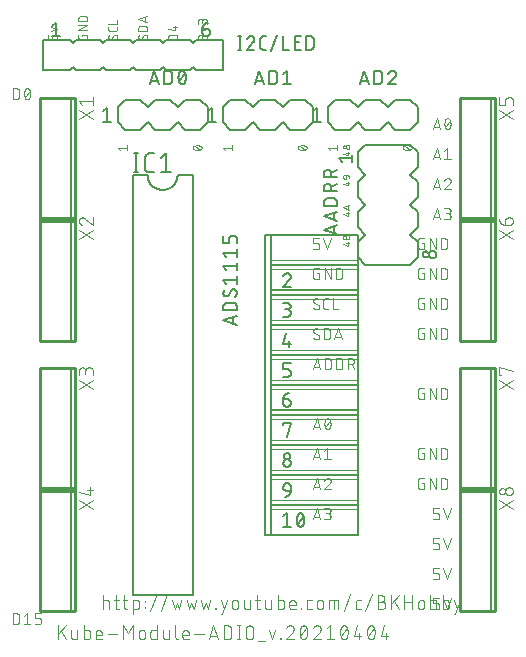
<source format=gbr>
G04 EAGLE Gerber RS-274X export*
G75*
%MOMM*%
%FSLAX34Y34*%
%LPD*%
%INSilkscreen Top*%
%IPPOS*%
%AMOC8*
5,1,8,0,0,1.08239X$1,22.5*%
G01*
%ADD10C,0.101600*%
%ADD11C,0.076200*%
%ADD12C,0.050800*%
%ADD13C,0.152400*%
%ADD14C,0.127000*%
%ADD15C,0.177800*%
%ADD16C,0.254000*%


D10*
X203708Y114808D02*
X203708Y126492D01*
X210199Y126492D02*
X203708Y119352D01*
X206304Y121948D02*
X210199Y114808D01*
X214856Y116755D02*
X214856Y122597D01*
X214856Y116755D02*
X214858Y116668D01*
X214864Y116580D01*
X214874Y116494D01*
X214887Y116407D01*
X214905Y116322D01*
X214926Y116237D01*
X214951Y116153D01*
X214980Y116071D01*
X215013Y115990D01*
X215049Y115910D01*
X215088Y115832D01*
X215132Y115756D01*
X215178Y115682D01*
X215228Y115611D01*
X215281Y115541D01*
X215337Y115474D01*
X215396Y115410D01*
X215458Y115348D01*
X215522Y115289D01*
X215589Y115233D01*
X215659Y115180D01*
X215730Y115130D01*
X215804Y115084D01*
X215880Y115040D01*
X215958Y115001D01*
X216038Y114965D01*
X216119Y114932D01*
X216201Y114903D01*
X216285Y114878D01*
X216370Y114857D01*
X216455Y114839D01*
X216542Y114826D01*
X216628Y114816D01*
X216716Y114810D01*
X216803Y114808D01*
X220049Y114808D01*
X220049Y122597D01*
X225583Y126492D02*
X225583Y114808D01*
X228828Y114808D01*
X228915Y114810D01*
X229003Y114816D01*
X229089Y114826D01*
X229176Y114839D01*
X229261Y114857D01*
X229346Y114878D01*
X229430Y114903D01*
X229512Y114932D01*
X229593Y114965D01*
X229673Y115001D01*
X229751Y115040D01*
X229827Y115084D01*
X229901Y115130D01*
X229972Y115180D01*
X230042Y115233D01*
X230109Y115289D01*
X230173Y115348D01*
X230235Y115409D01*
X230294Y115474D01*
X230350Y115541D01*
X230403Y115611D01*
X230453Y115682D01*
X230499Y115756D01*
X230543Y115832D01*
X230582Y115910D01*
X230618Y115990D01*
X230651Y116071D01*
X230680Y116153D01*
X230705Y116237D01*
X230726Y116322D01*
X230744Y116407D01*
X230757Y116494D01*
X230767Y116580D01*
X230773Y116668D01*
X230775Y116755D01*
X230776Y116755D02*
X230776Y120650D01*
X230775Y120650D02*
X230773Y120737D01*
X230767Y120825D01*
X230757Y120911D01*
X230744Y120998D01*
X230726Y121083D01*
X230705Y121168D01*
X230680Y121252D01*
X230651Y121334D01*
X230618Y121415D01*
X230582Y121495D01*
X230543Y121573D01*
X230499Y121649D01*
X230453Y121723D01*
X230403Y121794D01*
X230350Y121864D01*
X230294Y121931D01*
X230235Y121995D01*
X230173Y122057D01*
X230109Y122116D01*
X230042Y122172D01*
X229972Y122225D01*
X229901Y122275D01*
X229827Y122321D01*
X229751Y122365D01*
X229673Y122404D01*
X229593Y122440D01*
X229512Y122473D01*
X229430Y122502D01*
X229346Y122527D01*
X229261Y122548D01*
X229176Y122566D01*
X229089Y122579D01*
X229003Y122589D01*
X228915Y122595D01*
X228828Y122597D01*
X225583Y122597D01*
X237377Y114808D02*
X240623Y114808D01*
X237377Y114808D02*
X237290Y114810D01*
X237202Y114816D01*
X237116Y114826D01*
X237029Y114839D01*
X236944Y114857D01*
X236859Y114878D01*
X236775Y114903D01*
X236693Y114932D01*
X236612Y114965D01*
X236532Y115001D01*
X236454Y115040D01*
X236378Y115084D01*
X236304Y115130D01*
X236233Y115180D01*
X236163Y115233D01*
X236096Y115289D01*
X236032Y115348D01*
X235970Y115410D01*
X235911Y115474D01*
X235855Y115541D01*
X235802Y115611D01*
X235752Y115682D01*
X235706Y115756D01*
X235662Y115832D01*
X235623Y115910D01*
X235587Y115990D01*
X235554Y116071D01*
X235525Y116153D01*
X235500Y116237D01*
X235479Y116322D01*
X235461Y116407D01*
X235448Y116494D01*
X235438Y116580D01*
X235432Y116668D01*
X235430Y116755D01*
X235430Y120001D01*
X235432Y120102D01*
X235438Y120202D01*
X235448Y120302D01*
X235461Y120402D01*
X235479Y120501D01*
X235500Y120600D01*
X235525Y120697D01*
X235554Y120794D01*
X235587Y120889D01*
X235623Y120983D01*
X235663Y121075D01*
X235706Y121166D01*
X235753Y121255D01*
X235803Y121342D01*
X235857Y121428D01*
X235914Y121511D01*
X235974Y121591D01*
X236037Y121670D01*
X236104Y121746D01*
X236173Y121819D01*
X236245Y121889D01*
X236319Y121957D01*
X236396Y122022D01*
X236476Y122083D01*
X236558Y122142D01*
X236642Y122197D01*
X236728Y122249D01*
X236816Y122298D01*
X236906Y122343D01*
X236998Y122385D01*
X237091Y122423D01*
X237186Y122457D01*
X237281Y122488D01*
X237378Y122515D01*
X237476Y122538D01*
X237575Y122558D01*
X237675Y122573D01*
X237775Y122585D01*
X237875Y122593D01*
X237976Y122597D01*
X238076Y122597D01*
X238177Y122593D01*
X238277Y122585D01*
X238377Y122573D01*
X238477Y122558D01*
X238576Y122538D01*
X238674Y122515D01*
X238771Y122488D01*
X238866Y122457D01*
X238961Y122423D01*
X239054Y122385D01*
X239146Y122343D01*
X239236Y122298D01*
X239324Y122249D01*
X239410Y122197D01*
X239494Y122142D01*
X239576Y122083D01*
X239656Y122022D01*
X239733Y121957D01*
X239807Y121889D01*
X239879Y121819D01*
X239948Y121746D01*
X240015Y121670D01*
X240078Y121591D01*
X240138Y121511D01*
X240195Y121428D01*
X240249Y121342D01*
X240299Y121255D01*
X240346Y121166D01*
X240389Y121075D01*
X240429Y120983D01*
X240465Y120889D01*
X240498Y120794D01*
X240527Y120697D01*
X240552Y120600D01*
X240573Y120501D01*
X240591Y120402D01*
X240604Y120302D01*
X240614Y120202D01*
X240620Y120102D01*
X240622Y120001D01*
X240623Y120001D02*
X240623Y118703D01*
X235430Y118703D01*
X245562Y119352D02*
X253351Y119352D01*
X258897Y114808D02*
X258897Y126492D01*
X262791Y120001D01*
X266686Y126492D01*
X266686Y114808D01*
X272006Y117404D02*
X272006Y120001D01*
X272008Y120102D01*
X272014Y120202D01*
X272024Y120302D01*
X272037Y120402D01*
X272055Y120501D01*
X272076Y120600D01*
X272101Y120697D01*
X272130Y120794D01*
X272163Y120889D01*
X272199Y120983D01*
X272239Y121075D01*
X272282Y121166D01*
X272329Y121255D01*
X272379Y121342D01*
X272433Y121428D01*
X272490Y121511D01*
X272550Y121591D01*
X272613Y121670D01*
X272680Y121746D01*
X272749Y121819D01*
X272821Y121889D01*
X272895Y121957D01*
X272972Y122022D01*
X273052Y122083D01*
X273134Y122142D01*
X273218Y122197D01*
X273304Y122249D01*
X273392Y122298D01*
X273482Y122343D01*
X273574Y122385D01*
X273667Y122423D01*
X273762Y122457D01*
X273857Y122488D01*
X273954Y122515D01*
X274052Y122538D01*
X274151Y122558D01*
X274251Y122573D01*
X274351Y122585D01*
X274451Y122593D01*
X274552Y122597D01*
X274652Y122597D01*
X274753Y122593D01*
X274853Y122585D01*
X274953Y122573D01*
X275053Y122558D01*
X275152Y122538D01*
X275250Y122515D01*
X275347Y122488D01*
X275442Y122457D01*
X275537Y122423D01*
X275630Y122385D01*
X275722Y122343D01*
X275812Y122298D01*
X275900Y122249D01*
X275986Y122197D01*
X276070Y122142D01*
X276152Y122083D01*
X276232Y122022D01*
X276309Y121957D01*
X276383Y121889D01*
X276455Y121819D01*
X276524Y121746D01*
X276591Y121670D01*
X276654Y121591D01*
X276714Y121511D01*
X276771Y121428D01*
X276825Y121342D01*
X276875Y121255D01*
X276922Y121166D01*
X276965Y121075D01*
X277005Y120983D01*
X277041Y120889D01*
X277074Y120794D01*
X277103Y120697D01*
X277128Y120600D01*
X277149Y120501D01*
X277167Y120402D01*
X277180Y120302D01*
X277190Y120202D01*
X277196Y120102D01*
X277198Y120001D01*
X277199Y120001D02*
X277199Y117404D01*
X277198Y117404D02*
X277196Y117303D01*
X277190Y117203D01*
X277180Y117103D01*
X277167Y117003D01*
X277149Y116904D01*
X277128Y116805D01*
X277103Y116708D01*
X277074Y116611D01*
X277041Y116516D01*
X277005Y116422D01*
X276965Y116330D01*
X276922Y116239D01*
X276875Y116150D01*
X276825Y116063D01*
X276771Y115977D01*
X276714Y115894D01*
X276654Y115814D01*
X276591Y115735D01*
X276524Y115659D01*
X276455Y115586D01*
X276383Y115516D01*
X276309Y115448D01*
X276232Y115383D01*
X276152Y115322D01*
X276070Y115263D01*
X275986Y115208D01*
X275900Y115156D01*
X275812Y115107D01*
X275722Y115062D01*
X275630Y115020D01*
X275537Y114982D01*
X275442Y114948D01*
X275347Y114917D01*
X275250Y114890D01*
X275152Y114867D01*
X275053Y114847D01*
X274953Y114832D01*
X274853Y114820D01*
X274753Y114812D01*
X274652Y114808D01*
X274552Y114808D01*
X274451Y114812D01*
X274351Y114820D01*
X274251Y114832D01*
X274151Y114847D01*
X274052Y114867D01*
X273954Y114890D01*
X273857Y114917D01*
X273762Y114948D01*
X273667Y114982D01*
X273574Y115020D01*
X273482Y115062D01*
X273392Y115107D01*
X273304Y115156D01*
X273218Y115208D01*
X273134Y115263D01*
X273052Y115322D01*
X272972Y115383D01*
X272895Y115448D01*
X272821Y115516D01*
X272749Y115586D01*
X272680Y115659D01*
X272613Y115735D01*
X272550Y115814D01*
X272490Y115894D01*
X272433Y115977D01*
X272379Y116063D01*
X272329Y116150D01*
X272282Y116239D01*
X272239Y116330D01*
X272199Y116422D01*
X272163Y116516D01*
X272130Y116611D01*
X272101Y116708D01*
X272076Y116805D01*
X272055Y116904D01*
X272037Y117003D01*
X272024Y117103D01*
X272014Y117203D01*
X272008Y117303D01*
X272006Y117404D01*
X287046Y114808D02*
X287046Y126492D01*
X287046Y114808D02*
X283800Y114808D01*
X283713Y114810D01*
X283625Y114816D01*
X283539Y114826D01*
X283452Y114839D01*
X283367Y114857D01*
X283282Y114878D01*
X283198Y114903D01*
X283116Y114932D01*
X283035Y114965D01*
X282955Y115001D01*
X282877Y115040D01*
X282801Y115084D01*
X282727Y115130D01*
X282656Y115180D01*
X282586Y115233D01*
X282519Y115289D01*
X282455Y115348D01*
X282393Y115410D01*
X282334Y115474D01*
X282278Y115541D01*
X282225Y115611D01*
X282175Y115682D01*
X282129Y115756D01*
X282085Y115832D01*
X282046Y115910D01*
X282010Y115990D01*
X281977Y116071D01*
X281948Y116153D01*
X281923Y116237D01*
X281902Y116322D01*
X281884Y116407D01*
X281871Y116494D01*
X281861Y116580D01*
X281855Y116668D01*
X281853Y116755D01*
X281853Y120650D01*
X281855Y120737D01*
X281861Y120825D01*
X281871Y120911D01*
X281884Y120998D01*
X281902Y121083D01*
X281923Y121168D01*
X281948Y121252D01*
X281977Y121334D01*
X282010Y121415D01*
X282046Y121495D01*
X282085Y121573D01*
X282129Y121649D01*
X282175Y121723D01*
X282225Y121794D01*
X282278Y121864D01*
X282334Y121931D01*
X282393Y121995D01*
X282455Y122057D01*
X282519Y122116D01*
X282586Y122172D01*
X282656Y122225D01*
X282727Y122275D01*
X282801Y122321D01*
X282877Y122365D01*
X282955Y122404D01*
X283035Y122440D01*
X283116Y122473D01*
X283198Y122502D01*
X283282Y122527D01*
X283367Y122548D01*
X283452Y122566D01*
X283539Y122579D01*
X283625Y122589D01*
X283713Y122595D01*
X283800Y122597D01*
X287046Y122597D01*
X292580Y122597D02*
X292580Y116755D01*
X292582Y116668D01*
X292588Y116580D01*
X292598Y116494D01*
X292611Y116407D01*
X292629Y116322D01*
X292650Y116237D01*
X292675Y116153D01*
X292704Y116071D01*
X292737Y115990D01*
X292773Y115910D01*
X292812Y115832D01*
X292856Y115756D01*
X292902Y115682D01*
X292952Y115611D01*
X293005Y115541D01*
X293061Y115474D01*
X293120Y115410D01*
X293182Y115348D01*
X293246Y115289D01*
X293313Y115233D01*
X293383Y115180D01*
X293454Y115130D01*
X293528Y115084D01*
X293604Y115040D01*
X293682Y115001D01*
X293762Y114965D01*
X293843Y114932D01*
X293925Y114903D01*
X294009Y114878D01*
X294094Y114857D01*
X294179Y114839D01*
X294266Y114826D01*
X294352Y114816D01*
X294440Y114810D01*
X294527Y114808D01*
X297773Y114808D01*
X297773Y122597D01*
X303016Y126492D02*
X303016Y116755D01*
X303017Y116755D02*
X303019Y116668D01*
X303025Y116580D01*
X303035Y116494D01*
X303048Y116407D01*
X303066Y116322D01*
X303087Y116237D01*
X303112Y116153D01*
X303141Y116071D01*
X303174Y115990D01*
X303210Y115910D01*
X303249Y115832D01*
X303293Y115756D01*
X303339Y115682D01*
X303389Y115611D01*
X303442Y115541D01*
X303498Y115474D01*
X303557Y115410D01*
X303619Y115348D01*
X303683Y115289D01*
X303750Y115233D01*
X303820Y115180D01*
X303891Y115130D01*
X303965Y115084D01*
X304041Y115040D01*
X304119Y115001D01*
X304199Y114965D01*
X304280Y114932D01*
X304362Y114903D01*
X304446Y114878D01*
X304531Y114857D01*
X304616Y114839D01*
X304703Y114826D01*
X304789Y114816D01*
X304877Y114810D01*
X304964Y114808D01*
X310910Y114808D02*
X314156Y114808D01*
X310910Y114808D02*
X310823Y114810D01*
X310735Y114816D01*
X310649Y114826D01*
X310562Y114839D01*
X310477Y114857D01*
X310392Y114878D01*
X310308Y114903D01*
X310226Y114932D01*
X310145Y114965D01*
X310065Y115001D01*
X309987Y115040D01*
X309911Y115084D01*
X309837Y115130D01*
X309766Y115180D01*
X309696Y115233D01*
X309629Y115289D01*
X309565Y115348D01*
X309503Y115410D01*
X309444Y115474D01*
X309388Y115541D01*
X309335Y115611D01*
X309285Y115682D01*
X309239Y115756D01*
X309195Y115832D01*
X309156Y115910D01*
X309120Y115990D01*
X309087Y116071D01*
X309058Y116153D01*
X309033Y116237D01*
X309012Y116322D01*
X308994Y116407D01*
X308981Y116494D01*
X308971Y116580D01*
X308965Y116668D01*
X308963Y116755D01*
X308963Y120001D01*
X308965Y120102D01*
X308971Y120202D01*
X308981Y120302D01*
X308994Y120402D01*
X309012Y120501D01*
X309033Y120600D01*
X309058Y120697D01*
X309087Y120794D01*
X309120Y120889D01*
X309156Y120983D01*
X309196Y121075D01*
X309239Y121166D01*
X309286Y121255D01*
X309336Y121342D01*
X309390Y121428D01*
X309447Y121511D01*
X309507Y121591D01*
X309570Y121670D01*
X309637Y121746D01*
X309706Y121819D01*
X309778Y121889D01*
X309852Y121957D01*
X309929Y122022D01*
X310009Y122083D01*
X310091Y122142D01*
X310175Y122197D01*
X310261Y122249D01*
X310349Y122298D01*
X310439Y122343D01*
X310531Y122385D01*
X310624Y122423D01*
X310719Y122457D01*
X310814Y122488D01*
X310911Y122515D01*
X311009Y122538D01*
X311108Y122558D01*
X311208Y122573D01*
X311308Y122585D01*
X311408Y122593D01*
X311509Y122597D01*
X311609Y122597D01*
X311710Y122593D01*
X311810Y122585D01*
X311910Y122573D01*
X312010Y122558D01*
X312109Y122538D01*
X312207Y122515D01*
X312304Y122488D01*
X312399Y122457D01*
X312494Y122423D01*
X312587Y122385D01*
X312679Y122343D01*
X312769Y122298D01*
X312857Y122249D01*
X312943Y122197D01*
X313027Y122142D01*
X313109Y122083D01*
X313189Y122022D01*
X313266Y121957D01*
X313340Y121889D01*
X313412Y121819D01*
X313481Y121746D01*
X313548Y121670D01*
X313611Y121591D01*
X313671Y121511D01*
X313728Y121428D01*
X313782Y121342D01*
X313832Y121255D01*
X313879Y121166D01*
X313922Y121075D01*
X313962Y120983D01*
X313998Y120889D01*
X314031Y120794D01*
X314060Y120697D01*
X314085Y120600D01*
X314106Y120501D01*
X314124Y120402D01*
X314137Y120302D01*
X314147Y120202D01*
X314153Y120102D01*
X314155Y120001D01*
X314156Y120001D02*
X314156Y118703D01*
X308963Y118703D01*
X319094Y119352D02*
X326884Y119352D01*
X331286Y114808D02*
X335181Y126492D01*
X339076Y114808D01*
X338102Y117729D02*
X332260Y117729D01*
X343747Y114808D02*
X343747Y126492D01*
X346992Y126492D01*
X347105Y126490D01*
X347218Y126484D01*
X347331Y126474D01*
X347444Y126460D01*
X347556Y126443D01*
X347667Y126421D01*
X347777Y126396D01*
X347887Y126366D01*
X347995Y126333D01*
X348102Y126296D01*
X348208Y126256D01*
X348312Y126211D01*
X348415Y126163D01*
X348516Y126112D01*
X348615Y126057D01*
X348712Y125999D01*
X348807Y125937D01*
X348900Y125872D01*
X348990Y125804D01*
X349078Y125733D01*
X349164Y125658D01*
X349247Y125581D01*
X349327Y125501D01*
X349404Y125418D01*
X349479Y125332D01*
X349550Y125244D01*
X349618Y125154D01*
X349683Y125061D01*
X349745Y124966D01*
X349803Y124869D01*
X349858Y124770D01*
X349909Y124669D01*
X349957Y124566D01*
X350002Y124462D01*
X350042Y124356D01*
X350079Y124249D01*
X350112Y124141D01*
X350142Y124031D01*
X350167Y123921D01*
X350189Y123810D01*
X350206Y123698D01*
X350220Y123585D01*
X350230Y123472D01*
X350236Y123359D01*
X350238Y123246D01*
X350238Y118054D01*
X350236Y117941D01*
X350230Y117828D01*
X350220Y117715D01*
X350206Y117602D01*
X350189Y117490D01*
X350167Y117379D01*
X350142Y117269D01*
X350112Y117159D01*
X350079Y117051D01*
X350042Y116944D01*
X350002Y116838D01*
X349957Y116734D01*
X349909Y116631D01*
X349858Y116530D01*
X349803Y116431D01*
X349745Y116334D01*
X349683Y116239D01*
X349618Y116146D01*
X349550Y116056D01*
X349479Y115968D01*
X349404Y115882D01*
X349327Y115799D01*
X349247Y115719D01*
X349164Y115642D01*
X349078Y115567D01*
X348990Y115496D01*
X348900Y115428D01*
X348807Y115363D01*
X348712Y115301D01*
X348615Y115243D01*
X348516Y115188D01*
X348415Y115137D01*
X348312Y115089D01*
X348208Y115044D01*
X348102Y115004D01*
X347995Y114967D01*
X347887Y114934D01*
X347777Y114904D01*
X347667Y114879D01*
X347556Y114857D01*
X347444Y114840D01*
X347331Y114826D01*
X347218Y114816D01*
X347105Y114810D01*
X346992Y114808D01*
X343747Y114808D01*
X356517Y114808D02*
X356517Y126492D01*
X355219Y114808D02*
X357815Y114808D01*
X357815Y126492D02*
X355219Y126492D01*
X362416Y123246D02*
X362416Y118054D01*
X362415Y123246D02*
X362417Y123359D01*
X362423Y123472D01*
X362433Y123585D01*
X362447Y123698D01*
X362464Y123810D01*
X362486Y123921D01*
X362511Y124031D01*
X362541Y124141D01*
X362574Y124249D01*
X362611Y124356D01*
X362651Y124462D01*
X362696Y124566D01*
X362744Y124669D01*
X362795Y124770D01*
X362850Y124869D01*
X362908Y124966D01*
X362970Y125061D01*
X363035Y125154D01*
X363103Y125244D01*
X363174Y125332D01*
X363249Y125418D01*
X363326Y125501D01*
X363406Y125581D01*
X363489Y125658D01*
X363575Y125733D01*
X363663Y125804D01*
X363753Y125872D01*
X363846Y125937D01*
X363941Y125999D01*
X364038Y126057D01*
X364137Y126112D01*
X364238Y126163D01*
X364341Y126211D01*
X364445Y126256D01*
X364551Y126296D01*
X364658Y126333D01*
X364766Y126366D01*
X364876Y126396D01*
X364986Y126421D01*
X365097Y126443D01*
X365209Y126460D01*
X365322Y126474D01*
X365435Y126484D01*
X365548Y126490D01*
X365661Y126492D01*
X365774Y126490D01*
X365887Y126484D01*
X366000Y126474D01*
X366113Y126460D01*
X366225Y126443D01*
X366336Y126421D01*
X366446Y126396D01*
X366556Y126366D01*
X366664Y126333D01*
X366771Y126296D01*
X366877Y126256D01*
X366981Y126211D01*
X367084Y126163D01*
X367185Y126112D01*
X367284Y126057D01*
X367381Y125999D01*
X367476Y125937D01*
X367569Y125872D01*
X367659Y125804D01*
X367747Y125733D01*
X367833Y125658D01*
X367916Y125581D01*
X367996Y125501D01*
X368073Y125418D01*
X368148Y125332D01*
X368219Y125244D01*
X368287Y125154D01*
X368352Y125061D01*
X368414Y124966D01*
X368472Y124869D01*
X368527Y124770D01*
X368578Y124669D01*
X368626Y124566D01*
X368671Y124462D01*
X368711Y124356D01*
X368748Y124249D01*
X368781Y124141D01*
X368811Y124031D01*
X368836Y123921D01*
X368858Y123810D01*
X368875Y123698D01*
X368889Y123585D01*
X368899Y123472D01*
X368905Y123359D01*
X368907Y123246D01*
X368907Y118054D01*
X368905Y117941D01*
X368899Y117828D01*
X368889Y117715D01*
X368875Y117602D01*
X368858Y117490D01*
X368836Y117379D01*
X368811Y117269D01*
X368781Y117159D01*
X368748Y117051D01*
X368711Y116944D01*
X368671Y116838D01*
X368626Y116734D01*
X368578Y116631D01*
X368527Y116530D01*
X368472Y116431D01*
X368414Y116334D01*
X368352Y116239D01*
X368287Y116146D01*
X368219Y116056D01*
X368148Y115968D01*
X368073Y115882D01*
X367996Y115799D01*
X367916Y115719D01*
X367833Y115642D01*
X367747Y115567D01*
X367659Y115496D01*
X367569Y115428D01*
X367476Y115363D01*
X367381Y115301D01*
X367284Y115243D01*
X367185Y115188D01*
X367084Y115137D01*
X366981Y115089D01*
X366877Y115044D01*
X366771Y115004D01*
X366664Y114967D01*
X366556Y114934D01*
X366446Y114904D01*
X366336Y114879D01*
X366225Y114857D01*
X366113Y114840D01*
X366000Y114826D01*
X365887Y114816D01*
X365774Y114810D01*
X365661Y114808D01*
X365548Y114810D01*
X365435Y114816D01*
X365322Y114826D01*
X365209Y114840D01*
X365097Y114857D01*
X364986Y114879D01*
X364876Y114904D01*
X364766Y114934D01*
X364658Y114967D01*
X364551Y115004D01*
X364445Y115044D01*
X364341Y115089D01*
X364238Y115137D01*
X364137Y115188D01*
X364038Y115243D01*
X363941Y115301D01*
X363846Y115363D01*
X363753Y115428D01*
X363663Y115496D01*
X363575Y115567D01*
X363489Y115642D01*
X363406Y115719D01*
X363326Y115799D01*
X363249Y115882D01*
X363174Y115968D01*
X363103Y116056D01*
X363035Y116146D01*
X362970Y116239D01*
X362908Y116334D01*
X362850Y116431D01*
X362795Y116530D01*
X362744Y116631D01*
X362696Y116734D01*
X362651Y116838D01*
X362611Y116944D01*
X362574Y117051D01*
X362541Y117159D01*
X362511Y117269D01*
X362486Y117379D01*
X362464Y117490D01*
X362447Y117602D01*
X362433Y117715D01*
X362423Y117828D01*
X362417Y117941D01*
X362415Y118054D01*
X373352Y113510D02*
X378544Y113510D01*
X385092Y114808D02*
X382496Y122597D01*
X387688Y122597D02*
X385092Y114808D01*
X391625Y114808D02*
X391625Y115457D01*
X392275Y115457D01*
X392275Y114808D01*
X391625Y114808D01*
X403197Y123571D02*
X403195Y123678D01*
X403189Y123784D01*
X403179Y123890D01*
X403166Y123996D01*
X403148Y124102D01*
X403127Y124206D01*
X403102Y124310D01*
X403073Y124413D01*
X403041Y124514D01*
X403004Y124614D01*
X402964Y124713D01*
X402921Y124811D01*
X402874Y124907D01*
X402823Y125001D01*
X402769Y125093D01*
X402712Y125183D01*
X402652Y125271D01*
X402588Y125356D01*
X402521Y125439D01*
X402451Y125520D01*
X402379Y125598D01*
X402303Y125674D01*
X402225Y125746D01*
X402144Y125816D01*
X402061Y125883D01*
X401976Y125947D01*
X401888Y126007D01*
X401798Y126064D01*
X401706Y126118D01*
X401612Y126169D01*
X401516Y126216D01*
X401418Y126259D01*
X401319Y126299D01*
X401219Y126336D01*
X401118Y126368D01*
X401015Y126397D01*
X400911Y126422D01*
X400807Y126443D01*
X400701Y126461D01*
X400595Y126474D01*
X400489Y126484D01*
X400383Y126490D01*
X400276Y126492D01*
X400155Y126490D01*
X400034Y126484D01*
X399914Y126474D01*
X399793Y126461D01*
X399674Y126443D01*
X399554Y126422D01*
X399436Y126397D01*
X399319Y126368D01*
X399202Y126335D01*
X399087Y126299D01*
X398973Y126258D01*
X398860Y126215D01*
X398748Y126167D01*
X398639Y126116D01*
X398531Y126061D01*
X398424Y126003D01*
X398320Y125942D01*
X398218Y125877D01*
X398118Y125809D01*
X398020Y125738D01*
X397924Y125664D01*
X397831Y125587D01*
X397741Y125506D01*
X397653Y125423D01*
X397568Y125337D01*
X397485Y125248D01*
X397406Y125157D01*
X397329Y125063D01*
X397256Y124967D01*
X397186Y124869D01*
X397119Y124768D01*
X397055Y124665D01*
X396995Y124560D01*
X396938Y124453D01*
X396884Y124345D01*
X396834Y124235D01*
X396788Y124123D01*
X396745Y124010D01*
X396706Y123895D01*
X402223Y121299D02*
X402302Y121376D01*
X402378Y121457D01*
X402451Y121540D01*
X402521Y121625D01*
X402588Y121713D01*
X402652Y121803D01*
X402712Y121895D01*
X402769Y121990D01*
X402823Y122086D01*
X402874Y122184D01*
X402921Y122284D01*
X402965Y122386D01*
X403005Y122489D01*
X403041Y122593D01*
X403073Y122699D01*
X403102Y122805D01*
X403127Y122913D01*
X403149Y123021D01*
X403166Y123131D01*
X403180Y123240D01*
X403189Y123350D01*
X403195Y123461D01*
X403197Y123571D01*
X402223Y121299D02*
X396705Y114808D01*
X403197Y114808D01*
X408136Y120650D02*
X408139Y120880D01*
X408147Y121110D01*
X408161Y121339D01*
X408180Y121568D01*
X408205Y121797D01*
X408235Y122024D01*
X408270Y122252D01*
X408311Y122478D01*
X408357Y122703D01*
X408409Y122927D01*
X408466Y123149D01*
X408528Y123371D01*
X408596Y123590D01*
X408669Y123808D01*
X408747Y124025D01*
X408830Y124239D01*
X408918Y124451D01*
X409011Y124661D01*
X409110Y124869D01*
X409109Y124869D02*
X409142Y124959D01*
X409178Y125048D01*
X409218Y125136D01*
X409262Y125221D01*
X409309Y125305D01*
X409359Y125387D01*
X409413Y125467D01*
X409469Y125544D01*
X409529Y125620D01*
X409592Y125693D01*
X409657Y125763D01*
X409726Y125831D01*
X409797Y125895D01*
X409870Y125957D01*
X409946Y126016D01*
X410024Y126072D01*
X410105Y126125D01*
X410187Y126174D01*
X410271Y126220D01*
X410358Y126263D01*
X410445Y126302D01*
X410535Y126338D01*
X410625Y126370D01*
X410717Y126398D01*
X410810Y126423D01*
X410904Y126444D01*
X410998Y126461D01*
X411093Y126475D01*
X411189Y126484D01*
X411285Y126490D01*
X411381Y126492D01*
X411477Y126490D01*
X411573Y126484D01*
X411669Y126475D01*
X411764Y126461D01*
X411858Y126444D01*
X411952Y126423D01*
X412045Y126398D01*
X412137Y126370D01*
X412227Y126338D01*
X412317Y126302D01*
X412404Y126263D01*
X412491Y126220D01*
X412575Y126174D01*
X412657Y126125D01*
X412738Y126072D01*
X412816Y126016D01*
X412892Y125957D01*
X412965Y125895D01*
X413036Y125831D01*
X413105Y125763D01*
X413170Y125693D01*
X413233Y125620D01*
X413293Y125544D01*
X413349Y125467D01*
X413403Y125387D01*
X413453Y125305D01*
X413500Y125221D01*
X413544Y125136D01*
X413584Y125048D01*
X413620Y124959D01*
X413653Y124869D01*
X413752Y124662D01*
X413845Y124452D01*
X413933Y124239D01*
X414016Y124025D01*
X414094Y123809D01*
X414167Y123591D01*
X414235Y123371D01*
X414297Y123150D01*
X414354Y122927D01*
X414406Y122703D01*
X414452Y122478D01*
X414493Y122252D01*
X414528Y122025D01*
X414558Y121797D01*
X414583Y121568D01*
X414602Y121339D01*
X414616Y121110D01*
X414624Y120880D01*
X414627Y120650D01*
X408135Y120650D02*
X408138Y120420D01*
X408146Y120190D01*
X408160Y119961D01*
X408179Y119732D01*
X408204Y119503D01*
X408234Y119275D01*
X408269Y119048D01*
X408310Y118822D01*
X408356Y118597D01*
X408408Y118373D01*
X408465Y118150D01*
X408527Y117929D01*
X408595Y117709D01*
X408668Y117491D01*
X408746Y117275D01*
X408829Y117061D01*
X408917Y116849D01*
X409010Y116638D01*
X409109Y116431D01*
X409142Y116341D01*
X409178Y116252D01*
X409219Y116164D01*
X409262Y116079D01*
X409309Y115995D01*
X409359Y115913D01*
X409413Y115833D01*
X409469Y115756D01*
X409529Y115680D01*
X409592Y115607D01*
X409657Y115537D01*
X409726Y115469D01*
X409797Y115405D01*
X409870Y115343D01*
X409946Y115284D01*
X410024Y115228D01*
X410105Y115175D01*
X410187Y115126D01*
X410271Y115080D01*
X410358Y115037D01*
X410445Y114998D01*
X410535Y114962D01*
X410625Y114930D01*
X410717Y114902D01*
X410810Y114877D01*
X410904Y114856D01*
X410998Y114839D01*
X411093Y114825D01*
X411189Y114816D01*
X411285Y114810D01*
X411381Y114808D01*
X413653Y116431D02*
X413752Y116638D01*
X413845Y116849D01*
X413933Y117061D01*
X414016Y117275D01*
X414094Y117491D01*
X414167Y117709D01*
X414235Y117929D01*
X414297Y118150D01*
X414354Y118373D01*
X414406Y118597D01*
X414452Y118822D01*
X414493Y119048D01*
X414528Y119275D01*
X414558Y119503D01*
X414583Y119732D01*
X414602Y119961D01*
X414616Y120190D01*
X414624Y120420D01*
X414627Y120650D01*
X413653Y116431D02*
X413620Y116341D01*
X413584Y116252D01*
X413544Y116164D01*
X413500Y116079D01*
X413453Y115995D01*
X413403Y115913D01*
X413349Y115833D01*
X413293Y115756D01*
X413233Y115680D01*
X413170Y115607D01*
X413105Y115537D01*
X413036Y115469D01*
X412965Y115405D01*
X412892Y115343D01*
X412816Y115284D01*
X412738Y115228D01*
X412657Y115175D01*
X412575Y115126D01*
X412491Y115080D01*
X412404Y115037D01*
X412317Y114998D01*
X412227Y114962D01*
X412137Y114930D01*
X412045Y114902D01*
X411952Y114877D01*
X411858Y114856D01*
X411764Y114839D01*
X411669Y114825D01*
X411573Y114816D01*
X411477Y114810D01*
X411381Y114808D01*
X408785Y117404D02*
X413977Y123896D01*
X423135Y126492D02*
X423242Y126490D01*
X423348Y126484D01*
X423454Y126474D01*
X423560Y126461D01*
X423666Y126443D01*
X423770Y126422D01*
X423874Y126397D01*
X423977Y126368D01*
X424078Y126336D01*
X424178Y126299D01*
X424277Y126259D01*
X424375Y126216D01*
X424471Y126169D01*
X424565Y126118D01*
X424657Y126064D01*
X424747Y126007D01*
X424835Y125947D01*
X424920Y125883D01*
X425003Y125816D01*
X425084Y125746D01*
X425162Y125674D01*
X425238Y125598D01*
X425310Y125520D01*
X425380Y125439D01*
X425447Y125356D01*
X425511Y125271D01*
X425571Y125183D01*
X425628Y125093D01*
X425682Y125001D01*
X425733Y124907D01*
X425780Y124811D01*
X425823Y124713D01*
X425863Y124614D01*
X425900Y124514D01*
X425932Y124413D01*
X425961Y124310D01*
X425986Y124206D01*
X426007Y124102D01*
X426025Y123996D01*
X426038Y123890D01*
X426048Y123784D01*
X426054Y123678D01*
X426056Y123571D01*
X423135Y126492D02*
X423014Y126490D01*
X422893Y126484D01*
X422773Y126474D01*
X422652Y126461D01*
X422533Y126443D01*
X422413Y126422D01*
X422295Y126397D01*
X422178Y126368D01*
X422061Y126335D01*
X421946Y126299D01*
X421832Y126258D01*
X421719Y126215D01*
X421607Y126167D01*
X421498Y126116D01*
X421390Y126061D01*
X421283Y126003D01*
X421179Y125942D01*
X421077Y125877D01*
X420977Y125809D01*
X420879Y125738D01*
X420783Y125664D01*
X420690Y125587D01*
X420600Y125506D01*
X420512Y125423D01*
X420427Y125337D01*
X420344Y125248D01*
X420265Y125157D01*
X420188Y125063D01*
X420115Y124967D01*
X420045Y124869D01*
X419978Y124768D01*
X419914Y124665D01*
X419854Y124560D01*
X419797Y124453D01*
X419743Y124345D01*
X419693Y124235D01*
X419647Y124123D01*
X419604Y124010D01*
X419565Y123895D01*
X425083Y121299D02*
X425162Y121376D01*
X425238Y121457D01*
X425311Y121540D01*
X425381Y121625D01*
X425448Y121713D01*
X425512Y121803D01*
X425572Y121895D01*
X425629Y121990D01*
X425683Y122086D01*
X425734Y122184D01*
X425781Y122284D01*
X425825Y122386D01*
X425865Y122489D01*
X425901Y122593D01*
X425933Y122699D01*
X425962Y122805D01*
X425987Y122913D01*
X426009Y123021D01*
X426026Y123131D01*
X426040Y123240D01*
X426049Y123350D01*
X426055Y123461D01*
X426057Y123571D01*
X425083Y121299D02*
X419565Y114808D01*
X426056Y114808D01*
X430995Y123896D02*
X434241Y126492D01*
X434241Y114808D01*
X437486Y114808D02*
X430995Y114808D01*
X442426Y120650D02*
X442429Y120880D01*
X442437Y121110D01*
X442451Y121339D01*
X442470Y121568D01*
X442495Y121797D01*
X442525Y122024D01*
X442560Y122252D01*
X442601Y122478D01*
X442647Y122703D01*
X442699Y122927D01*
X442756Y123149D01*
X442818Y123371D01*
X442886Y123590D01*
X442959Y123808D01*
X443037Y124025D01*
X443120Y124239D01*
X443208Y124451D01*
X443301Y124661D01*
X443400Y124869D01*
X443399Y124869D02*
X443432Y124959D01*
X443468Y125048D01*
X443508Y125136D01*
X443552Y125221D01*
X443599Y125305D01*
X443649Y125387D01*
X443703Y125467D01*
X443759Y125544D01*
X443819Y125620D01*
X443882Y125693D01*
X443947Y125763D01*
X444016Y125831D01*
X444087Y125895D01*
X444160Y125957D01*
X444236Y126016D01*
X444314Y126072D01*
X444395Y126125D01*
X444477Y126174D01*
X444561Y126220D01*
X444648Y126263D01*
X444735Y126302D01*
X444825Y126338D01*
X444915Y126370D01*
X445007Y126398D01*
X445100Y126423D01*
X445194Y126444D01*
X445288Y126461D01*
X445383Y126475D01*
X445479Y126484D01*
X445575Y126490D01*
X445671Y126492D01*
X445767Y126490D01*
X445863Y126484D01*
X445959Y126475D01*
X446054Y126461D01*
X446148Y126444D01*
X446242Y126423D01*
X446335Y126398D01*
X446427Y126370D01*
X446517Y126338D01*
X446607Y126302D01*
X446694Y126263D01*
X446781Y126220D01*
X446865Y126174D01*
X446947Y126125D01*
X447028Y126072D01*
X447106Y126016D01*
X447182Y125957D01*
X447255Y125895D01*
X447326Y125831D01*
X447395Y125763D01*
X447460Y125693D01*
X447523Y125620D01*
X447583Y125544D01*
X447639Y125467D01*
X447693Y125387D01*
X447743Y125305D01*
X447790Y125221D01*
X447834Y125136D01*
X447874Y125048D01*
X447910Y124959D01*
X447943Y124869D01*
X448042Y124662D01*
X448135Y124452D01*
X448223Y124239D01*
X448306Y124025D01*
X448384Y123809D01*
X448457Y123591D01*
X448525Y123371D01*
X448587Y123150D01*
X448644Y122927D01*
X448696Y122703D01*
X448742Y122478D01*
X448783Y122252D01*
X448818Y122025D01*
X448848Y121797D01*
X448873Y121568D01*
X448892Y121339D01*
X448906Y121110D01*
X448914Y120880D01*
X448917Y120650D01*
X442425Y120650D02*
X442428Y120420D01*
X442436Y120190D01*
X442450Y119961D01*
X442469Y119732D01*
X442494Y119503D01*
X442524Y119275D01*
X442559Y119048D01*
X442600Y118822D01*
X442646Y118597D01*
X442698Y118373D01*
X442755Y118150D01*
X442817Y117929D01*
X442885Y117709D01*
X442958Y117491D01*
X443036Y117275D01*
X443119Y117061D01*
X443207Y116849D01*
X443300Y116638D01*
X443399Y116431D01*
X443432Y116341D01*
X443468Y116252D01*
X443509Y116164D01*
X443552Y116079D01*
X443599Y115995D01*
X443649Y115913D01*
X443703Y115833D01*
X443759Y115756D01*
X443819Y115680D01*
X443882Y115607D01*
X443947Y115537D01*
X444016Y115469D01*
X444087Y115405D01*
X444160Y115343D01*
X444236Y115284D01*
X444314Y115228D01*
X444395Y115175D01*
X444477Y115126D01*
X444561Y115080D01*
X444648Y115037D01*
X444735Y114998D01*
X444825Y114962D01*
X444915Y114930D01*
X445007Y114902D01*
X445100Y114877D01*
X445194Y114856D01*
X445288Y114839D01*
X445383Y114825D01*
X445479Y114816D01*
X445575Y114810D01*
X445671Y114808D01*
X447943Y116431D02*
X448042Y116638D01*
X448135Y116849D01*
X448223Y117061D01*
X448306Y117275D01*
X448384Y117491D01*
X448457Y117709D01*
X448525Y117929D01*
X448587Y118150D01*
X448644Y118373D01*
X448696Y118597D01*
X448742Y118822D01*
X448783Y119048D01*
X448818Y119275D01*
X448848Y119503D01*
X448873Y119732D01*
X448892Y119961D01*
X448906Y120190D01*
X448914Y120420D01*
X448917Y120650D01*
X447943Y116431D02*
X447910Y116341D01*
X447874Y116252D01*
X447834Y116164D01*
X447790Y116079D01*
X447743Y115995D01*
X447693Y115913D01*
X447639Y115833D01*
X447583Y115756D01*
X447523Y115680D01*
X447460Y115607D01*
X447395Y115537D01*
X447326Y115469D01*
X447255Y115405D01*
X447182Y115343D01*
X447106Y115284D01*
X447028Y115228D01*
X446947Y115175D01*
X446865Y115126D01*
X446781Y115080D01*
X446694Y115037D01*
X446607Y114998D01*
X446517Y114962D01*
X446427Y114930D01*
X446335Y114902D01*
X446242Y114877D01*
X446148Y114856D01*
X446054Y114839D01*
X445959Y114825D01*
X445863Y114816D01*
X445767Y114810D01*
X445671Y114808D01*
X443074Y117404D02*
X448267Y123896D01*
X453855Y117404D02*
X456452Y126492D01*
X453855Y117404D02*
X460346Y117404D01*
X458399Y120001D02*
X458399Y114808D01*
X465286Y120650D02*
X465289Y120880D01*
X465297Y121110D01*
X465311Y121339D01*
X465330Y121568D01*
X465355Y121797D01*
X465385Y122024D01*
X465420Y122252D01*
X465461Y122478D01*
X465507Y122703D01*
X465559Y122927D01*
X465616Y123149D01*
X465678Y123371D01*
X465746Y123590D01*
X465819Y123808D01*
X465897Y124025D01*
X465980Y124239D01*
X466068Y124451D01*
X466161Y124661D01*
X466260Y124869D01*
X466259Y124869D02*
X466292Y124959D01*
X466328Y125048D01*
X466368Y125136D01*
X466412Y125221D01*
X466459Y125305D01*
X466509Y125387D01*
X466563Y125467D01*
X466619Y125544D01*
X466679Y125620D01*
X466742Y125693D01*
X466807Y125763D01*
X466876Y125831D01*
X466947Y125895D01*
X467020Y125957D01*
X467096Y126016D01*
X467174Y126072D01*
X467255Y126125D01*
X467337Y126174D01*
X467421Y126220D01*
X467508Y126263D01*
X467595Y126302D01*
X467685Y126338D01*
X467775Y126370D01*
X467867Y126398D01*
X467960Y126423D01*
X468054Y126444D01*
X468148Y126461D01*
X468243Y126475D01*
X468339Y126484D01*
X468435Y126490D01*
X468531Y126492D01*
X468627Y126490D01*
X468723Y126484D01*
X468819Y126475D01*
X468914Y126461D01*
X469008Y126444D01*
X469102Y126423D01*
X469195Y126398D01*
X469287Y126370D01*
X469377Y126338D01*
X469467Y126302D01*
X469554Y126263D01*
X469641Y126220D01*
X469725Y126174D01*
X469807Y126125D01*
X469888Y126072D01*
X469966Y126016D01*
X470042Y125957D01*
X470115Y125895D01*
X470186Y125831D01*
X470255Y125763D01*
X470320Y125693D01*
X470383Y125620D01*
X470443Y125544D01*
X470499Y125467D01*
X470553Y125387D01*
X470603Y125305D01*
X470650Y125221D01*
X470694Y125136D01*
X470734Y125048D01*
X470770Y124959D01*
X470803Y124869D01*
X470902Y124662D01*
X470995Y124452D01*
X471083Y124239D01*
X471166Y124025D01*
X471244Y123809D01*
X471317Y123591D01*
X471385Y123371D01*
X471447Y123150D01*
X471504Y122927D01*
X471556Y122703D01*
X471602Y122478D01*
X471643Y122252D01*
X471678Y122025D01*
X471708Y121797D01*
X471733Y121568D01*
X471752Y121339D01*
X471766Y121110D01*
X471774Y120880D01*
X471777Y120650D01*
X465285Y120650D02*
X465288Y120420D01*
X465296Y120190D01*
X465310Y119961D01*
X465329Y119732D01*
X465354Y119503D01*
X465384Y119275D01*
X465419Y119048D01*
X465460Y118822D01*
X465506Y118597D01*
X465558Y118373D01*
X465615Y118150D01*
X465677Y117929D01*
X465745Y117709D01*
X465818Y117491D01*
X465896Y117275D01*
X465979Y117061D01*
X466067Y116849D01*
X466160Y116638D01*
X466259Y116431D01*
X466292Y116341D01*
X466328Y116252D01*
X466369Y116164D01*
X466412Y116079D01*
X466459Y115995D01*
X466509Y115913D01*
X466563Y115833D01*
X466619Y115756D01*
X466679Y115680D01*
X466742Y115607D01*
X466807Y115537D01*
X466876Y115469D01*
X466947Y115405D01*
X467020Y115343D01*
X467096Y115284D01*
X467174Y115228D01*
X467255Y115175D01*
X467337Y115126D01*
X467421Y115080D01*
X467508Y115037D01*
X467595Y114998D01*
X467685Y114962D01*
X467775Y114930D01*
X467867Y114902D01*
X467960Y114877D01*
X468054Y114856D01*
X468148Y114839D01*
X468243Y114825D01*
X468339Y114816D01*
X468435Y114810D01*
X468531Y114808D01*
X470803Y116431D02*
X470902Y116638D01*
X470995Y116849D01*
X471083Y117061D01*
X471166Y117275D01*
X471244Y117491D01*
X471317Y117709D01*
X471385Y117929D01*
X471447Y118150D01*
X471504Y118373D01*
X471556Y118597D01*
X471602Y118822D01*
X471643Y119048D01*
X471678Y119275D01*
X471708Y119503D01*
X471733Y119732D01*
X471752Y119961D01*
X471766Y120190D01*
X471774Y120420D01*
X471777Y120650D01*
X470803Y116431D02*
X470770Y116341D01*
X470734Y116252D01*
X470694Y116164D01*
X470650Y116079D01*
X470603Y115995D01*
X470553Y115913D01*
X470499Y115833D01*
X470443Y115756D01*
X470383Y115680D01*
X470320Y115607D01*
X470255Y115537D01*
X470186Y115469D01*
X470115Y115405D01*
X470042Y115343D01*
X469966Y115284D01*
X469888Y115228D01*
X469807Y115175D01*
X469725Y115126D01*
X469641Y115080D01*
X469554Y115037D01*
X469467Y114998D01*
X469377Y114962D01*
X469287Y114930D01*
X469195Y114902D01*
X469102Y114877D01*
X469008Y114856D01*
X468914Y114839D01*
X468819Y114825D01*
X468723Y114816D01*
X468627Y114810D01*
X468531Y114808D01*
X465934Y117404D02*
X471127Y123896D01*
X476715Y117404D02*
X479312Y126492D01*
X476715Y117404D02*
X483206Y117404D01*
X481259Y120001D02*
X481259Y114808D01*
D11*
X329819Y622681D02*
X329819Y624727D01*
X329817Y624816D01*
X329811Y624905D01*
X329801Y624994D01*
X329788Y625082D01*
X329771Y625170D01*
X329749Y625257D01*
X329724Y625342D01*
X329696Y625427D01*
X329663Y625510D01*
X329627Y625592D01*
X329588Y625672D01*
X329545Y625750D01*
X329499Y625826D01*
X329449Y625901D01*
X329396Y625973D01*
X329340Y626042D01*
X329281Y626109D01*
X329220Y626174D01*
X329155Y626235D01*
X329088Y626294D01*
X329019Y626350D01*
X328947Y626403D01*
X328872Y626453D01*
X328796Y626499D01*
X328718Y626542D01*
X328638Y626581D01*
X328556Y626617D01*
X328473Y626650D01*
X328388Y626678D01*
X328303Y626703D01*
X328216Y626725D01*
X328128Y626742D01*
X328040Y626755D01*
X327951Y626765D01*
X327862Y626771D01*
X327773Y626773D01*
X327684Y626771D01*
X327595Y626765D01*
X327506Y626755D01*
X327418Y626742D01*
X327330Y626725D01*
X327243Y626703D01*
X327158Y626678D01*
X327073Y626650D01*
X326990Y626617D01*
X326908Y626581D01*
X326828Y626542D01*
X326750Y626499D01*
X326674Y626453D01*
X326599Y626403D01*
X326527Y626350D01*
X326458Y626294D01*
X326391Y626235D01*
X326326Y626174D01*
X326265Y626109D01*
X326206Y626042D01*
X326150Y625973D01*
X326097Y625901D01*
X326047Y625826D01*
X326001Y625750D01*
X325958Y625672D01*
X325919Y625592D01*
X325883Y625510D01*
X325850Y625427D01*
X325822Y625342D01*
X325797Y625257D01*
X325775Y625170D01*
X325758Y625082D01*
X325745Y624994D01*
X325735Y624905D01*
X325729Y624816D01*
X325727Y624727D01*
X322453Y625136D02*
X322453Y622681D01*
X322453Y625136D02*
X322455Y625215D01*
X322461Y625294D01*
X322470Y625373D01*
X322483Y625451D01*
X322501Y625528D01*
X322521Y625604D01*
X322546Y625679D01*
X322574Y625753D01*
X322605Y625826D01*
X322641Y625897D01*
X322679Y625966D01*
X322721Y626033D01*
X322766Y626098D01*
X322814Y626161D01*
X322865Y626222D01*
X322919Y626279D01*
X322975Y626335D01*
X323034Y626387D01*
X323096Y626437D01*
X323160Y626483D01*
X323226Y626527D01*
X323294Y626567D01*
X323364Y626603D01*
X323436Y626637D01*
X323510Y626667D01*
X323584Y626693D01*
X323660Y626716D01*
X323737Y626734D01*
X323814Y626750D01*
X323893Y626761D01*
X323971Y626769D01*
X324050Y626773D01*
X324130Y626773D01*
X324209Y626769D01*
X324287Y626761D01*
X324366Y626750D01*
X324443Y626734D01*
X324520Y626716D01*
X324596Y626693D01*
X324670Y626667D01*
X324744Y626637D01*
X324816Y626603D01*
X324886Y626567D01*
X324954Y626527D01*
X325020Y626483D01*
X325084Y626437D01*
X325146Y626387D01*
X325205Y626335D01*
X325261Y626279D01*
X325315Y626222D01*
X325366Y626161D01*
X325414Y626098D01*
X325459Y626033D01*
X325501Y625966D01*
X325539Y625897D01*
X325575Y625826D01*
X325606Y625753D01*
X325634Y625679D01*
X325659Y625604D01*
X325679Y625528D01*
X325697Y625451D01*
X325710Y625373D01*
X325719Y625294D01*
X325725Y625215D01*
X325727Y625136D01*
X325727Y623499D01*
X324908Y629674D02*
X329819Y631311D01*
X324908Y632948D01*
X329819Y635848D02*
X329819Y637894D01*
X329817Y637983D01*
X329811Y638072D01*
X329801Y638161D01*
X329788Y638249D01*
X329771Y638337D01*
X329749Y638424D01*
X329724Y638509D01*
X329696Y638594D01*
X329663Y638677D01*
X329627Y638759D01*
X329588Y638839D01*
X329545Y638917D01*
X329499Y638993D01*
X329449Y639068D01*
X329396Y639140D01*
X329340Y639209D01*
X329281Y639276D01*
X329220Y639341D01*
X329155Y639402D01*
X329088Y639461D01*
X329019Y639517D01*
X328947Y639570D01*
X328872Y639620D01*
X328796Y639666D01*
X328718Y639709D01*
X328638Y639748D01*
X328556Y639784D01*
X328473Y639817D01*
X328388Y639845D01*
X328303Y639870D01*
X328216Y639892D01*
X328128Y639909D01*
X328040Y639922D01*
X327951Y639932D01*
X327862Y639938D01*
X327773Y639940D01*
X327684Y639938D01*
X327595Y639932D01*
X327506Y639922D01*
X327418Y639909D01*
X327330Y639892D01*
X327243Y639870D01*
X327158Y639845D01*
X327073Y639817D01*
X326990Y639784D01*
X326908Y639748D01*
X326828Y639709D01*
X326750Y639666D01*
X326674Y639620D01*
X326599Y639570D01*
X326527Y639517D01*
X326458Y639461D01*
X326391Y639402D01*
X326326Y639341D01*
X326265Y639276D01*
X326206Y639209D01*
X326150Y639140D01*
X326097Y639068D01*
X326047Y638993D01*
X326001Y638917D01*
X325958Y638839D01*
X325919Y638759D01*
X325883Y638677D01*
X325850Y638594D01*
X325822Y638509D01*
X325797Y638424D01*
X325775Y638337D01*
X325758Y638249D01*
X325745Y638161D01*
X325735Y638072D01*
X325729Y637983D01*
X325727Y637894D01*
X322453Y638304D02*
X322453Y635848D01*
X322453Y638304D02*
X322455Y638383D01*
X322461Y638462D01*
X322470Y638541D01*
X322483Y638619D01*
X322501Y638696D01*
X322521Y638772D01*
X322546Y638847D01*
X322574Y638921D01*
X322605Y638994D01*
X322641Y639065D01*
X322679Y639134D01*
X322721Y639201D01*
X322766Y639266D01*
X322814Y639329D01*
X322865Y639390D01*
X322919Y639447D01*
X322975Y639503D01*
X323034Y639555D01*
X323096Y639605D01*
X323160Y639651D01*
X323226Y639695D01*
X323294Y639735D01*
X323364Y639771D01*
X323436Y639805D01*
X323510Y639835D01*
X323584Y639861D01*
X323660Y639884D01*
X323737Y639902D01*
X323814Y639918D01*
X323893Y639929D01*
X323971Y639937D01*
X324050Y639941D01*
X324130Y639941D01*
X324209Y639937D01*
X324287Y639929D01*
X324366Y639918D01*
X324443Y639902D01*
X324520Y639884D01*
X324596Y639861D01*
X324670Y639835D01*
X324744Y639805D01*
X324816Y639771D01*
X324886Y639735D01*
X324954Y639695D01*
X325020Y639651D01*
X325084Y639605D01*
X325146Y639555D01*
X325205Y639503D01*
X325261Y639447D01*
X325315Y639390D01*
X325366Y639329D01*
X325414Y639266D01*
X325459Y639201D01*
X325501Y639134D01*
X325539Y639065D01*
X325575Y638994D01*
X325606Y638921D01*
X325634Y638847D01*
X325659Y638772D01*
X325679Y638696D01*
X325697Y638619D01*
X325710Y638541D01*
X325719Y638462D01*
X325725Y638383D01*
X325727Y638304D01*
X325727Y636667D01*
X279019Y625136D02*
X279017Y625214D01*
X279012Y625292D01*
X279002Y625369D01*
X278989Y625446D01*
X278973Y625522D01*
X278953Y625597D01*
X278929Y625671D01*
X278902Y625744D01*
X278871Y625816D01*
X278837Y625886D01*
X278800Y625955D01*
X278759Y626021D01*
X278715Y626086D01*
X278669Y626148D01*
X278619Y626208D01*
X278567Y626266D01*
X278512Y626321D01*
X278454Y626373D01*
X278394Y626423D01*
X278332Y626469D01*
X278267Y626513D01*
X278201Y626554D01*
X278132Y626591D01*
X278062Y626625D01*
X277990Y626656D01*
X277917Y626683D01*
X277843Y626707D01*
X277768Y626727D01*
X277692Y626743D01*
X277615Y626756D01*
X277538Y626766D01*
X277460Y626771D01*
X277382Y626773D01*
X279019Y625136D02*
X279017Y625022D01*
X279012Y624909D01*
X279002Y624795D01*
X278989Y624682D01*
X278972Y624570D01*
X278952Y624458D01*
X278928Y624347D01*
X278900Y624236D01*
X278869Y624127D01*
X278834Y624019D01*
X278795Y623912D01*
X278753Y623806D01*
X278708Y623702D01*
X278659Y623599D01*
X278606Y623498D01*
X278551Y623399D01*
X278492Y623301D01*
X278430Y623206D01*
X278365Y623113D01*
X278297Y623021D01*
X278226Y622933D01*
X278152Y622846D01*
X278075Y622762D01*
X277996Y622681D01*
X273290Y622886D02*
X273212Y622888D01*
X273134Y622893D01*
X273057Y622903D01*
X272980Y622916D01*
X272904Y622932D01*
X272829Y622952D01*
X272755Y622976D01*
X272682Y623003D01*
X272610Y623034D01*
X272540Y623068D01*
X272472Y623105D01*
X272405Y623146D01*
X272340Y623190D01*
X272278Y623236D01*
X272218Y623286D01*
X272160Y623338D01*
X272105Y623393D01*
X272053Y623451D01*
X272003Y623511D01*
X271957Y623573D01*
X271913Y623638D01*
X271872Y623705D01*
X271835Y623773D01*
X271801Y623843D01*
X271770Y623915D01*
X271743Y623988D01*
X271719Y624062D01*
X271699Y624137D01*
X271683Y624213D01*
X271670Y624290D01*
X271660Y624367D01*
X271655Y624445D01*
X271653Y624523D01*
X271655Y624633D01*
X271661Y624742D01*
X271671Y624852D01*
X271684Y624960D01*
X271702Y625069D01*
X271723Y625176D01*
X271749Y625283D01*
X271778Y625389D01*
X271810Y625494D01*
X271847Y625597D01*
X271887Y625699D01*
X271931Y625800D01*
X271979Y625899D01*
X272029Y625996D01*
X272084Y626091D01*
X272142Y626184D01*
X272203Y626275D01*
X272267Y626364D01*
X274722Y623704D02*
X274680Y623638D01*
X274636Y623573D01*
X274588Y623511D01*
X274538Y623451D01*
X274485Y623393D01*
X274429Y623338D01*
X274371Y623285D01*
X274310Y623236D01*
X274247Y623189D01*
X274182Y623145D01*
X274115Y623105D01*
X274046Y623068D01*
X273975Y623034D01*
X273903Y623003D01*
X273829Y622976D01*
X273754Y622952D01*
X273679Y622932D01*
X273602Y622916D01*
X273525Y622903D01*
X273447Y622893D01*
X273368Y622888D01*
X273290Y622886D01*
X275949Y625955D02*
X275991Y626022D01*
X276035Y626087D01*
X276083Y626149D01*
X276133Y626209D01*
X276186Y626267D01*
X276242Y626322D01*
X276301Y626374D01*
X276361Y626424D01*
X276425Y626471D01*
X276490Y626514D01*
X276557Y626555D01*
X276626Y626592D01*
X276697Y626626D01*
X276769Y626657D01*
X276843Y626684D01*
X276917Y626708D01*
X276993Y626728D01*
X277070Y626744D01*
X277147Y626757D01*
X277225Y626767D01*
X277304Y626772D01*
X277382Y626774D01*
X275950Y625955D02*
X274722Y623704D01*
X271653Y629996D02*
X279019Y629996D01*
X271653Y629996D02*
X271653Y632042D01*
X271655Y632131D01*
X271661Y632220D01*
X271671Y632309D01*
X271684Y632397D01*
X271701Y632485D01*
X271723Y632572D01*
X271748Y632657D01*
X271776Y632742D01*
X271809Y632825D01*
X271845Y632907D01*
X271884Y632987D01*
X271927Y633065D01*
X271973Y633141D01*
X272023Y633216D01*
X272076Y633288D01*
X272132Y633357D01*
X272191Y633424D01*
X272252Y633489D01*
X272317Y633550D01*
X272384Y633609D01*
X272453Y633665D01*
X272525Y633718D01*
X272600Y633768D01*
X272676Y633814D01*
X272754Y633857D01*
X272834Y633896D01*
X272916Y633932D01*
X272999Y633965D01*
X273084Y633993D01*
X273169Y634018D01*
X273256Y634040D01*
X273344Y634057D01*
X273432Y634070D01*
X273521Y634080D01*
X273610Y634086D01*
X273699Y634088D01*
X276973Y634088D01*
X277062Y634086D01*
X277151Y634080D01*
X277240Y634070D01*
X277328Y634057D01*
X277416Y634040D01*
X277503Y634018D01*
X277588Y633993D01*
X277673Y633965D01*
X277756Y633932D01*
X277838Y633896D01*
X277918Y633857D01*
X277996Y633814D01*
X278072Y633768D01*
X278147Y633718D01*
X278219Y633665D01*
X278288Y633609D01*
X278355Y633550D01*
X278420Y633489D01*
X278481Y633424D01*
X278540Y633357D01*
X278596Y633288D01*
X278649Y633216D01*
X278699Y633141D01*
X278745Y633065D01*
X278788Y632987D01*
X278827Y632907D01*
X278863Y632825D01*
X278896Y632742D01*
X278924Y632657D01*
X278949Y632572D01*
X278971Y632485D01*
X278988Y632397D01*
X279001Y632309D01*
X279011Y632220D01*
X279017Y632131D01*
X279019Y632042D01*
X279019Y629996D01*
X279019Y637146D02*
X271653Y639601D01*
X279019Y642057D01*
X277178Y641443D02*
X277178Y637760D01*
X253619Y625136D02*
X253617Y625214D01*
X253612Y625292D01*
X253602Y625369D01*
X253589Y625446D01*
X253573Y625522D01*
X253553Y625597D01*
X253529Y625671D01*
X253502Y625744D01*
X253471Y625816D01*
X253437Y625886D01*
X253400Y625955D01*
X253359Y626021D01*
X253315Y626086D01*
X253269Y626148D01*
X253219Y626208D01*
X253167Y626266D01*
X253112Y626321D01*
X253054Y626373D01*
X252994Y626423D01*
X252932Y626469D01*
X252867Y626513D01*
X252801Y626554D01*
X252732Y626591D01*
X252662Y626625D01*
X252590Y626656D01*
X252517Y626683D01*
X252443Y626707D01*
X252368Y626727D01*
X252292Y626743D01*
X252215Y626756D01*
X252138Y626766D01*
X252060Y626771D01*
X251982Y626773D01*
X253619Y625136D02*
X253617Y625022D01*
X253612Y624909D01*
X253602Y624795D01*
X253589Y624682D01*
X253572Y624570D01*
X253552Y624458D01*
X253528Y624347D01*
X253500Y624236D01*
X253469Y624127D01*
X253434Y624019D01*
X253395Y623912D01*
X253353Y623806D01*
X253308Y623702D01*
X253259Y623599D01*
X253206Y623498D01*
X253151Y623399D01*
X253092Y623301D01*
X253030Y623206D01*
X252965Y623113D01*
X252897Y623021D01*
X252826Y622933D01*
X252752Y622846D01*
X252675Y622762D01*
X252596Y622681D01*
X247890Y622886D02*
X247812Y622888D01*
X247734Y622893D01*
X247657Y622903D01*
X247580Y622916D01*
X247504Y622932D01*
X247429Y622952D01*
X247355Y622976D01*
X247282Y623003D01*
X247210Y623034D01*
X247140Y623068D01*
X247072Y623105D01*
X247005Y623146D01*
X246940Y623190D01*
X246878Y623236D01*
X246818Y623286D01*
X246760Y623338D01*
X246705Y623393D01*
X246653Y623451D01*
X246603Y623511D01*
X246557Y623573D01*
X246513Y623638D01*
X246472Y623705D01*
X246435Y623773D01*
X246401Y623843D01*
X246370Y623915D01*
X246343Y623988D01*
X246319Y624062D01*
X246299Y624137D01*
X246283Y624213D01*
X246270Y624290D01*
X246260Y624367D01*
X246255Y624445D01*
X246253Y624523D01*
X246255Y624633D01*
X246261Y624742D01*
X246271Y624852D01*
X246284Y624960D01*
X246302Y625069D01*
X246323Y625176D01*
X246349Y625283D01*
X246378Y625389D01*
X246410Y625494D01*
X246447Y625597D01*
X246487Y625699D01*
X246531Y625800D01*
X246579Y625899D01*
X246629Y625996D01*
X246684Y626091D01*
X246742Y626184D01*
X246803Y626275D01*
X246867Y626364D01*
X249322Y623704D02*
X249280Y623638D01*
X249236Y623573D01*
X249188Y623511D01*
X249138Y623451D01*
X249085Y623393D01*
X249029Y623338D01*
X248971Y623285D01*
X248910Y623236D01*
X248847Y623189D01*
X248782Y623145D01*
X248715Y623105D01*
X248646Y623068D01*
X248575Y623034D01*
X248503Y623003D01*
X248429Y622976D01*
X248354Y622952D01*
X248279Y622932D01*
X248202Y622916D01*
X248125Y622903D01*
X248047Y622893D01*
X247968Y622888D01*
X247890Y622886D01*
X250549Y625955D02*
X250591Y626022D01*
X250635Y626087D01*
X250683Y626149D01*
X250733Y626209D01*
X250786Y626267D01*
X250842Y626322D01*
X250901Y626374D01*
X250961Y626424D01*
X251025Y626471D01*
X251090Y626514D01*
X251157Y626555D01*
X251226Y626592D01*
X251297Y626626D01*
X251369Y626657D01*
X251443Y626684D01*
X251517Y626708D01*
X251593Y626728D01*
X251670Y626744D01*
X251747Y626757D01*
X251825Y626767D01*
X251904Y626772D01*
X251982Y626774D01*
X250550Y625955D02*
X249322Y623704D01*
X253619Y631366D02*
X253619Y633003D01*
X253619Y631366D02*
X253617Y631288D01*
X253612Y631210D01*
X253602Y631133D01*
X253589Y631056D01*
X253573Y630980D01*
X253553Y630905D01*
X253529Y630831D01*
X253502Y630758D01*
X253471Y630686D01*
X253437Y630616D01*
X253400Y630548D01*
X253359Y630481D01*
X253315Y630416D01*
X253269Y630354D01*
X253219Y630294D01*
X253167Y630236D01*
X253112Y630181D01*
X253054Y630129D01*
X252994Y630079D01*
X252932Y630033D01*
X252867Y629989D01*
X252801Y629948D01*
X252732Y629911D01*
X252662Y629877D01*
X252590Y629846D01*
X252517Y629819D01*
X252443Y629795D01*
X252368Y629775D01*
X252292Y629759D01*
X252215Y629746D01*
X252138Y629736D01*
X252060Y629731D01*
X251982Y629729D01*
X247890Y629729D01*
X247810Y629731D01*
X247730Y629737D01*
X247650Y629747D01*
X247571Y629760D01*
X247492Y629778D01*
X247415Y629799D01*
X247339Y629825D01*
X247264Y629854D01*
X247190Y629886D01*
X247118Y629922D01*
X247048Y629962D01*
X246981Y630005D01*
X246915Y630051D01*
X246852Y630101D01*
X246791Y630153D01*
X246732Y630208D01*
X246677Y630267D01*
X246625Y630327D01*
X246575Y630391D01*
X246529Y630456D01*
X246486Y630524D01*
X246446Y630594D01*
X246410Y630666D01*
X246378Y630740D01*
X246349Y630814D01*
X246324Y630891D01*
X246302Y630968D01*
X246284Y631047D01*
X246271Y631126D01*
X246261Y631205D01*
X246255Y631286D01*
X246253Y631366D01*
X246253Y633003D01*
X246253Y636108D02*
X253619Y636108D01*
X253619Y639382D01*
X224127Y626773D02*
X224127Y625546D01*
X224127Y626773D02*
X228219Y626773D01*
X228219Y624318D01*
X228217Y624240D01*
X228212Y624162D01*
X228202Y624085D01*
X228189Y624008D01*
X228173Y623932D01*
X228153Y623857D01*
X228129Y623783D01*
X228102Y623710D01*
X228071Y623638D01*
X228037Y623568D01*
X228000Y623500D01*
X227959Y623433D01*
X227915Y623368D01*
X227869Y623306D01*
X227819Y623246D01*
X227767Y623188D01*
X227712Y623133D01*
X227654Y623081D01*
X227594Y623031D01*
X227532Y622985D01*
X227467Y622941D01*
X227401Y622900D01*
X227332Y622863D01*
X227262Y622829D01*
X227190Y622798D01*
X227117Y622771D01*
X227043Y622747D01*
X226968Y622727D01*
X226892Y622711D01*
X226815Y622698D01*
X226738Y622688D01*
X226660Y622683D01*
X226582Y622681D01*
X222490Y622681D01*
X222410Y622683D01*
X222330Y622689D01*
X222250Y622699D01*
X222171Y622712D01*
X222092Y622730D01*
X222015Y622751D01*
X221939Y622777D01*
X221864Y622806D01*
X221790Y622838D01*
X221718Y622874D01*
X221648Y622914D01*
X221581Y622957D01*
X221515Y623003D01*
X221452Y623053D01*
X221391Y623105D01*
X221332Y623160D01*
X221277Y623219D01*
X221225Y623279D01*
X221175Y623343D01*
X221129Y623408D01*
X221086Y623476D01*
X221046Y623546D01*
X221010Y623618D01*
X220978Y623692D01*
X220949Y623766D01*
X220924Y623843D01*
X220902Y623920D01*
X220884Y623999D01*
X220871Y624078D01*
X220861Y624157D01*
X220855Y624238D01*
X220853Y624318D01*
X220853Y626773D01*
X220853Y630484D02*
X228219Y630484D01*
X228219Y634576D02*
X220853Y630484D01*
X220853Y634576D02*
X228219Y634576D01*
X228219Y638287D02*
X220853Y638287D01*
X220853Y640333D01*
X220855Y640422D01*
X220861Y640511D01*
X220871Y640600D01*
X220884Y640688D01*
X220901Y640776D01*
X220923Y640863D01*
X220948Y640948D01*
X220976Y641033D01*
X221009Y641116D01*
X221045Y641198D01*
X221084Y641278D01*
X221127Y641356D01*
X221173Y641432D01*
X221223Y641507D01*
X221276Y641579D01*
X221332Y641648D01*
X221391Y641715D01*
X221452Y641780D01*
X221517Y641841D01*
X221584Y641900D01*
X221653Y641956D01*
X221725Y642009D01*
X221800Y642059D01*
X221876Y642105D01*
X221954Y642148D01*
X222034Y642187D01*
X222116Y642223D01*
X222199Y642256D01*
X222284Y642284D01*
X222369Y642309D01*
X222456Y642331D01*
X222544Y642348D01*
X222632Y642361D01*
X222721Y642371D01*
X222810Y642377D01*
X222899Y642379D01*
X226173Y642379D01*
X226262Y642377D01*
X226351Y642371D01*
X226440Y642361D01*
X226528Y642348D01*
X226616Y642331D01*
X226703Y642309D01*
X226788Y642284D01*
X226873Y642256D01*
X226956Y642223D01*
X227038Y642187D01*
X227118Y642148D01*
X227196Y642105D01*
X227272Y642059D01*
X227347Y642009D01*
X227419Y641956D01*
X227488Y641900D01*
X227555Y641841D01*
X227620Y641780D01*
X227681Y641715D01*
X227740Y641648D01*
X227796Y641579D01*
X227849Y641507D01*
X227899Y641432D01*
X227945Y641356D01*
X227988Y641278D01*
X228027Y641198D01*
X228063Y641116D01*
X228096Y641033D01*
X228124Y640948D01*
X228149Y640863D01*
X228171Y640776D01*
X228188Y640688D01*
X228201Y640600D01*
X228211Y640511D01*
X228217Y640422D01*
X228219Y640333D01*
X228219Y638287D01*
X202819Y625136D02*
X202819Y622681D01*
X202819Y625136D02*
X202817Y625214D01*
X202812Y625292D01*
X202802Y625369D01*
X202789Y625446D01*
X202773Y625522D01*
X202753Y625597D01*
X202729Y625671D01*
X202702Y625744D01*
X202671Y625816D01*
X202637Y625886D01*
X202600Y625955D01*
X202559Y626021D01*
X202515Y626086D01*
X202469Y626148D01*
X202419Y626208D01*
X202367Y626266D01*
X202312Y626321D01*
X202254Y626373D01*
X202194Y626423D01*
X202132Y626469D01*
X202067Y626513D01*
X202001Y626554D01*
X201932Y626591D01*
X201862Y626625D01*
X201790Y626656D01*
X201717Y626683D01*
X201643Y626707D01*
X201568Y626727D01*
X201492Y626743D01*
X201415Y626756D01*
X201338Y626766D01*
X201260Y626771D01*
X201182Y626773D01*
X200364Y626773D01*
X200284Y626771D01*
X200204Y626765D01*
X200124Y626755D01*
X200045Y626742D01*
X199966Y626724D01*
X199889Y626703D01*
X199813Y626677D01*
X199738Y626648D01*
X199664Y626616D01*
X199592Y626580D01*
X199522Y626540D01*
X199455Y626497D01*
X199389Y626451D01*
X199326Y626401D01*
X199265Y626349D01*
X199206Y626294D01*
X199151Y626235D01*
X199099Y626175D01*
X199049Y626111D01*
X199003Y626045D01*
X198960Y625978D01*
X198920Y625908D01*
X198884Y625836D01*
X198852Y625762D01*
X198823Y625688D01*
X198797Y625611D01*
X198776Y625534D01*
X198758Y625455D01*
X198745Y625376D01*
X198735Y625296D01*
X198729Y625216D01*
X198727Y625136D01*
X198727Y622681D01*
X195453Y622681D01*
X195453Y626773D01*
X197908Y629674D02*
X202819Y631311D01*
X197908Y632948D01*
X297053Y622681D02*
X304419Y622681D01*
X297053Y622681D02*
X297053Y624727D01*
X297055Y624816D01*
X297061Y624905D01*
X297071Y624994D01*
X297084Y625082D01*
X297101Y625170D01*
X297123Y625257D01*
X297148Y625342D01*
X297176Y625427D01*
X297209Y625510D01*
X297245Y625592D01*
X297284Y625672D01*
X297327Y625750D01*
X297373Y625826D01*
X297423Y625901D01*
X297476Y625973D01*
X297532Y626042D01*
X297591Y626109D01*
X297652Y626174D01*
X297717Y626235D01*
X297784Y626294D01*
X297853Y626350D01*
X297925Y626403D01*
X298000Y626453D01*
X298076Y626499D01*
X298154Y626542D01*
X298234Y626581D01*
X298316Y626617D01*
X298399Y626650D01*
X298484Y626678D01*
X298569Y626703D01*
X298656Y626725D01*
X298744Y626742D01*
X298832Y626755D01*
X298921Y626765D01*
X299010Y626771D01*
X299099Y626773D01*
X302373Y626773D01*
X302462Y626771D01*
X302551Y626765D01*
X302640Y626755D01*
X302728Y626742D01*
X302816Y626725D01*
X302903Y626703D01*
X302988Y626678D01*
X303073Y626650D01*
X303156Y626617D01*
X303238Y626581D01*
X303318Y626542D01*
X303396Y626499D01*
X303472Y626453D01*
X303547Y626403D01*
X303619Y626350D01*
X303688Y626294D01*
X303755Y626235D01*
X303820Y626174D01*
X303881Y626109D01*
X303940Y626042D01*
X303996Y625973D01*
X304049Y625901D01*
X304099Y625826D01*
X304145Y625750D01*
X304188Y625672D01*
X304227Y625592D01*
X304263Y625510D01*
X304296Y625427D01*
X304324Y625342D01*
X304349Y625257D01*
X304371Y625170D01*
X304388Y625082D01*
X304401Y624994D01*
X304411Y624905D01*
X304417Y624816D01*
X304419Y624727D01*
X304419Y622681D01*
X302782Y630240D02*
X297053Y631877D01*
X302782Y630240D02*
X302782Y634332D01*
X301145Y633105D02*
X304419Y633105D01*
X496704Y529541D02*
X496843Y529475D01*
X496982Y529414D01*
X497124Y529355D01*
X497267Y529301D01*
X497411Y529250D01*
X497556Y529202D01*
X497703Y529159D01*
X497851Y529119D01*
X497999Y529082D01*
X498149Y529050D01*
X498299Y529021D01*
X498450Y528996D01*
X498601Y528975D01*
X498753Y528958D01*
X498906Y528944D01*
X499058Y528935D01*
X499211Y528929D01*
X499364Y528927D01*
X496704Y529541D02*
X496634Y529567D01*
X496564Y529597D01*
X496497Y529630D01*
X496431Y529666D01*
X496367Y529705D01*
X496305Y529748D01*
X496246Y529794D01*
X496188Y529842D01*
X496134Y529893D01*
X496081Y529947D01*
X496032Y530004D01*
X495985Y530063D01*
X495942Y530124D01*
X495901Y530187D01*
X495864Y530252D01*
X495829Y530319D01*
X495799Y530388D01*
X495771Y530458D01*
X495748Y530529D01*
X495727Y530601D01*
X495711Y530674D01*
X495698Y530748D01*
X495688Y530823D01*
X495683Y530898D01*
X495681Y530973D01*
X495683Y531048D01*
X495688Y531123D01*
X495698Y531198D01*
X495711Y531272D01*
X495727Y531345D01*
X495748Y531417D01*
X495771Y531488D01*
X495799Y531558D01*
X495829Y531627D01*
X495864Y531694D01*
X495901Y531759D01*
X495942Y531822D01*
X495985Y531883D01*
X496032Y531942D01*
X496081Y531999D01*
X496134Y532053D01*
X496188Y532104D01*
X496246Y532153D01*
X496305Y532198D01*
X496367Y532241D01*
X496431Y532280D01*
X496497Y532317D01*
X496565Y532349D01*
X496634Y532379D01*
X496704Y532405D01*
X496842Y532470D01*
X496982Y532532D01*
X497124Y532590D01*
X497267Y532645D01*
X497411Y532696D01*
X497556Y532744D01*
X497703Y532787D01*
X497850Y532827D01*
X497999Y532864D01*
X498149Y532896D01*
X498299Y532925D01*
X498450Y532950D01*
X498601Y532971D01*
X498753Y532988D01*
X498906Y533002D01*
X499058Y533011D01*
X499211Y533017D01*
X499364Y533019D01*
X499364Y528927D02*
X499517Y528929D01*
X499670Y528935D01*
X499822Y528944D01*
X499975Y528958D01*
X500127Y528975D01*
X500278Y528996D01*
X500429Y529021D01*
X500579Y529050D01*
X500729Y529082D01*
X500877Y529119D01*
X501025Y529159D01*
X501172Y529202D01*
X501317Y529250D01*
X501461Y529301D01*
X501604Y529355D01*
X501746Y529414D01*
X501885Y529475D01*
X502024Y529541D01*
X502095Y529567D01*
X502164Y529597D01*
X502231Y529630D01*
X502297Y529666D01*
X502361Y529705D01*
X502423Y529748D01*
X502482Y529794D01*
X502540Y529842D01*
X502594Y529893D01*
X502647Y529947D01*
X502696Y530004D01*
X502743Y530063D01*
X502786Y530124D01*
X502827Y530187D01*
X502864Y530252D01*
X502899Y530319D01*
X502929Y530388D01*
X502957Y530458D01*
X502980Y530529D01*
X503001Y530601D01*
X503017Y530674D01*
X503030Y530748D01*
X503040Y530823D01*
X503045Y530898D01*
X503047Y530973D01*
X502024Y532405D02*
X501886Y532470D01*
X501746Y532532D01*
X501604Y532590D01*
X501461Y532645D01*
X501317Y532696D01*
X501172Y532744D01*
X501025Y532787D01*
X500878Y532827D01*
X500729Y532864D01*
X500579Y532896D01*
X500429Y532925D01*
X500278Y532950D01*
X500127Y532971D01*
X499975Y532988D01*
X499822Y533002D01*
X499670Y533011D01*
X499517Y533017D01*
X499364Y533019D01*
X502024Y532405D02*
X502094Y532379D01*
X502164Y532349D01*
X502231Y532316D01*
X502297Y532280D01*
X502361Y532241D01*
X502423Y532198D01*
X502482Y532152D01*
X502540Y532104D01*
X502594Y532053D01*
X502647Y531999D01*
X502696Y531942D01*
X502743Y531883D01*
X502786Y531822D01*
X502827Y531759D01*
X502864Y531694D01*
X502899Y531627D01*
X502929Y531558D01*
X502957Y531488D01*
X502980Y531417D01*
X503001Y531345D01*
X503017Y531272D01*
X503030Y531198D01*
X503040Y531123D01*
X503045Y531048D01*
X503047Y530973D01*
X501410Y529336D02*
X497318Y532610D01*
X256018Y528927D02*
X254381Y530973D01*
X261747Y530973D01*
X261747Y528927D02*
X261747Y533019D01*
X343281Y530973D02*
X344918Y528927D01*
X343281Y530973D02*
X350647Y530973D01*
X350647Y528927D02*
X350647Y533019D01*
X407804Y529541D02*
X407943Y529475D01*
X408082Y529414D01*
X408224Y529355D01*
X408367Y529301D01*
X408511Y529250D01*
X408656Y529202D01*
X408803Y529159D01*
X408951Y529119D01*
X409099Y529082D01*
X409249Y529050D01*
X409399Y529021D01*
X409550Y528996D01*
X409701Y528975D01*
X409853Y528958D01*
X410006Y528944D01*
X410158Y528935D01*
X410311Y528929D01*
X410464Y528927D01*
X407804Y529541D02*
X407734Y529567D01*
X407664Y529597D01*
X407597Y529630D01*
X407531Y529666D01*
X407467Y529705D01*
X407405Y529748D01*
X407346Y529794D01*
X407288Y529842D01*
X407234Y529893D01*
X407181Y529947D01*
X407132Y530004D01*
X407085Y530063D01*
X407042Y530124D01*
X407001Y530187D01*
X406964Y530252D01*
X406929Y530319D01*
X406899Y530388D01*
X406871Y530458D01*
X406848Y530529D01*
X406827Y530601D01*
X406811Y530674D01*
X406798Y530748D01*
X406788Y530823D01*
X406783Y530898D01*
X406781Y530973D01*
X406783Y531048D01*
X406788Y531123D01*
X406798Y531198D01*
X406811Y531272D01*
X406827Y531345D01*
X406848Y531417D01*
X406871Y531488D01*
X406899Y531558D01*
X406929Y531627D01*
X406964Y531694D01*
X407001Y531759D01*
X407042Y531822D01*
X407085Y531883D01*
X407132Y531942D01*
X407181Y531999D01*
X407234Y532053D01*
X407288Y532104D01*
X407346Y532153D01*
X407405Y532198D01*
X407467Y532241D01*
X407531Y532280D01*
X407597Y532317D01*
X407665Y532349D01*
X407734Y532379D01*
X407804Y532405D01*
X407942Y532470D01*
X408082Y532532D01*
X408224Y532590D01*
X408367Y532645D01*
X408511Y532696D01*
X408656Y532744D01*
X408803Y532787D01*
X408950Y532827D01*
X409099Y532864D01*
X409249Y532896D01*
X409399Y532925D01*
X409550Y532950D01*
X409701Y532971D01*
X409853Y532988D01*
X410006Y533002D01*
X410158Y533011D01*
X410311Y533017D01*
X410464Y533019D01*
X410464Y528927D02*
X410617Y528929D01*
X410770Y528935D01*
X410922Y528944D01*
X411075Y528958D01*
X411227Y528975D01*
X411378Y528996D01*
X411529Y529021D01*
X411679Y529050D01*
X411829Y529082D01*
X411977Y529119D01*
X412125Y529159D01*
X412272Y529202D01*
X412417Y529250D01*
X412561Y529301D01*
X412704Y529355D01*
X412846Y529414D01*
X412985Y529475D01*
X413124Y529541D01*
X413195Y529567D01*
X413264Y529597D01*
X413331Y529630D01*
X413397Y529666D01*
X413461Y529705D01*
X413523Y529748D01*
X413582Y529794D01*
X413640Y529842D01*
X413694Y529893D01*
X413747Y529947D01*
X413796Y530004D01*
X413843Y530063D01*
X413886Y530124D01*
X413927Y530187D01*
X413964Y530252D01*
X413999Y530319D01*
X414029Y530388D01*
X414057Y530458D01*
X414080Y530529D01*
X414101Y530601D01*
X414117Y530674D01*
X414130Y530748D01*
X414140Y530823D01*
X414145Y530898D01*
X414147Y530973D01*
X413124Y532405D02*
X412986Y532470D01*
X412846Y532532D01*
X412704Y532590D01*
X412561Y532645D01*
X412417Y532696D01*
X412272Y532744D01*
X412125Y532787D01*
X411978Y532827D01*
X411829Y532864D01*
X411679Y532896D01*
X411529Y532925D01*
X411378Y532950D01*
X411227Y532971D01*
X411075Y532988D01*
X410922Y533002D01*
X410770Y533011D01*
X410617Y533017D01*
X410464Y533019D01*
X413124Y532405D02*
X413194Y532379D01*
X413264Y532349D01*
X413331Y532316D01*
X413397Y532280D01*
X413461Y532241D01*
X413523Y532198D01*
X413582Y532152D01*
X413640Y532104D01*
X413694Y532053D01*
X413747Y531999D01*
X413796Y531942D01*
X413843Y531883D01*
X413886Y531822D01*
X413927Y531759D01*
X413964Y531694D01*
X413999Y531627D01*
X414029Y531558D01*
X414057Y531488D01*
X414080Y531417D01*
X414101Y531345D01*
X414117Y531272D01*
X414130Y531198D01*
X414140Y531123D01*
X414145Y531048D01*
X414147Y530973D01*
X412510Y529336D02*
X408418Y532610D01*
X321564Y528927D02*
X321411Y528929D01*
X321258Y528935D01*
X321106Y528944D01*
X320953Y528958D01*
X320801Y528975D01*
X320650Y528996D01*
X320499Y529021D01*
X320349Y529050D01*
X320199Y529082D01*
X320051Y529119D01*
X319903Y529159D01*
X319756Y529202D01*
X319611Y529250D01*
X319467Y529301D01*
X319324Y529355D01*
X319182Y529414D01*
X319043Y529475D01*
X318904Y529541D01*
X318834Y529567D01*
X318764Y529597D01*
X318697Y529630D01*
X318631Y529666D01*
X318567Y529705D01*
X318505Y529748D01*
X318446Y529794D01*
X318388Y529842D01*
X318334Y529893D01*
X318281Y529947D01*
X318232Y530004D01*
X318185Y530063D01*
X318142Y530124D01*
X318101Y530187D01*
X318064Y530252D01*
X318029Y530319D01*
X317999Y530388D01*
X317971Y530458D01*
X317948Y530529D01*
X317927Y530601D01*
X317911Y530674D01*
X317898Y530748D01*
X317888Y530823D01*
X317883Y530898D01*
X317881Y530973D01*
X317883Y531048D01*
X317888Y531123D01*
X317898Y531198D01*
X317911Y531272D01*
X317927Y531345D01*
X317948Y531417D01*
X317971Y531488D01*
X317999Y531558D01*
X318029Y531627D01*
X318064Y531694D01*
X318101Y531759D01*
X318142Y531822D01*
X318185Y531883D01*
X318232Y531942D01*
X318281Y531999D01*
X318334Y532053D01*
X318388Y532104D01*
X318446Y532153D01*
X318505Y532198D01*
X318567Y532241D01*
X318631Y532280D01*
X318697Y532317D01*
X318765Y532349D01*
X318834Y532379D01*
X318904Y532405D01*
X319042Y532470D01*
X319182Y532532D01*
X319324Y532590D01*
X319467Y532645D01*
X319611Y532696D01*
X319756Y532744D01*
X319903Y532787D01*
X320050Y532827D01*
X320199Y532864D01*
X320349Y532896D01*
X320499Y532925D01*
X320650Y532950D01*
X320801Y532971D01*
X320953Y532988D01*
X321106Y533002D01*
X321258Y533011D01*
X321411Y533017D01*
X321564Y533019D01*
X321564Y528927D02*
X321717Y528929D01*
X321870Y528935D01*
X322022Y528944D01*
X322175Y528958D01*
X322327Y528975D01*
X322478Y528996D01*
X322629Y529021D01*
X322779Y529050D01*
X322929Y529082D01*
X323077Y529119D01*
X323225Y529159D01*
X323372Y529202D01*
X323517Y529250D01*
X323661Y529301D01*
X323804Y529355D01*
X323946Y529414D01*
X324085Y529475D01*
X324224Y529541D01*
X324295Y529567D01*
X324364Y529597D01*
X324431Y529630D01*
X324497Y529666D01*
X324561Y529705D01*
X324623Y529748D01*
X324682Y529794D01*
X324740Y529842D01*
X324794Y529893D01*
X324847Y529947D01*
X324896Y530004D01*
X324943Y530063D01*
X324986Y530124D01*
X325027Y530187D01*
X325064Y530252D01*
X325099Y530319D01*
X325129Y530388D01*
X325157Y530458D01*
X325180Y530529D01*
X325201Y530601D01*
X325217Y530674D01*
X325230Y530748D01*
X325240Y530823D01*
X325245Y530898D01*
X325247Y530973D01*
X324224Y532405D02*
X324086Y532470D01*
X323946Y532532D01*
X323804Y532590D01*
X323661Y532645D01*
X323517Y532696D01*
X323372Y532744D01*
X323225Y532787D01*
X323078Y532827D01*
X322929Y532864D01*
X322779Y532896D01*
X322629Y532925D01*
X322478Y532950D01*
X322327Y532971D01*
X322175Y532988D01*
X322022Y533002D01*
X321870Y533011D01*
X321717Y533017D01*
X321564Y533019D01*
X324224Y532405D02*
X324294Y532379D01*
X324364Y532349D01*
X324431Y532316D01*
X324497Y532280D01*
X324561Y532241D01*
X324623Y532198D01*
X324682Y532152D01*
X324740Y532104D01*
X324794Y532053D01*
X324847Y531999D01*
X324896Y531942D01*
X324943Y531883D01*
X324986Y531822D01*
X325027Y531759D01*
X325064Y531694D01*
X325099Y531627D01*
X325129Y531558D01*
X325157Y531488D01*
X325180Y531417D01*
X325201Y531345D01*
X325217Y531272D01*
X325230Y531198D01*
X325240Y531123D01*
X325245Y531048D01*
X325247Y530973D01*
X323610Y529336D02*
X319518Y532610D01*
X432181Y530973D02*
X433818Y528927D01*
X432181Y530973D02*
X439547Y530973D01*
X439547Y528927D02*
X439547Y533019D01*
D10*
X241808Y151892D02*
X241808Y140208D01*
X241808Y147997D02*
X245054Y147997D01*
X245141Y147995D01*
X245229Y147989D01*
X245315Y147979D01*
X245402Y147966D01*
X245487Y147948D01*
X245572Y147927D01*
X245656Y147902D01*
X245738Y147873D01*
X245819Y147840D01*
X245899Y147804D01*
X245977Y147765D01*
X246053Y147721D01*
X246127Y147675D01*
X246198Y147625D01*
X246268Y147572D01*
X246335Y147516D01*
X246399Y147457D01*
X246461Y147396D01*
X246520Y147331D01*
X246576Y147264D01*
X246629Y147194D01*
X246679Y147123D01*
X246725Y147049D01*
X246769Y146973D01*
X246808Y146895D01*
X246844Y146815D01*
X246877Y146734D01*
X246906Y146652D01*
X246931Y146568D01*
X246952Y146483D01*
X246970Y146398D01*
X246983Y146311D01*
X246993Y146225D01*
X246999Y146137D01*
X247001Y146050D01*
X247001Y140208D01*
X251128Y147997D02*
X255022Y147997D01*
X252426Y151892D02*
X252426Y142155D01*
X252428Y142068D01*
X252434Y141980D01*
X252444Y141894D01*
X252457Y141807D01*
X252475Y141722D01*
X252496Y141637D01*
X252521Y141553D01*
X252550Y141471D01*
X252583Y141390D01*
X252619Y141310D01*
X252658Y141232D01*
X252702Y141156D01*
X252748Y141082D01*
X252798Y141011D01*
X252851Y140941D01*
X252907Y140874D01*
X252966Y140810D01*
X253028Y140748D01*
X253092Y140689D01*
X253159Y140633D01*
X253229Y140580D01*
X253300Y140530D01*
X253374Y140484D01*
X253450Y140440D01*
X253528Y140401D01*
X253608Y140365D01*
X253689Y140332D01*
X253771Y140303D01*
X253855Y140278D01*
X253940Y140257D01*
X254025Y140239D01*
X254112Y140226D01*
X254198Y140216D01*
X254286Y140210D01*
X254373Y140208D01*
X255022Y140208D01*
X258367Y147997D02*
X262261Y147997D01*
X259665Y151892D02*
X259665Y142155D01*
X259667Y142068D01*
X259673Y141980D01*
X259683Y141894D01*
X259696Y141807D01*
X259714Y141722D01*
X259735Y141637D01*
X259760Y141553D01*
X259789Y141471D01*
X259822Y141390D01*
X259858Y141310D01*
X259897Y141232D01*
X259941Y141156D01*
X259987Y141082D01*
X260037Y141011D01*
X260090Y140941D01*
X260146Y140874D01*
X260205Y140810D01*
X260267Y140748D01*
X260331Y140689D01*
X260398Y140633D01*
X260468Y140580D01*
X260539Y140530D01*
X260613Y140484D01*
X260689Y140440D01*
X260767Y140401D01*
X260847Y140365D01*
X260928Y140332D01*
X261010Y140303D01*
X261094Y140278D01*
X261179Y140257D01*
X261264Y140239D01*
X261351Y140226D01*
X261437Y140216D01*
X261525Y140210D01*
X261612Y140208D01*
X262261Y140208D01*
X267013Y136313D02*
X267013Y147997D01*
X270258Y147997D01*
X270345Y147995D01*
X270433Y147989D01*
X270519Y147979D01*
X270606Y147966D01*
X270691Y147948D01*
X270776Y147927D01*
X270860Y147902D01*
X270942Y147873D01*
X271023Y147840D01*
X271103Y147804D01*
X271181Y147765D01*
X271257Y147721D01*
X271331Y147675D01*
X271402Y147625D01*
X271472Y147572D01*
X271539Y147516D01*
X271603Y147457D01*
X271665Y147396D01*
X271724Y147331D01*
X271780Y147264D01*
X271833Y147194D01*
X271883Y147123D01*
X271929Y147049D01*
X271973Y146973D01*
X272012Y146895D01*
X272048Y146815D01*
X272081Y146734D01*
X272110Y146652D01*
X272135Y146568D01*
X272156Y146483D01*
X272174Y146398D01*
X272187Y146311D01*
X272197Y146225D01*
X272203Y146137D01*
X272205Y146050D01*
X272206Y146050D02*
X272206Y142155D01*
X272205Y142155D02*
X272203Y142068D01*
X272197Y141980D01*
X272187Y141894D01*
X272174Y141807D01*
X272156Y141722D01*
X272135Y141637D01*
X272110Y141553D01*
X272081Y141471D01*
X272048Y141390D01*
X272012Y141310D01*
X271973Y141232D01*
X271929Y141156D01*
X271883Y141082D01*
X271833Y141011D01*
X271780Y140941D01*
X271724Y140874D01*
X271665Y140810D01*
X271603Y140748D01*
X271539Y140689D01*
X271472Y140633D01*
X271402Y140580D01*
X271331Y140530D01*
X271257Y140484D01*
X271181Y140440D01*
X271103Y140401D01*
X271023Y140365D01*
X270942Y140332D01*
X270860Y140303D01*
X270776Y140278D01*
X270691Y140257D01*
X270606Y140239D01*
X270519Y140226D01*
X270433Y140216D01*
X270345Y140210D01*
X270258Y140208D01*
X267013Y140208D01*
X276846Y141182D02*
X276846Y141831D01*
X277495Y141831D01*
X277495Y141182D01*
X276846Y141182D01*
X276846Y146375D02*
X276846Y147024D01*
X277495Y147024D01*
X277495Y146375D01*
X276846Y146375D01*
X281813Y138910D02*
X287006Y153190D01*
X296150Y153190D02*
X290957Y138910D01*
X302274Y140208D02*
X300327Y147997D01*
X304221Y145401D02*
X302274Y140208D01*
X306169Y140208D02*
X304221Y145401D01*
X308116Y147997D02*
X306169Y140208D01*
X314466Y140208D02*
X312519Y147997D01*
X316413Y145401D02*
X314466Y140208D01*
X318361Y140208D02*
X316413Y145401D01*
X320308Y147997D02*
X318361Y140208D01*
X326658Y140208D02*
X324711Y147997D01*
X328605Y145401D02*
X326658Y140208D01*
X330553Y140208D02*
X328605Y145401D01*
X332500Y147997D02*
X330553Y140208D01*
X336663Y140208D02*
X336663Y140857D01*
X337312Y140857D01*
X337312Y140208D01*
X336663Y140208D01*
X341249Y136313D02*
X342547Y136313D01*
X346442Y147997D01*
X341249Y147997D02*
X343845Y140208D01*
X350774Y142804D02*
X350774Y145401D01*
X350776Y145502D01*
X350782Y145602D01*
X350792Y145702D01*
X350805Y145802D01*
X350823Y145901D01*
X350844Y146000D01*
X350869Y146097D01*
X350898Y146194D01*
X350931Y146289D01*
X350967Y146383D01*
X351007Y146475D01*
X351050Y146566D01*
X351097Y146655D01*
X351147Y146742D01*
X351201Y146828D01*
X351258Y146911D01*
X351318Y146991D01*
X351381Y147070D01*
X351448Y147146D01*
X351517Y147219D01*
X351589Y147289D01*
X351663Y147357D01*
X351740Y147422D01*
X351820Y147483D01*
X351902Y147542D01*
X351986Y147597D01*
X352072Y147649D01*
X352160Y147698D01*
X352250Y147743D01*
X352342Y147785D01*
X352435Y147823D01*
X352530Y147857D01*
X352625Y147888D01*
X352722Y147915D01*
X352820Y147938D01*
X352919Y147958D01*
X353019Y147973D01*
X353119Y147985D01*
X353219Y147993D01*
X353320Y147997D01*
X353420Y147997D01*
X353521Y147993D01*
X353621Y147985D01*
X353721Y147973D01*
X353821Y147958D01*
X353920Y147938D01*
X354018Y147915D01*
X354115Y147888D01*
X354210Y147857D01*
X354305Y147823D01*
X354398Y147785D01*
X354490Y147743D01*
X354580Y147698D01*
X354668Y147649D01*
X354754Y147597D01*
X354838Y147542D01*
X354920Y147483D01*
X355000Y147422D01*
X355077Y147357D01*
X355151Y147289D01*
X355223Y147219D01*
X355292Y147146D01*
X355359Y147070D01*
X355422Y146991D01*
X355482Y146911D01*
X355539Y146828D01*
X355593Y146742D01*
X355643Y146655D01*
X355690Y146566D01*
X355733Y146475D01*
X355773Y146383D01*
X355809Y146289D01*
X355842Y146194D01*
X355871Y146097D01*
X355896Y146000D01*
X355917Y145901D01*
X355935Y145802D01*
X355948Y145702D01*
X355958Y145602D01*
X355964Y145502D01*
X355966Y145401D01*
X355967Y145401D02*
X355967Y142804D01*
X355966Y142804D02*
X355964Y142703D01*
X355958Y142603D01*
X355948Y142503D01*
X355935Y142403D01*
X355917Y142304D01*
X355896Y142205D01*
X355871Y142108D01*
X355842Y142011D01*
X355809Y141916D01*
X355773Y141822D01*
X355733Y141730D01*
X355690Y141639D01*
X355643Y141550D01*
X355593Y141463D01*
X355539Y141377D01*
X355482Y141294D01*
X355422Y141214D01*
X355359Y141135D01*
X355292Y141059D01*
X355223Y140986D01*
X355151Y140916D01*
X355077Y140848D01*
X355000Y140783D01*
X354920Y140722D01*
X354838Y140663D01*
X354754Y140608D01*
X354668Y140556D01*
X354580Y140507D01*
X354490Y140462D01*
X354398Y140420D01*
X354305Y140382D01*
X354210Y140348D01*
X354115Y140317D01*
X354018Y140290D01*
X353920Y140267D01*
X353821Y140247D01*
X353721Y140232D01*
X353621Y140220D01*
X353521Y140212D01*
X353420Y140208D01*
X353320Y140208D01*
X353219Y140212D01*
X353119Y140220D01*
X353019Y140232D01*
X352919Y140247D01*
X352820Y140267D01*
X352722Y140290D01*
X352625Y140317D01*
X352530Y140348D01*
X352435Y140382D01*
X352342Y140420D01*
X352250Y140462D01*
X352160Y140507D01*
X352072Y140556D01*
X351986Y140608D01*
X351902Y140663D01*
X351820Y140722D01*
X351740Y140783D01*
X351663Y140848D01*
X351589Y140916D01*
X351517Y140986D01*
X351448Y141059D01*
X351381Y141135D01*
X351318Y141214D01*
X351258Y141294D01*
X351201Y141377D01*
X351147Y141463D01*
X351097Y141550D01*
X351050Y141639D01*
X351007Y141730D01*
X350967Y141822D01*
X350931Y141916D01*
X350898Y142011D01*
X350869Y142108D01*
X350844Y142205D01*
X350823Y142304D01*
X350805Y142403D01*
X350792Y142503D01*
X350782Y142603D01*
X350776Y142703D01*
X350774Y142804D01*
X361061Y142155D02*
X361061Y147997D01*
X361061Y142155D02*
X361063Y142068D01*
X361069Y141980D01*
X361079Y141894D01*
X361092Y141807D01*
X361110Y141722D01*
X361131Y141637D01*
X361156Y141553D01*
X361185Y141471D01*
X361218Y141390D01*
X361254Y141310D01*
X361293Y141232D01*
X361337Y141156D01*
X361383Y141082D01*
X361433Y141011D01*
X361486Y140941D01*
X361542Y140874D01*
X361601Y140810D01*
X361663Y140748D01*
X361727Y140689D01*
X361794Y140633D01*
X361864Y140580D01*
X361935Y140530D01*
X362009Y140484D01*
X362085Y140440D01*
X362163Y140401D01*
X362243Y140365D01*
X362324Y140332D01*
X362406Y140303D01*
X362490Y140278D01*
X362575Y140257D01*
X362660Y140239D01*
X362747Y140226D01*
X362833Y140216D01*
X362921Y140210D01*
X363008Y140208D01*
X366254Y140208D01*
X366254Y147997D01*
X370381Y147997D02*
X374275Y147997D01*
X371679Y151892D02*
X371679Y142155D01*
X371681Y142068D01*
X371687Y141980D01*
X371697Y141894D01*
X371710Y141807D01*
X371728Y141722D01*
X371749Y141637D01*
X371774Y141553D01*
X371803Y141471D01*
X371836Y141390D01*
X371872Y141310D01*
X371911Y141232D01*
X371955Y141156D01*
X372001Y141082D01*
X372051Y141011D01*
X372104Y140941D01*
X372160Y140874D01*
X372219Y140810D01*
X372281Y140748D01*
X372345Y140689D01*
X372412Y140633D01*
X372482Y140580D01*
X372553Y140530D01*
X372627Y140484D01*
X372703Y140440D01*
X372781Y140401D01*
X372861Y140365D01*
X372942Y140332D01*
X373024Y140303D01*
X373108Y140278D01*
X373193Y140257D01*
X373278Y140239D01*
X373365Y140226D01*
X373451Y140216D01*
X373539Y140210D01*
X373626Y140208D01*
X374275Y140208D01*
X378968Y142155D02*
X378968Y147997D01*
X378968Y142155D02*
X378970Y142068D01*
X378976Y141980D01*
X378986Y141894D01*
X378999Y141807D01*
X379017Y141722D01*
X379038Y141637D01*
X379063Y141553D01*
X379092Y141471D01*
X379125Y141390D01*
X379161Y141310D01*
X379200Y141232D01*
X379244Y141156D01*
X379290Y141082D01*
X379340Y141011D01*
X379393Y140941D01*
X379449Y140874D01*
X379508Y140810D01*
X379570Y140748D01*
X379634Y140689D01*
X379701Y140633D01*
X379771Y140580D01*
X379842Y140530D01*
X379916Y140484D01*
X379992Y140440D01*
X380070Y140401D01*
X380150Y140365D01*
X380231Y140332D01*
X380313Y140303D01*
X380397Y140278D01*
X380482Y140257D01*
X380567Y140239D01*
X380654Y140226D01*
X380740Y140216D01*
X380828Y140210D01*
X380915Y140208D01*
X384161Y140208D01*
X384161Y147997D01*
X389695Y151892D02*
X389695Y140208D01*
X392940Y140208D01*
X393027Y140210D01*
X393115Y140216D01*
X393201Y140226D01*
X393288Y140239D01*
X393373Y140257D01*
X393458Y140278D01*
X393542Y140303D01*
X393624Y140332D01*
X393705Y140365D01*
X393785Y140401D01*
X393863Y140440D01*
X393939Y140484D01*
X394013Y140530D01*
X394084Y140580D01*
X394154Y140633D01*
X394221Y140689D01*
X394285Y140748D01*
X394347Y140809D01*
X394406Y140874D01*
X394462Y140941D01*
X394515Y141011D01*
X394565Y141082D01*
X394611Y141156D01*
X394655Y141232D01*
X394694Y141310D01*
X394730Y141390D01*
X394763Y141471D01*
X394792Y141553D01*
X394817Y141637D01*
X394838Y141722D01*
X394856Y141807D01*
X394869Y141894D01*
X394879Y141980D01*
X394885Y142068D01*
X394887Y142155D01*
X394888Y142155D02*
X394888Y146050D01*
X394887Y146050D02*
X394885Y146137D01*
X394879Y146225D01*
X394869Y146311D01*
X394856Y146398D01*
X394838Y146483D01*
X394817Y146568D01*
X394792Y146652D01*
X394763Y146734D01*
X394730Y146815D01*
X394694Y146895D01*
X394655Y146973D01*
X394611Y147049D01*
X394565Y147123D01*
X394515Y147194D01*
X394462Y147264D01*
X394406Y147331D01*
X394347Y147395D01*
X394285Y147457D01*
X394221Y147516D01*
X394154Y147572D01*
X394084Y147625D01*
X394013Y147675D01*
X393939Y147721D01*
X393863Y147765D01*
X393785Y147804D01*
X393705Y147840D01*
X393624Y147873D01*
X393542Y147902D01*
X393458Y147927D01*
X393373Y147948D01*
X393288Y147966D01*
X393201Y147979D01*
X393115Y147989D01*
X393027Y147995D01*
X392940Y147997D01*
X389695Y147997D01*
X401489Y140208D02*
X404735Y140208D01*
X401489Y140208D02*
X401402Y140210D01*
X401314Y140216D01*
X401228Y140226D01*
X401141Y140239D01*
X401056Y140257D01*
X400971Y140278D01*
X400887Y140303D01*
X400805Y140332D01*
X400724Y140365D01*
X400644Y140401D01*
X400566Y140440D01*
X400490Y140484D01*
X400416Y140530D01*
X400345Y140580D01*
X400275Y140633D01*
X400208Y140689D01*
X400144Y140748D01*
X400082Y140810D01*
X400023Y140874D01*
X399967Y140941D01*
X399914Y141011D01*
X399864Y141082D01*
X399818Y141156D01*
X399774Y141232D01*
X399735Y141310D01*
X399699Y141390D01*
X399666Y141471D01*
X399637Y141553D01*
X399612Y141637D01*
X399591Y141722D01*
X399573Y141807D01*
X399560Y141894D01*
X399550Y141980D01*
X399544Y142068D01*
X399542Y142155D01*
X399542Y145401D01*
X399544Y145502D01*
X399550Y145602D01*
X399560Y145702D01*
X399573Y145802D01*
X399591Y145901D01*
X399612Y146000D01*
X399637Y146097D01*
X399666Y146194D01*
X399699Y146289D01*
X399735Y146383D01*
X399775Y146475D01*
X399818Y146566D01*
X399865Y146655D01*
X399915Y146742D01*
X399969Y146828D01*
X400026Y146911D01*
X400086Y146991D01*
X400149Y147070D01*
X400216Y147146D01*
X400285Y147219D01*
X400357Y147289D01*
X400431Y147357D01*
X400508Y147422D01*
X400588Y147483D01*
X400670Y147542D01*
X400754Y147597D01*
X400840Y147649D01*
X400928Y147698D01*
X401018Y147743D01*
X401110Y147785D01*
X401203Y147823D01*
X401298Y147857D01*
X401393Y147888D01*
X401490Y147915D01*
X401588Y147938D01*
X401687Y147958D01*
X401787Y147973D01*
X401887Y147985D01*
X401987Y147993D01*
X402088Y147997D01*
X402188Y147997D01*
X402289Y147993D01*
X402389Y147985D01*
X402489Y147973D01*
X402589Y147958D01*
X402688Y147938D01*
X402786Y147915D01*
X402883Y147888D01*
X402978Y147857D01*
X403073Y147823D01*
X403166Y147785D01*
X403258Y147743D01*
X403348Y147698D01*
X403436Y147649D01*
X403522Y147597D01*
X403606Y147542D01*
X403688Y147483D01*
X403768Y147422D01*
X403845Y147357D01*
X403919Y147289D01*
X403991Y147219D01*
X404060Y147146D01*
X404127Y147070D01*
X404190Y146991D01*
X404250Y146911D01*
X404307Y146828D01*
X404361Y146742D01*
X404411Y146655D01*
X404458Y146566D01*
X404501Y146475D01*
X404541Y146383D01*
X404577Y146289D01*
X404610Y146194D01*
X404639Y146097D01*
X404664Y146000D01*
X404685Y145901D01*
X404703Y145802D01*
X404716Y145702D01*
X404726Y145602D01*
X404732Y145502D01*
X404734Y145401D01*
X404735Y145401D02*
X404735Y144103D01*
X399542Y144103D01*
X409053Y140857D02*
X409053Y140208D01*
X409053Y140857D02*
X409702Y140857D01*
X409702Y140208D01*
X409053Y140208D01*
X415980Y140208D02*
X418577Y140208D01*
X415980Y140208D02*
X415893Y140210D01*
X415805Y140216D01*
X415719Y140226D01*
X415632Y140239D01*
X415547Y140257D01*
X415462Y140278D01*
X415378Y140303D01*
X415296Y140332D01*
X415215Y140365D01*
X415135Y140401D01*
X415057Y140440D01*
X414981Y140484D01*
X414907Y140530D01*
X414836Y140580D01*
X414766Y140633D01*
X414699Y140689D01*
X414635Y140748D01*
X414573Y140810D01*
X414514Y140874D01*
X414458Y140941D01*
X414405Y141011D01*
X414355Y141082D01*
X414309Y141156D01*
X414265Y141232D01*
X414226Y141310D01*
X414190Y141390D01*
X414157Y141471D01*
X414128Y141553D01*
X414103Y141637D01*
X414082Y141722D01*
X414064Y141807D01*
X414051Y141894D01*
X414041Y141980D01*
X414035Y142068D01*
X414033Y142155D01*
X414033Y146050D01*
X414035Y146137D01*
X414041Y146225D01*
X414051Y146311D01*
X414064Y146398D01*
X414082Y146483D01*
X414103Y146568D01*
X414128Y146652D01*
X414157Y146734D01*
X414190Y146815D01*
X414226Y146895D01*
X414265Y146973D01*
X414309Y147049D01*
X414355Y147123D01*
X414405Y147194D01*
X414458Y147264D01*
X414514Y147331D01*
X414573Y147395D01*
X414635Y147457D01*
X414699Y147516D01*
X414766Y147572D01*
X414836Y147625D01*
X414907Y147675D01*
X414981Y147721D01*
X415057Y147765D01*
X415135Y147804D01*
X415215Y147840D01*
X415296Y147873D01*
X415378Y147902D01*
X415462Y147927D01*
X415547Y147948D01*
X415632Y147966D01*
X415719Y147979D01*
X415805Y147989D01*
X415893Y147995D01*
X415980Y147997D01*
X418577Y147997D01*
X422783Y145401D02*
X422783Y142804D01*
X422783Y145401D02*
X422785Y145502D01*
X422791Y145602D01*
X422801Y145702D01*
X422814Y145802D01*
X422832Y145901D01*
X422853Y146000D01*
X422878Y146097D01*
X422907Y146194D01*
X422940Y146289D01*
X422976Y146383D01*
X423016Y146475D01*
X423059Y146566D01*
X423106Y146655D01*
X423156Y146742D01*
X423210Y146828D01*
X423267Y146911D01*
X423327Y146991D01*
X423390Y147070D01*
X423457Y147146D01*
X423526Y147219D01*
X423598Y147289D01*
X423672Y147357D01*
X423749Y147422D01*
X423829Y147483D01*
X423911Y147542D01*
X423995Y147597D01*
X424081Y147649D01*
X424169Y147698D01*
X424259Y147743D01*
X424351Y147785D01*
X424444Y147823D01*
X424539Y147857D01*
X424634Y147888D01*
X424731Y147915D01*
X424829Y147938D01*
X424928Y147958D01*
X425028Y147973D01*
X425128Y147985D01*
X425228Y147993D01*
X425329Y147997D01*
X425429Y147997D01*
X425530Y147993D01*
X425630Y147985D01*
X425730Y147973D01*
X425830Y147958D01*
X425929Y147938D01*
X426027Y147915D01*
X426124Y147888D01*
X426219Y147857D01*
X426314Y147823D01*
X426407Y147785D01*
X426499Y147743D01*
X426589Y147698D01*
X426677Y147649D01*
X426763Y147597D01*
X426847Y147542D01*
X426929Y147483D01*
X427009Y147422D01*
X427086Y147357D01*
X427160Y147289D01*
X427232Y147219D01*
X427301Y147146D01*
X427368Y147070D01*
X427431Y146991D01*
X427491Y146911D01*
X427548Y146828D01*
X427602Y146742D01*
X427652Y146655D01*
X427699Y146566D01*
X427742Y146475D01*
X427782Y146383D01*
X427818Y146289D01*
X427851Y146194D01*
X427880Y146097D01*
X427905Y146000D01*
X427926Y145901D01*
X427944Y145802D01*
X427957Y145702D01*
X427967Y145602D01*
X427973Y145502D01*
X427975Y145401D01*
X427976Y145401D02*
X427976Y142804D01*
X427975Y142804D02*
X427973Y142703D01*
X427967Y142603D01*
X427957Y142503D01*
X427944Y142403D01*
X427926Y142304D01*
X427905Y142205D01*
X427880Y142108D01*
X427851Y142011D01*
X427818Y141916D01*
X427782Y141822D01*
X427742Y141730D01*
X427699Y141639D01*
X427652Y141550D01*
X427602Y141463D01*
X427548Y141377D01*
X427491Y141294D01*
X427431Y141214D01*
X427368Y141135D01*
X427301Y141059D01*
X427232Y140986D01*
X427160Y140916D01*
X427086Y140848D01*
X427009Y140783D01*
X426929Y140722D01*
X426847Y140663D01*
X426763Y140608D01*
X426677Y140556D01*
X426589Y140507D01*
X426499Y140462D01*
X426407Y140420D01*
X426314Y140382D01*
X426219Y140348D01*
X426124Y140317D01*
X426027Y140290D01*
X425929Y140267D01*
X425830Y140247D01*
X425730Y140232D01*
X425630Y140220D01*
X425530Y140212D01*
X425429Y140208D01*
X425329Y140208D01*
X425228Y140212D01*
X425128Y140220D01*
X425028Y140232D01*
X424928Y140247D01*
X424829Y140267D01*
X424731Y140290D01*
X424634Y140317D01*
X424539Y140348D01*
X424444Y140382D01*
X424351Y140420D01*
X424259Y140462D01*
X424169Y140507D01*
X424081Y140556D01*
X423995Y140608D01*
X423911Y140663D01*
X423829Y140722D01*
X423749Y140783D01*
X423672Y140848D01*
X423598Y140916D01*
X423526Y140986D01*
X423457Y141059D01*
X423390Y141135D01*
X423327Y141214D01*
X423267Y141294D01*
X423210Y141377D01*
X423156Y141463D01*
X423106Y141550D01*
X423059Y141639D01*
X423016Y141730D01*
X422976Y141822D01*
X422940Y141916D01*
X422907Y142011D01*
X422878Y142108D01*
X422853Y142205D01*
X422832Y142304D01*
X422814Y142403D01*
X422801Y142503D01*
X422791Y142603D01*
X422785Y142703D01*
X422783Y142804D01*
X433296Y140208D02*
X433296Y147997D01*
X439138Y147997D01*
X439225Y147995D01*
X439313Y147989D01*
X439399Y147979D01*
X439486Y147966D01*
X439571Y147948D01*
X439656Y147927D01*
X439740Y147902D01*
X439822Y147873D01*
X439903Y147840D01*
X439983Y147804D01*
X440061Y147765D01*
X440137Y147721D01*
X440211Y147675D01*
X440282Y147625D01*
X440352Y147572D01*
X440419Y147516D01*
X440483Y147457D01*
X440545Y147395D01*
X440604Y147331D01*
X440660Y147264D01*
X440713Y147194D01*
X440763Y147123D01*
X440809Y147049D01*
X440853Y146973D01*
X440892Y146895D01*
X440928Y146815D01*
X440961Y146734D01*
X440990Y146652D01*
X441015Y146568D01*
X441036Y146483D01*
X441054Y146398D01*
X441067Y146311D01*
X441077Y146225D01*
X441083Y146137D01*
X441085Y146050D01*
X441085Y140208D01*
X437190Y140208D02*
X437190Y147997D01*
X446024Y138910D02*
X451217Y153190D01*
X457509Y140208D02*
X460106Y140208D01*
X457509Y140208D02*
X457422Y140210D01*
X457334Y140216D01*
X457248Y140226D01*
X457161Y140239D01*
X457076Y140257D01*
X456991Y140278D01*
X456907Y140303D01*
X456825Y140332D01*
X456744Y140365D01*
X456664Y140401D01*
X456586Y140440D01*
X456510Y140484D01*
X456436Y140530D01*
X456365Y140580D01*
X456295Y140633D01*
X456228Y140689D01*
X456164Y140748D01*
X456102Y140810D01*
X456043Y140874D01*
X455987Y140941D01*
X455934Y141011D01*
X455884Y141082D01*
X455838Y141156D01*
X455794Y141232D01*
X455755Y141310D01*
X455719Y141390D01*
X455686Y141471D01*
X455657Y141553D01*
X455632Y141637D01*
X455611Y141722D01*
X455593Y141807D01*
X455580Y141894D01*
X455570Y141980D01*
X455564Y142068D01*
X455562Y142155D01*
X455562Y146050D01*
X455564Y146137D01*
X455570Y146225D01*
X455580Y146311D01*
X455593Y146398D01*
X455611Y146483D01*
X455632Y146568D01*
X455657Y146652D01*
X455686Y146734D01*
X455719Y146815D01*
X455755Y146895D01*
X455794Y146973D01*
X455838Y147049D01*
X455884Y147123D01*
X455934Y147194D01*
X455987Y147264D01*
X456043Y147331D01*
X456102Y147395D01*
X456164Y147457D01*
X456228Y147516D01*
X456295Y147572D01*
X456365Y147625D01*
X456436Y147675D01*
X456510Y147721D01*
X456586Y147765D01*
X456664Y147804D01*
X456744Y147840D01*
X456825Y147873D01*
X456907Y147902D01*
X456991Y147927D01*
X457076Y147948D01*
X457161Y147966D01*
X457248Y147979D01*
X457334Y147989D01*
X457422Y147995D01*
X457509Y147997D01*
X460106Y147997D01*
X463931Y138910D02*
X469124Y153190D01*
X474119Y146699D02*
X477364Y146699D01*
X477364Y146700D02*
X477477Y146698D01*
X477590Y146692D01*
X477703Y146682D01*
X477816Y146668D01*
X477928Y146651D01*
X478039Y146629D01*
X478149Y146604D01*
X478259Y146574D01*
X478367Y146541D01*
X478474Y146504D01*
X478580Y146464D01*
X478684Y146419D01*
X478787Y146371D01*
X478888Y146320D01*
X478987Y146265D01*
X479084Y146207D01*
X479179Y146145D01*
X479272Y146080D01*
X479362Y146012D01*
X479450Y145941D01*
X479536Y145866D01*
X479619Y145789D01*
X479699Y145709D01*
X479776Y145626D01*
X479851Y145540D01*
X479922Y145452D01*
X479990Y145362D01*
X480055Y145269D01*
X480117Y145174D01*
X480175Y145077D01*
X480230Y144978D01*
X480281Y144877D01*
X480329Y144774D01*
X480374Y144670D01*
X480414Y144564D01*
X480451Y144457D01*
X480484Y144349D01*
X480514Y144239D01*
X480539Y144129D01*
X480561Y144018D01*
X480578Y143906D01*
X480592Y143793D01*
X480602Y143680D01*
X480608Y143567D01*
X480610Y143454D01*
X480608Y143341D01*
X480602Y143228D01*
X480592Y143115D01*
X480578Y143002D01*
X480561Y142890D01*
X480539Y142779D01*
X480514Y142669D01*
X480484Y142559D01*
X480451Y142451D01*
X480414Y142344D01*
X480374Y142238D01*
X480329Y142134D01*
X480281Y142031D01*
X480230Y141930D01*
X480175Y141831D01*
X480117Y141734D01*
X480055Y141639D01*
X479990Y141546D01*
X479922Y141456D01*
X479851Y141368D01*
X479776Y141282D01*
X479699Y141199D01*
X479619Y141119D01*
X479536Y141042D01*
X479450Y140967D01*
X479362Y140896D01*
X479272Y140828D01*
X479179Y140763D01*
X479084Y140701D01*
X478987Y140643D01*
X478888Y140588D01*
X478787Y140537D01*
X478684Y140489D01*
X478580Y140444D01*
X478474Y140404D01*
X478367Y140367D01*
X478259Y140334D01*
X478149Y140304D01*
X478039Y140279D01*
X477928Y140257D01*
X477816Y140240D01*
X477703Y140226D01*
X477590Y140216D01*
X477477Y140210D01*
X477364Y140208D01*
X474119Y140208D01*
X474119Y151892D01*
X477364Y151892D01*
X477465Y151890D01*
X477565Y151884D01*
X477665Y151874D01*
X477765Y151861D01*
X477864Y151843D01*
X477963Y151822D01*
X478060Y151797D01*
X478157Y151768D01*
X478252Y151735D01*
X478346Y151699D01*
X478438Y151659D01*
X478529Y151616D01*
X478618Y151569D01*
X478705Y151519D01*
X478791Y151465D01*
X478874Y151408D01*
X478954Y151348D01*
X479033Y151285D01*
X479109Y151218D01*
X479182Y151149D01*
X479252Y151077D01*
X479320Y151003D01*
X479385Y150926D01*
X479446Y150846D01*
X479505Y150764D01*
X479560Y150680D01*
X479612Y150594D01*
X479661Y150506D01*
X479706Y150416D01*
X479748Y150324D01*
X479786Y150231D01*
X479820Y150136D01*
X479851Y150041D01*
X479878Y149944D01*
X479901Y149846D01*
X479921Y149747D01*
X479936Y149647D01*
X479948Y149547D01*
X479956Y149447D01*
X479960Y149346D01*
X479960Y149246D01*
X479956Y149145D01*
X479948Y149045D01*
X479936Y148945D01*
X479921Y148845D01*
X479901Y148746D01*
X479878Y148648D01*
X479851Y148551D01*
X479820Y148456D01*
X479786Y148361D01*
X479748Y148268D01*
X479706Y148176D01*
X479661Y148086D01*
X479612Y147998D01*
X479560Y147912D01*
X479505Y147828D01*
X479446Y147746D01*
X479385Y147666D01*
X479320Y147589D01*
X479252Y147515D01*
X479182Y147443D01*
X479109Y147374D01*
X479033Y147307D01*
X478954Y147244D01*
X478874Y147184D01*
X478791Y147127D01*
X478705Y147073D01*
X478618Y147023D01*
X478529Y146976D01*
X478438Y146933D01*
X478346Y146893D01*
X478252Y146857D01*
X478157Y146824D01*
X478060Y146795D01*
X477963Y146770D01*
X477864Y146749D01*
X477765Y146731D01*
X477665Y146718D01*
X477565Y146708D01*
X477465Y146702D01*
X477364Y146700D01*
X485549Y151892D02*
X485549Y140208D01*
X485549Y144752D02*
X492040Y151892D01*
X488145Y147348D02*
X492040Y140208D01*
X496810Y140208D02*
X496810Y151892D01*
X496810Y146699D02*
X503301Y146699D01*
X503301Y151892D02*
X503301Y140208D01*
X508508Y142804D02*
X508508Y145401D01*
X508510Y145502D01*
X508516Y145602D01*
X508526Y145702D01*
X508539Y145802D01*
X508557Y145901D01*
X508578Y146000D01*
X508603Y146097D01*
X508632Y146194D01*
X508665Y146289D01*
X508701Y146383D01*
X508741Y146475D01*
X508784Y146566D01*
X508831Y146655D01*
X508881Y146742D01*
X508935Y146828D01*
X508992Y146911D01*
X509052Y146991D01*
X509115Y147070D01*
X509182Y147146D01*
X509251Y147219D01*
X509323Y147289D01*
X509397Y147357D01*
X509474Y147422D01*
X509554Y147483D01*
X509636Y147542D01*
X509720Y147597D01*
X509806Y147649D01*
X509894Y147698D01*
X509984Y147743D01*
X510076Y147785D01*
X510169Y147823D01*
X510264Y147857D01*
X510359Y147888D01*
X510456Y147915D01*
X510554Y147938D01*
X510653Y147958D01*
X510753Y147973D01*
X510853Y147985D01*
X510953Y147993D01*
X511054Y147997D01*
X511154Y147997D01*
X511255Y147993D01*
X511355Y147985D01*
X511455Y147973D01*
X511555Y147958D01*
X511654Y147938D01*
X511752Y147915D01*
X511849Y147888D01*
X511944Y147857D01*
X512039Y147823D01*
X512132Y147785D01*
X512224Y147743D01*
X512314Y147698D01*
X512402Y147649D01*
X512488Y147597D01*
X512572Y147542D01*
X512654Y147483D01*
X512734Y147422D01*
X512811Y147357D01*
X512885Y147289D01*
X512957Y147219D01*
X513026Y147146D01*
X513093Y147070D01*
X513156Y146991D01*
X513216Y146911D01*
X513273Y146828D01*
X513327Y146742D01*
X513377Y146655D01*
X513424Y146566D01*
X513467Y146475D01*
X513507Y146383D01*
X513543Y146289D01*
X513576Y146194D01*
X513605Y146097D01*
X513630Y146000D01*
X513651Y145901D01*
X513669Y145802D01*
X513682Y145702D01*
X513692Y145602D01*
X513698Y145502D01*
X513700Y145401D01*
X513700Y142804D01*
X513698Y142703D01*
X513692Y142603D01*
X513682Y142503D01*
X513669Y142403D01*
X513651Y142304D01*
X513630Y142205D01*
X513605Y142108D01*
X513576Y142011D01*
X513543Y141916D01*
X513507Y141822D01*
X513467Y141730D01*
X513424Y141639D01*
X513377Y141550D01*
X513327Y141463D01*
X513273Y141377D01*
X513216Y141294D01*
X513156Y141214D01*
X513093Y141135D01*
X513026Y141059D01*
X512957Y140986D01*
X512885Y140916D01*
X512811Y140848D01*
X512734Y140783D01*
X512654Y140722D01*
X512572Y140663D01*
X512488Y140608D01*
X512402Y140556D01*
X512314Y140507D01*
X512224Y140462D01*
X512132Y140420D01*
X512039Y140382D01*
X511944Y140348D01*
X511849Y140317D01*
X511752Y140290D01*
X511654Y140267D01*
X511555Y140247D01*
X511455Y140232D01*
X511355Y140220D01*
X511255Y140212D01*
X511154Y140208D01*
X511054Y140208D01*
X510953Y140212D01*
X510853Y140220D01*
X510753Y140232D01*
X510653Y140247D01*
X510554Y140267D01*
X510456Y140290D01*
X510359Y140317D01*
X510264Y140348D01*
X510169Y140382D01*
X510076Y140420D01*
X509984Y140462D01*
X509894Y140507D01*
X509806Y140556D01*
X509720Y140608D01*
X509636Y140663D01*
X509554Y140722D01*
X509474Y140783D01*
X509397Y140848D01*
X509323Y140916D01*
X509251Y140986D01*
X509182Y141059D01*
X509115Y141135D01*
X509052Y141214D01*
X508992Y141294D01*
X508935Y141377D01*
X508881Y141463D01*
X508831Y141550D01*
X508784Y141639D01*
X508741Y141730D01*
X508701Y141822D01*
X508665Y141916D01*
X508632Y142011D01*
X508603Y142108D01*
X508578Y142205D01*
X508557Y142304D01*
X508539Y142403D01*
X508526Y142503D01*
X508516Y142603D01*
X508510Y142703D01*
X508508Y142804D01*
X518853Y140208D02*
X518853Y151892D01*
X518853Y140208D02*
X522099Y140208D01*
X522186Y140210D01*
X522274Y140216D01*
X522360Y140226D01*
X522447Y140239D01*
X522532Y140257D01*
X522617Y140278D01*
X522701Y140303D01*
X522783Y140332D01*
X522864Y140365D01*
X522944Y140401D01*
X523022Y140440D01*
X523098Y140484D01*
X523172Y140530D01*
X523243Y140580D01*
X523313Y140633D01*
X523380Y140689D01*
X523444Y140748D01*
X523506Y140809D01*
X523565Y140874D01*
X523621Y140941D01*
X523674Y141011D01*
X523724Y141082D01*
X523770Y141156D01*
X523814Y141232D01*
X523853Y141310D01*
X523889Y141390D01*
X523922Y141471D01*
X523951Y141553D01*
X523976Y141637D01*
X523997Y141722D01*
X524015Y141807D01*
X524028Y141894D01*
X524038Y141980D01*
X524044Y142068D01*
X524046Y142155D01*
X524046Y146050D01*
X524044Y146137D01*
X524038Y146225D01*
X524028Y146311D01*
X524015Y146398D01*
X523997Y146483D01*
X523976Y146568D01*
X523951Y146652D01*
X523922Y146734D01*
X523889Y146815D01*
X523853Y146895D01*
X523814Y146973D01*
X523770Y147049D01*
X523724Y147123D01*
X523674Y147194D01*
X523621Y147264D01*
X523565Y147331D01*
X523506Y147395D01*
X523444Y147457D01*
X523380Y147516D01*
X523313Y147572D01*
X523243Y147625D01*
X523172Y147675D01*
X523098Y147721D01*
X523022Y147765D01*
X522944Y147804D01*
X522864Y147840D01*
X522783Y147873D01*
X522701Y147902D01*
X522617Y147927D01*
X522532Y147948D01*
X522447Y147966D01*
X522360Y147979D01*
X522274Y147989D01*
X522186Y147995D01*
X522099Y147997D01*
X518853Y147997D01*
X529140Y151892D02*
X529140Y140208D01*
X532386Y140208D01*
X532473Y140210D01*
X532561Y140216D01*
X532647Y140226D01*
X532734Y140239D01*
X532819Y140257D01*
X532904Y140278D01*
X532988Y140303D01*
X533070Y140332D01*
X533151Y140365D01*
X533231Y140401D01*
X533309Y140440D01*
X533385Y140484D01*
X533459Y140530D01*
X533530Y140580D01*
X533600Y140633D01*
X533667Y140689D01*
X533731Y140748D01*
X533793Y140809D01*
X533852Y140874D01*
X533908Y140941D01*
X533961Y141011D01*
X534011Y141082D01*
X534057Y141156D01*
X534101Y141232D01*
X534140Y141310D01*
X534176Y141390D01*
X534209Y141471D01*
X534238Y141553D01*
X534263Y141637D01*
X534284Y141722D01*
X534302Y141807D01*
X534315Y141894D01*
X534325Y141980D01*
X534331Y142068D01*
X534333Y142155D01*
X534333Y146050D01*
X534331Y146137D01*
X534325Y146225D01*
X534315Y146311D01*
X534302Y146398D01*
X534284Y146483D01*
X534263Y146568D01*
X534238Y146652D01*
X534209Y146734D01*
X534176Y146815D01*
X534140Y146895D01*
X534101Y146973D01*
X534057Y147049D01*
X534011Y147123D01*
X533961Y147194D01*
X533908Y147264D01*
X533852Y147331D01*
X533793Y147395D01*
X533731Y147457D01*
X533667Y147516D01*
X533600Y147572D01*
X533530Y147625D01*
X533459Y147675D01*
X533385Y147721D01*
X533309Y147765D01*
X533231Y147804D01*
X533151Y147840D01*
X533070Y147873D01*
X532988Y147902D01*
X532904Y147927D01*
X532819Y147948D01*
X532734Y147966D01*
X532647Y147979D01*
X532561Y147989D01*
X532473Y147995D01*
X532386Y147997D01*
X529140Y147997D01*
X538607Y136313D02*
X539905Y136313D01*
X543799Y147997D01*
X538607Y147997D02*
X541203Y140208D01*
D11*
X422614Y444881D02*
X419481Y444881D01*
X422614Y444881D02*
X422703Y444883D01*
X422791Y444889D01*
X422879Y444898D01*
X422967Y444911D01*
X423054Y444928D01*
X423140Y444948D01*
X423225Y444973D01*
X423310Y445000D01*
X423393Y445032D01*
X423474Y445066D01*
X423554Y445105D01*
X423632Y445146D01*
X423709Y445191D01*
X423783Y445239D01*
X423856Y445290D01*
X423926Y445344D01*
X423993Y445402D01*
X424059Y445462D01*
X424121Y445524D01*
X424181Y445590D01*
X424239Y445657D01*
X424293Y445727D01*
X424344Y445800D01*
X424392Y445874D01*
X424437Y445951D01*
X424478Y446029D01*
X424517Y446109D01*
X424551Y446190D01*
X424583Y446273D01*
X424610Y446358D01*
X424635Y446443D01*
X424655Y446529D01*
X424672Y446616D01*
X424685Y446704D01*
X424694Y446792D01*
X424700Y446880D01*
X424702Y446969D01*
X424702Y448014D01*
X424700Y448103D01*
X424694Y448191D01*
X424685Y448279D01*
X424672Y448367D01*
X424655Y448454D01*
X424635Y448540D01*
X424610Y448625D01*
X424583Y448710D01*
X424551Y448793D01*
X424517Y448874D01*
X424478Y448954D01*
X424437Y449032D01*
X424392Y449109D01*
X424344Y449183D01*
X424293Y449256D01*
X424239Y449326D01*
X424181Y449393D01*
X424121Y449459D01*
X424059Y449521D01*
X423993Y449581D01*
X423926Y449639D01*
X423856Y449693D01*
X423783Y449744D01*
X423709Y449792D01*
X423632Y449837D01*
X423554Y449878D01*
X423474Y449917D01*
X423393Y449951D01*
X423310Y449983D01*
X423225Y450010D01*
X423140Y450035D01*
X423054Y450055D01*
X422967Y450072D01*
X422879Y450085D01*
X422791Y450094D01*
X422703Y450100D01*
X422614Y450102D01*
X419481Y450102D01*
X419481Y454279D01*
X424702Y454279D01*
X428103Y454279D02*
X431236Y444881D01*
X434368Y454279D01*
X424702Y424702D02*
X423136Y424702D01*
X424702Y424702D02*
X424702Y419481D01*
X421569Y419481D01*
X421480Y419483D01*
X421392Y419489D01*
X421304Y419498D01*
X421216Y419511D01*
X421129Y419528D01*
X421043Y419548D01*
X420958Y419573D01*
X420873Y419600D01*
X420790Y419632D01*
X420709Y419666D01*
X420629Y419705D01*
X420551Y419746D01*
X420474Y419791D01*
X420400Y419839D01*
X420327Y419890D01*
X420257Y419944D01*
X420190Y420002D01*
X420124Y420062D01*
X420062Y420124D01*
X420002Y420190D01*
X419944Y420257D01*
X419890Y420327D01*
X419839Y420400D01*
X419791Y420474D01*
X419746Y420551D01*
X419705Y420629D01*
X419666Y420709D01*
X419632Y420790D01*
X419600Y420873D01*
X419573Y420958D01*
X419548Y421043D01*
X419528Y421129D01*
X419511Y421216D01*
X419498Y421304D01*
X419489Y421392D01*
X419483Y421480D01*
X419481Y421569D01*
X419481Y426791D01*
X419483Y426882D01*
X419489Y426973D01*
X419499Y427064D01*
X419513Y427154D01*
X419530Y427243D01*
X419552Y427331D01*
X419578Y427419D01*
X419607Y427505D01*
X419640Y427590D01*
X419677Y427673D01*
X419717Y427755D01*
X419761Y427835D01*
X419808Y427913D01*
X419859Y427989D01*
X419912Y428062D01*
X419969Y428133D01*
X420030Y428202D01*
X420093Y428267D01*
X420158Y428330D01*
X420227Y428390D01*
X420298Y428448D01*
X420371Y428501D01*
X420447Y428552D01*
X420525Y428599D01*
X420605Y428643D01*
X420687Y428683D01*
X420770Y428720D01*
X420855Y428753D01*
X420941Y428782D01*
X421029Y428808D01*
X421117Y428830D01*
X421206Y428847D01*
X421296Y428861D01*
X421387Y428871D01*
X421478Y428877D01*
X421569Y428879D01*
X424702Y428879D01*
X429235Y428879D02*
X429235Y419481D01*
X434456Y419481D02*
X429235Y428879D01*
X434456Y428879D02*
X434456Y419481D01*
X438988Y419481D02*
X438988Y428879D01*
X441599Y428879D01*
X441699Y428877D01*
X441799Y428871D01*
X441898Y428862D01*
X441998Y428848D01*
X442096Y428831D01*
X442194Y428810D01*
X442291Y428786D01*
X442387Y428757D01*
X442482Y428725D01*
X442575Y428690D01*
X442667Y428651D01*
X442758Y428608D01*
X442846Y428562D01*
X442933Y428512D01*
X443018Y428460D01*
X443101Y428404D01*
X443182Y428345D01*
X443260Y428282D01*
X443336Y428217D01*
X443410Y428149D01*
X443480Y428079D01*
X443548Y428005D01*
X443613Y427929D01*
X443676Y427851D01*
X443735Y427770D01*
X443791Y427687D01*
X443843Y427602D01*
X443893Y427515D01*
X443939Y427427D01*
X443982Y427336D01*
X444021Y427244D01*
X444056Y427151D01*
X444088Y427056D01*
X444117Y426960D01*
X444141Y426863D01*
X444162Y426765D01*
X444179Y426667D01*
X444193Y426567D01*
X444202Y426468D01*
X444208Y426368D01*
X444210Y426268D01*
X444209Y426268D02*
X444209Y422092D01*
X444210Y422092D02*
X444208Y421992D01*
X444202Y421892D01*
X444193Y421793D01*
X444179Y421693D01*
X444162Y421595D01*
X444141Y421497D01*
X444117Y421400D01*
X444088Y421304D01*
X444056Y421209D01*
X444021Y421116D01*
X443982Y421024D01*
X443939Y420933D01*
X443893Y420845D01*
X443843Y420758D01*
X443791Y420673D01*
X443735Y420590D01*
X443676Y420509D01*
X443613Y420431D01*
X443548Y420355D01*
X443480Y420281D01*
X443410Y420211D01*
X443336Y420143D01*
X443260Y420078D01*
X443182Y420015D01*
X443101Y419956D01*
X443018Y419900D01*
X442933Y419848D01*
X442846Y419798D01*
X442758Y419752D01*
X442667Y419709D01*
X442575Y419670D01*
X442482Y419635D01*
X442387Y419603D01*
X442291Y419574D01*
X442194Y419550D01*
X442096Y419529D01*
X441998Y419512D01*
X441898Y419498D01*
X441799Y419489D01*
X441699Y419483D01*
X441599Y419481D01*
X438988Y419481D01*
X424702Y396169D02*
X424700Y396080D01*
X424694Y395992D01*
X424685Y395904D01*
X424672Y395816D01*
X424655Y395729D01*
X424635Y395643D01*
X424610Y395558D01*
X424583Y395473D01*
X424551Y395390D01*
X424517Y395309D01*
X424478Y395229D01*
X424437Y395151D01*
X424392Y395074D01*
X424344Y395000D01*
X424293Y394927D01*
X424239Y394857D01*
X424181Y394790D01*
X424121Y394724D01*
X424059Y394662D01*
X423993Y394602D01*
X423926Y394544D01*
X423856Y394490D01*
X423783Y394439D01*
X423709Y394391D01*
X423632Y394346D01*
X423554Y394305D01*
X423474Y394266D01*
X423393Y394232D01*
X423310Y394200D01*
X423225Y394173D01*
X423140Y394148D01*
X423054Y394128D01*
X422967Y394111D01*
X422879Y394098D01*
X422791Y394089D01*
X422703Y394083D01*
X422614Y394081D01*
X422485Y394083D01*
X422356Y394089D01*
X422227Y394098D01*
X422099Y394111D01*
X421971Y394128D01*
X421844Y394149D01*
X421717Y394173D01*
X421591Y394201D01*
X421466Y394233D01*
X421342Y394268D01*
X421219Y394307D01*
X421097Y394350D01*
X420977Y394396D01*
X420858Y394446D01*
X420740Y394499D01*
X420624Y394555D01*
X420510Y394615D01*
X420397Y394678D01*
X420287Y394745D01*
X420178Y394814D01*
X420072Y394887D01*
X419967Y394963D01*
X419865Y395042D01*
X419766Y395124D01*
X419668Y395208D01*
X419573Y395296D01*
X419481Y395386D01*
X419742Y401391D02*
X419744Y401480D01*
X419750Y401568D01*
X419759Y401656D01*
X419772Y401744D01*
X419789Y401831D01*
X419809Y401917D01*
X419834Y402002D01*
X419861Y402087D01*
X419893Y402170D01*
X419927Y402251D01*
X419966Y402331D01*
X420007Y402409D01*
X420052Y402486D01*
X420100Y402560D01*
X420151Y402633D01*
X420205Y402703D01*
X420263Y402770D01*
X420323Y402836D01*
X420385Y402898D01*
X420451Y402958D01*
X420518Y403016D01*
X420588Y403070D01*
X420661Y403121D01*
X420735Y403169D01*
X420812Y403214D01*
X420890Y403255D01*
X420970Y403294D01*
X421051Y403328D01*
X421134Y403360D01*
X421219Y403387D01*
X421304Y403412D01*
X421390Y403432D01*
X421477Y403449D01*
X421565Y403462D01*
X421653Y403471D01*
X421741Y403477D01*
X421830Y403479D01*
X421950Y403477D01*
X422070Y403472D01*
X422190Y403462D01*
X422309Y403450D01*
X422428Y403433D01*
X422546Y403413D01*
X422664Y403389D01*
X422780Y403362D01*
X422896Y403331D01*
X423011Y403297D01*
X423125Y403259D01*
X423238Y403217D01*
X423349Y403172D01*
X423459Y403124D01*
X423567Y403073D01*
X423674Y403018D01*
X423779Y402960D01*
X423882Y402898D01*
X423983Y402834D01*
X424083Y402766D01*
X424180Y402696D01*
X420786Y399564D02*
X420708Y399612D01*
X420632Y399664D01*
X420559Y399718D01*
X420488Y399776D01*
X420419Y399837D01*
X420353Y399901D01*
X420290Y399968D01*
X420230Y400037D01*
X420173Y400109D01*
X420119Y400183D01*
X420069Y400260D01*
X420021Y400339D01*
X419978Y400419D01*
X419937Y400502D01*
X419901Y400586D01*
X419868Y400671D01*
X419839Y400758D01*
X419813Y400847D01*
X419791Y400936D01*
X419774Y401026D01*
X419760Y401116D01*
X419750Y401208D01*
X419744Y401299D01*
X419742Y401391D01*
X423658Y397996D02*
X423736Y397948D01*
X423812Y397896D01*
X423885Y397842D01*
X423956Y397784D01*
X424025Y397723D01*
X424091Y397659D01*
X424154Y397592D01*
X424214Y397523D01*
X424271Y397451D01*
X424325Y397377D01*
X424375Y397300D01*
X424423Y397221D01*
X424466Y397141D01*
X424507Y397058D01*
X424543Y396974D01*
X424576Y396889D01*
X424605Y396802D01*
X424631Y396713D01*
X424653Y396624D01*
X424670Y396534D01*
X424684Y396444D01*
X424694Y396352D01*
X424700Y396261D01*
X424702Y396169D01*
X423658Y397997D02*
X420786Y399563D01*
X430383Y394081D02*
X432471Y394081D01*
X430383Y394081D02*
X430294Y394083D01*
X430206Y394089D01*
X430118Y394098D01*
X430030Y394111D01*
X429943Y394128D01*
X429857Y394148D01*
X429772Y394173D01*
X429687Y394200D01*
X429604Y394232D01*
X429523Y394266D01*
X429443Y394305D01*
X429365Y394346D01*
X429288Y394391D01*
X429214Y394439D01*
X429141Y394490D01*
X429071Y394544D01*
X429004Y394602D01*
X428938Y394662D01*
X428876Y394724D01*
X428816Y394790D01*
X428758Y394857D01*
X428704Y394927D01*
X428653Y395000D01*
X428605Y395074D01*
X428560Y395151D01*
X428519Y395229D01*
X428480Y395309D01*
X428446Y395390D01*
X428414Y395473D01*
X428387Y395558D01*
X428362Y395643D01*
X428342Y395729D01*
X428325Y395816D01*
X428312Y395904D01*
X428303Y395992D01*
X428297Y396080D01*
X428295Y396169D01*
X428294Y396169D02*
X428294Y401391D01*
X428295Y401391D02*
X428297Y401482D01*
X428303Y401573D01*
X428313Y401664D01*
X428327Y401754D01*
X428344Y401843D01*
X428366Y401931D01*
X428392Y402019D01*
X428421Y402105D01*
X428454Y402190D01*
X428491Y402273D01*
X428531Y402355D01*
X428575Y402435D01*
X428622Y402513D01*
X428673Y402589D01*
X428726Y402662D01*
X428783Y402733D01*
X428844Y402802D01*
X428907Y402867D01*
X428972Y402930D01*
X429041Y402990D01*
X429112Y403048D01*
X429185Y403101D01*
X429261Y403152D01*
X429339Y403199D01*
X429419Y403243D01*
X429501Y403283D01*
X429584Y403320D01*
X429669Y403353D01*
X429755Y403382D01*
X429843Y403408D01*
X429931Y403430D01*
X430020Y403447D01*
X430110Y403461D01*
X430201Y403471D01*
X430292Y403477D01*
X430383Y403479D01*
X432471Y403479D01*
X436262Y403479D02*
X436262Y394081D01*
X440439Y394081D01*
X424702Y370769D02*
X424700Y370680D01*
X424694Y370592D01*
X424685Y370504D01*
X424672Y370416D01*
X424655Y370329D01*
X424635Y370243D01*
X424610Y370158D01*
X424583Y370073D01*
X424551Y369990D01*
X424517Y369909D01*
X424478Y369829D01*
X424437Y369751D01*
X424392Y369674D01*
X424344Y369600D01*
X424293Y369527D01*
X424239Y369457D01*
X424181Y369390D01*
X424121Y369324D01*
X424059Y369262D01*
X423993Y369202D01*
X423926Y369144D01*
X423856Y369090D01*
X423783Y369039D01*
X423709Y368991D01*
X423632Y368946D01*
X423554Y368905D01*
X423474Y368866D01*
X423393Y368832D01*
X423310Y368800D01*
X423225Y368773D01*
X423140Y368748D01*
X423054Y368728D01*
X422967Y368711D01*
X422879Y368698D01*
X422791Y368689D01*
X422703Y368683D01*
X422614Y368681D01*
X422485Y368683D01*
X422356Y368689D01*
X422227Y368698D01*
X422099Y368711D01*
X421971Y368728D01*
X421844Y368749D01*
X421717Y368773D01*
X421591Y368801D01*
X421466Y368833D01*
X421342Y368868D01*
X421219Y368907D01*
X421097Y368950D01*
X420977Y368996D01*
X420858Y369046D01*
X420740Y369099D01*
X420624Y369155D01*
X420510Y369215D01*
X420397Y369278D01*
X420287Y369345D01*
X420178Y369414D01*
X420072Y369487D01*
X419967Y369563D01*
X419865Y369642D01*
X419766Y369724D01*
X419668Y369808D01*
X419573Y369896D01*
X419481Y369986D01*
X419742Y375991D02*
X419744Y376080D01*
X419750Y376168D01*
X419759Y376256D01*
X419772Y376344D01*
X419789Y376431D01*
X419809Y376517D01*
X419834Y376602D01*
X419861Y376687D01*
X419893Y376770D01*
X419927Y376851D01*
X419966Y376931D01*
X420007Y377009D01*
X420052Y377086D01*
X420100Y377160D01*
X420151Y377233D01*
X420205Y377303D01*
X420263Y377370D01*
X420323Y377436D01*
X420385Y377498D01*
X420451Y377558D01*
X420518Y377616D01*
X420588Y377670D01*
X420661Y377721D01*
X420735Y377769D01*
X420812Y377814D01*
X420890Y377855D01*
X420970Y377894D01*
X421051Y377928D01*
X421134Y377960D01*
X421219Y377987D01*
X421304Y378012D01*
X421390Y378032D01*
X421477Y378049D01*
X421565Y378062D01*
X421653Y378071D01*
X421741Y378077D01*
X421830Y378079D01*
X421950Y378077D01*
X422070Y378072D01*
X422190Y378062D01*
X422309Y378050D01*
X422428Y378033D01*
X422546Y378013D01*
X422664Y377989D01*
X422780Y377962D01*
X422896Y377931D01*
X423011Y377897D01*
X423125Y377859D01*
X423238Y377817D01*
X423349Y377772D01*
X423459Y377724D01*
X423567Y377673D01*
X423674Y377618D01*
X423779Y377560D01*
X423882Y377498D01*
X423983Y377434D01*
X424083Y377366D01*
X424180Y377296D01*
X420786Y374164D02*
X420708Y374212D01*
X420632Y374264D01*
X420559Y374318D01*
X420488Y374376D01*
X420419Y374437D01*
X420353Y374501D01*
X420290Y374568D01*
X420230Y374637D01*
X420173Y374709D01*
X420119Y374783D01*
X420069Y374860D01*
X420021Y374939D01*
X419978Y375019D01*
X419937Y375102D01*
X419901Y375186D01*
X419868Y375271D01*
X419839Y375358D01*
X419813Y375447D01*
X419791Y375536D01*
X419774Y375626D01*
X419760Y375716D01*
X419750Y375808D01*
X419744Y375899D01*
X419742Y375991D01*
X423658Y372596D02*
X423736Y372548D01*
X423812Y372496D01*
X423885Y372442D01*
X423956Y372384D01*
X424025Y372323D01*
X424091Y372259D01*
X424154Y372192D01*
X424214Y372123D01*
X424271Y372051D01*
X424325Y371977D01*
X424375Y371900D01*
X424423Y371821D01*
X424466Y371741D01*
X424507Y371658D01*
X424543Y371574D01*
X424576Y371489D01*
X424605Y371402D01*
X424631Y371313D01*
X424653Y371224D01*
X424670Y371134D01*
X424684Y371044D01*
X424694Y370952D01*
X424700Y370861D01*
X424702Y370769D01*
X423658Y372597D02*
X420786Y374163D01*
X428625Y378079D02*
X428625Y368681D01*
X428625Y378079D02*
X431236Y378079D01*
X431336Y378077D01*
X431436Y378071D01*
X431535Y378062D01*
X431635Y378048D01*
X431733Y378031D01*
X431831Y378010D01*
X431928Y377986D01*
X432024Y377957D01*
X432119Y377925D01*
X432212Y377890D01*
X432304Y377851D01*
X432395Y377808D01*
X432483Y377762D01*
X432570Y377712D01*
X432655Y377660D01*
X432738Y377604D01*
X432819Y377545D01*
X432897Y377482D01*
X432973Y377417D01*
X433047Y377349D01*
X433117Y377279D01*
X433185Y377205D01*
X433250Y377129D01*
X433313Y377051D01*
X433372Y376970D01*
X433428Y376887D01*
X433480Y376802D01*
X433530Y376715D01*
X433576Y376627D01*
X433619Y376536D01*
X433658Y376444D01*
X433693Y376351D01*
X433725Y376256D01*
X433754Y376160D01*
X433778Y376063D01*
X433799Y375965D01*
X433816Y375867D01*
X433830Y375767D01*
X433839Y375668D01*
X433845Y375568D01*
X433847Y375468D01*
X433846Y375468D02*
X433846Y371292D01*
X433847Y371292D02*
X433845Y371192D01*
X433839Y371092D01*
X433830Y370993D01*
X433816Y370893D01*
X433799Y370795D01*
X433778Y370697D01*
X433754Y370600D01*
X433725Y370504D01*
X433693Y370409D01*
X433658Y370316D01*
X433619Y370224D01*
X433576Y370133D01*
X433530Y370045D01*
X433480Y369958D01*
X433428Y369873D01*
X433372Y369790D01*
X433313Y369709D01*
X433250Y369631D01*
X433185Y369555D01*
X433117Y369481D01*
X433047Y369411D01*
X432973Y369343D01*
X432897Y369278D01*
X432819Y369215D01*
X432738Y369156D01*
X432655Y369100D01*
X432570Y369048D01*
X432483Y368998D01*
X432395Y368952D01*
X432304Y368909D01*
X432212Y368870D01*
X432119Y368835D01*
X432024Y368803D01*
X431928Y368774D01*
X431831Y368750D01*
X431733Y368729D01*
X431635Y368712D01*
X431535Y368698D01*
X431436Y368689D01*
X431336Y368683D01*
X431236Y368681D01*
X428625Y368681D01*
X437552Y368681D02*
X440684Y378079D01*
X443817Y368681D01*
X443034Y371031D02*
X438335Y371031D01*
X422614Y301879D02*
X419481Y292481D01*
X425746Y292481D02*
X422614Y301879D01*
X424963Y294831D02*
X420264Y294831D01*
X429147Y297180D02*
X429149Y297365D01*
X429156Y297550D01*
X429167Y297734D01*
X429182Y297918D01*
X429202Y298102D01*
X429226Y298286D01*
X429255Y298468D01*
X429288Y298650D01*
X429325Y298831D01*
X429367Y299011D01*
X429413Y299191D01*
X429463Y299369D01*
X429517Y299545D01*
X429576Y299721D01*
X429638Y299895D01*
X429705Y300067D01*
X429776Y300238D01*
X429851Y300407D01*
X429930Y300574D01*
X429960Y300654D01*
X429993Y300733D01*
X430030Y300810D01*
X430070Y300886D01*
X430113Y300960D01*
X430159Y301032D01*
X430209Y301101D01*
X430261Y301169D01*
X430317Y301234D01*
X430375Y301297D01*
X430437Y301356D01*
X430500Y301414D01*
X430567Y301468D01*
X430635Y301519D01*
X430706Y301567D01*
X430779Y301612D01*
X430853Y301654D01*
X430930Y301692D01*
X431008Y301727D01*
X431087Y301759D01*
X431168Y301787D01*
X431250Y301811D01*
X431334Y301832D01*
X431417Y301849D01*
X431502Y301862D01*
X431587Y301871D01*
X431672Y301877D01*
X431758Y301879D01*
X431844Y301877D01*
X431929Y301871D01*
X432014Y301862D01*
X432099Y301849D01*
X432182Y301832D01*
X432266Y301811D01*
X432348Y301787D01*
X432429Y301759D01*
X432508Y301727D01*
X432586Y301692D01*
X432663Y301654D01*
X432737Y301612D01*
X432810Y301567D01*
X432881Y301519D01*
X432949Y301468D01*
X433016Y301414D01*
X433079Y301356D01*
X433141Y301297D01*
X433199Y301234D01*
X433255Y301169D01*
X433307Y301101D01*
X433357Y301032D01*
X433403Y300960D01*
X433446Y300886D01*
X433486Y300810D01*
X433523Y300733D01*
X433556Y300654D01*
X433586Y300574D01*
X433585Y300574D02*
X433664Y300407D01*
X433739Y300238D01*
X433810Y300067D01*
X433877Y299895D01*
X433939Y299721D01*
X433998Y299545D01*
X434052Y299369D01*
X434102Y299191D01*
X434148Y299011D01*
X434190Y298831D01*
X434227Y298650D01*
X434260Y298468D01*
X434289Y298286D01*
X434313Y298102D01*
X434333Y297918D01*
X434348Y297734D01*
X434359Y297550D01*
X434366Y297365D01*
X434368Y297180D01*
X429147Y297180D02*
X429149Y296995D01*
X429156Y296810D01*
X429167Y296626D01*
X429182Y296442D01*
X429202Y296258D01*
X429226Y296074D01*
X429255Y295892D01*
X429288Y295710D01*
X429325Y295529D01*
X429367Y295349D01*
X429413Y295169D01*
X429463Y294991D01*
X429517Y294815D01*
X429576Y294639D01*
X429638Y294465D01*
X429705Y294293D01*
X429776Y294122D01*
X429851Y293953D01*
X429930Y293786D01*
X429960Y293706D01*
X429993Y293627D01*
X430030Y293550D01*
X430070Y293474D01*
X430113Y293400D01*
X430159Y293328D01*
X430209Y293259D01*
X430262Y293191D01*
X430317Y293126D01*
X430376Y293063D01*
X430437Y293004D01*
X430500Y292946D01*
X430567Y292892D01*
X430635Y292841D01*
X430706Y292793D01*
X430779Y292748D01*
X430853Y292706D01*
X430930Y292668D01*
X431008Y292633D01*
X431087Y292601D01*
X431168Y292573D01*
X431250Y292549D01*
X431334Y292528D01*
X431417Y292511D01*
X431502Y292498D01*
X431587Y292489D01*
X431672Y292483D01*
X431758Y292481D01*
X433585Y293786D02*
X433664Y293953D01*
X433739Y294122D01*
X433810Y294293D01*
X433877Y294465D01*
X433939Y294639D01*
X433998Y294815D01*
X434052Y294991D01*
X434102Y295169D01*
X434148Y295349D01*
X434190Y295529D01*
X434227Y295710D01*
X434260Y295892D01*
X434289Y296074D01*
X434313Y296258D01*
X434333Y296442D01*
X434348Y296626D01*
X434359Y296810D01*
X434366Y296995D01*
X434368Y297180D01*
X433586Y293786D02*
X433556Y293706D01*
X433523Y293627D01*
X433486Y293550D01*
X433446Y293474D01*
X433403Y293400D01*
X433357Y293328D01*
X433307Y293259D01*
X433255Y293191D01*
X433199Y293126D01*
X433141Y293063D01*
X433079Y293004D01*
X433016Y292946D01*
X432949Y292892D01*
X432881Y292841D01*
X432810Y292793D01*
X432737Y292748D01*
X432663Y292706D01*
X432586Y292668D01*
X432508Y292633D01*
X432429Y292601D01*
X432348Y292573D01*
X432266Y292549D01*
X432182Y292528D01*
X432099Y292511D01*
X432014Y292498D01*
X431929Y292489D01*
X431844Y292483D01*
X431758Y292481D01*
X429669Y294569D02*
X433846Y299791D01*
X422614Y276479D02*
X419481Y267081D01*
X425746Y267081D02*
X422614Y276479D01*
X424963Y269431D02*
X420264Y269431D01*
X429147Y274391D02*
X431758Y276479D01*
X431758Y267081D01*
X434368Y267081D02*
X429147Y267081D01*
X422614Y251079D02*
X419481Y241681D01*
X425746Y241681D02*
X422614Y251079D01*
X424963Y244031D02*
X420264Y244031D01*
X432019Y251080D02*
X432114Y251078D01*
X432208Y251072D01*
X432302Y251063D01*
X432396Y251050D01*
X432489Y251033D01*
X432581Y251012D01*
X432673Y250987D01*
X432763Y250959D01*
X432852Y250927D01*
X432940Y250892D01*
X433026Y250853D01*
X433111Y250811D01*
X433194Y250765D01*
X433275Y250716D01*
X433354Y250664D01*
X433431Y250609D01*
X433505Y250550D01*
X433577Y250489D01*
X433647Y250425D01*
X433714Y250358D01*
X433778Y250288D01*
X433839Y250216D01*
X433898Y250142D01*
X433953Y250065D01*
X434005Y249986D01*
X434054Y249905D01*
X434100Y249822D01*
X434142Y249737D01*
X434181Y249651D01*
X434216Y249563D01*
X434248Y249474D01*
X434276Y249384D01*
X434301Y249292D01*
X434322Y249200D01*
X434339Y249107D01*
X434352Y249013D01*
X434361Y248919D01*
X434367Y248825D01*
X434369Y248730D01*
X432019Y251079D02*
X431911Y251077D01*
X431802Y251071D01*
X431694Y251061D01*
X431587Y251048D01*
X431480Y251030D01*
X431373Y251009D01*
X431268Y250984D01*
X431163Y250955D01*
X431060Y250923D01*
X430958Y250886D01*
X430857Y250846D01*
X430758Y250803D01*
X430660Y250756D01*
X430564Y250705D01*
X430470Y250651D01*
X430378Y250594D01*
X430288Y250533D01*
X430200Y250469D01*
X430115Y250403D01*
X430032Y250333D01*
X429952Y250260D01*
X429874Y250184D01*
X429799Y250106D01*
X429727Y250025D01*
X429658Y249941D01*
X429592Y249855D01*
X429529Y249767D01*
X429470Y249676D01*
X429413Y249584D01*
X429360Y249489D01*
X429311Y249393D01*
X429265Y249294D01*
X429222Y249195D01*
X429183Y249093D01*
X429148Y248991D01*
X433586Y246902D02*
X433655Y246971D01*
X433721Y247042D01*
X433785Y247115D01*
X433846Y247191D01*
X433904Y247270D01*
X433958Y247350D01*
X434010Y247433D01*
X434058Y247517D01*
X434104Y247603D01*
X434145Y247691D01*
X434184Y247781D01*
X434219Y247872D01*
X434250Y247964D01*
X434278Y248057D01*
X434302Y248151D01*
X434322Y248246D01*
X434339Y248342D01*
X434352Y248439D01*
X434361Y248536D01*
X434367Y248633D01*
X434369Y248730D01*
X433585Y246902D02*
X429147Y241681D01*
X434368Y241681D01*
X422614Y225679D02*
X419481Y216281D01*
X425746Y216281D02*
X422614Y225679D01*
X424963Y218631D02*
X420264Y218631D01*
X429147Y216281D02*
X431758Y216281D01*
X431859Y216283D01*
X431960Y216289D01*
X432061Y216299D01*
X432161Y216312D01*
X432261Y216330D01*
X432360Y216351D01*
X432458Y216377D01*
X432555Y216406D01*
X432651Y216438D01*
X432745Y216475D01*
X432838Y216515D01*
X432930Y216559D01*
X433019Y216606D01*
X433107Y216657D01*
X433193Y216711D01*
X433276Y216768D01*
X433358Y216828D01*
X433436Y216892D01*
X433513Y216958D01*
X433586Y217028D01*
X433657Y217100D01*
X433725Y217175D01*
X433790Y217253D01*
X433852Y217333D01*
X433911Y217415D01*
X433967Y217500D01*
X434019Y217586D01*
X434068Y217675D01*
X434114Y217766D01*
X434155Y217858D01*
X434194Y217952D01*
X434228Y218047D01*
X434259Y218143D01*
X434286Y218241D01*
X434310Y218339D01*
X434329Y218439D01*
X434345Y218539D01*
X434357Y218639D01*
X434365Y218740D01*
X434369Y218841D01*
X434369Y218943D01*
X434365Y219044D01*
X434357Y219145D01*
X434345Y219245D01*
X434329Y219345D01*
X434310Y219445D01*
X434286Y219543D01*
X434259Y219641D01*
X434228Y219737D01*
X434194Y219832D01*
X434155Y219926D01*
X434114Y220018D01*
X434068Y220109D01*
X434019Y220197D01*
X433967Y220284D01*
X433911Y220369D01*
X433852Y220451D01*
X433790Y220531D01*
X433725Y220609D01*
X433657Y220684D01*
X433586Y220756D01*
X433513Y220826D01*
X433436Y220892D01*
X433358Y220956D01*
X433276Y221016D01*
X433193Y221073D01*
X433107Y221127D01*
X433019Y221178D01*
X432930Y221225D01*
X432838Y221269D01*
X432745Y221309D01*
X432651Y221346D01*
X432555Y221378D01*
X432458Y221407D01*
X432360Y221433D01*
X432261Y221454D01*
X432161Y221472D01*
X432061Y221485D01*
X431960Y221495D01*
X431859Y221501D01*
X431758Y221503D01*
X432280Y225679D02*
X429147Y225679D01*
X432280Y225679D02*
X432370Y225677D01*
X432459Y225671D01*
X432549Y225662D01*
X432638Y225648D01*
X432726Y225631D01*
X432813Y225610D01*
X432900Y225585D01*
X432985Y225556D01*
X433069Y225524D01*
X433151Y225489D01*
X433232Y225449D01*
X433311Y225407D01*
X433388Y225361D01*
X433463Y225311D01*
X433536Y225259D01*
X433607Y225203D01*
X433675Y225145D01*
X433740Y225083D01*
X433803Y225019D01*
X433863Y224952D01*
X433920Y224883D01*
X433974Y224811D01*
X434025Y224737D01*
X434073Y224661D01*
X434117Y224583D01*
X434158Y224503D01*
X434196Y224421D01*
X434230Y224338D01*
X434260Y224253D01*
X434287Y224167D01*
X434310Y224081D01*
X434329Y223993D01*
X434344Y223904D01*
X434356Y223815D01*
X434364Y223726D01*
X434368Y223636D01*
X434368Y223546D01*
X434364Y223456D01*
X434356Y223367D01*
X434344Y223278D01*
X434329Y223189D01*
X434310Y223101D01*
X434287Y223015D01*
X434260Y222929D01*
X434230Y222844D01*
X434196Y222761D01*
X434158Y222679D01*
X434117Y222599D01*
X434073Y222521D01*
X434025Y222445D01*
X433974Y222371D01*
X433920Y222299D01*
X433863Y222230D01*
X433803Y222163D01*
X433740Y222099D01*
X433675Y222037D01*
X433607Y221979D01*
X433536Y221923D01*
X433463Y221871D01*
X433388Y221821D01*
X433311Y221775D01*
X433232Y221733D01*
X433151Y221693D01*
X433069Y221658D01*
X432985Y221626D01*
X432900Y221597D01*
X432813Y221572D01*
X432726Y221551D01*
X432638Y221534D01*
X432549Y221520D01*
X432459Y221511D01*
X432370Y221505D01*
X432280Y221503D01*
X432280Y221502D02*
X430191Y221502D01*
X521081Y216281D02*
X524214Y216281D01*
X524303Y216283D01*
X524391Y216289D01*
X524479Y216298D01*
X524567Y216311D01*
X524654Y216328D01*
X524740Y216348D01*
X524825Y216373D01*
X524910Y216400D01*
X524993Y216432D01*
X525074Y216466D01*
X525154Y216505D01*
X525232Y216546D01*
X525309Y216591D01*
X525383Y216639D01*
X525456Y216690D01*
X525526Y216744D01*
X525593Y216802D01*
X525659Y216862D01*
X525721Y216924D01*
X525781Y216990D01*
X525839Y217057D01*
X525893Y217127D01*
X525944Y217200D01*
X525992Y217274D01*
X526037Y217351D01*
X526078Y217429D01*
X526117Y217509D01*
X526151Y217590D01*
X526183Y217673D01*
X526210Y217758D01*
X526235Y217843D01*
X526255Y217929D01*
X526272Y218016D01*
X526285Y218104D01*
X526294Y218192D01*
X526300Y218280D01*
X526302Y218369D01*
X526302Y219414D01*
X526300Y219503D01*
X526294Y219591D01*
X526285Y219679D01*
X526272Y219767D01*
X526255Y219854D01*
X526235Y219940D01*
X526210Y220025D01*
X526183Y220110D01*
X526151Y220193D01*
X526117Y220274D01*
X526078Y220354D01*
X526037Y220432D01*
X525992Y220509D01*
X525944Y220583D01*
X525893Y220656D01*
X525839Y220726D01*
X525781Y220793D01*
X525721Y220859D01*
X525659Y220921D01*
X525593Y220981D01*
X525526Y221039D01*
X525456Y221093D01*
X525383Y221144D01*
X525309Y221192D01*
X525232Y221237D01*
X525154Y221278D01*
X525074Y221317D01*
X524993Y221351D01*
X524910Y221383D01*
X524825Y221410D01*
X524740Y221435D01*
X524654Y221455D01*
X524567Y221472D01*
X524479Y221485D01*
X524391Y221494D01*
X524303Y221500D01*
X524214Y221502D01*
X521081Y221502D01*
X521081Y225679D01*
X526302Y225679D01*
X529703Y225679D02*
X532836Y216281D01*
X535968Y225679D01*
X521081Y546481D02*
X524214Y555879D01*
X527346Y546481D01*
X526563Y548831D02*
X521864Y548831D01*
X530747Y551180D02*
X530749Y551365D01*
X530756Y551550D01*
X530767Y551734D01*
X530782Y551918D01*
X530802Y552102D01*
X530826Y552286D01*
X530855Y552468D01*
X530888Y552650D01*
X530925Y552831D01*
X530967Y553011D01*
X531013Y553191D01*
X531063Y553369D01*
X531117Y553545D01*
X531176Y553721D01*
X531238Y553895D01*
X531305Y554067D01*
X531376Y554238D01*
X531451Y554407D01*
X531530Y554574D01*
X531560Y554654D01*
X531593Y554733D01*
X531630Y554810D01*
X531670Y554886D01*
X531713Y554960D01*
X531759Y555032D01*
X531809Y555101D01*
X531861Y555169D01*
X531917Y555234D01*
X531975Y555297D01*
X532037Y555356D01*
X532100Y555414D01*
X532167Y555468D01*
X532235Y555519D01*
X532306Y555567D01*
X532379Y555612D01*
X532453Y555654D01*
X532530Y555692D01*
X532608Y555727D01*
X532687Y555759D01*
X532768Y555787D01*
X532850Y555811D01*
X532934Y555832D01*
X533017Y555849D01*
X533102Y555862D01*
X533187Y555871D01*
X533272Y555877D01*
X533358Y555879D01*
X533444Y555877D01*
X533529Y555871D01*
X533614Y555862D01*
X533699Y555849D01*
X533782Y555832D01*
X533866Y555811D01*
X533948Y555787D01*
X534029Y555759D01*
X534108Y555727D01*
X534186Y555692D01*
X534263Y555654D01*
X534337Y555612D01*
X534410Y555567D01*
X534481Y555519D01*
X534549Y555468D01*
X534616Y555414D01*
X534679Y555356D01*
X534741Y555297D01*
X534799Y555234D01*
X534855Y555169D01*
X534907Y555101D01*
X534957Y555032D01*
X535003Y554960D01*
X535046Y554886D01*
X535086Y554810D01*
X535123Y554733D01*
X535156Y554654D01*
X535186Y554574D01*
X535185Y554574D02*
X535264Y554407D01*
X535339Y554238D01*
X535410Y554067D01*
X535477Y553895D01*
X535539Y553721D01*
X535598Y553545D01*
X535652Y553369D01*
X535702Y553191D01*
X535748Y553011D01*
X535790Y552831D01*
X535827Y552650D01*
X535860Y552468D01*
X535889Y552286D01*
X535913Y552102D01*
X535933Y551918D01*
X535948Y551734D01*
X535959Y551550D01*
X535966Y551365D01*
X535968Y551180D01*
X530747Y551180D02*
X530749Y550995D01*
X530756Y550810D01*
X530767Y550626D01*
X530782Y550442D01*
X530802Y550258D01*
X530826Y550074D01*
X530855Y549892D01*
X530888Y549710D01*
X530925Y549529D01*
X530967Y549349D01*
X531013Y549169D01*
X531063Y548991D01*
X531117Y548815D01*
X531176Y548639D01*
X531238Y548465D01*
X531305Y548293D01*
X531376Y548122D01*
X531451Y547953D01*
X531530Y547786D01*
X531560Y547706D01*
X531593Y547627D01*
X531630Y547550D01*
X531670Y547474D01*
X531713Y547400D01*
X531759Y547328D01*
X531809Y547259D01*
X531862Y547191D01*
X531917Y547126D01*
X531976Y547063D01*
X532037Y547004D01*
X532100Y546946D01*
X532167Y546892D01*
X532235Y546841D01*
X532306Y546793D01*
X532379Y546748D01*
X532453Y546706D01*
X532530Y546668D01*
X532608Y546633D01*
X532687Y546601D01*
X532768Y546573D01*
X532850Y546549D01*
X532934Y546528D01*
X533017Y546511D01*
X533102Y546498D01*
X533187Y546489D01*
X533272Y546483D01*
X533358Y546481D01*
X535185Y547786D02*
X535264Y547953D01*
X535339Y548122D01*
X535410Y548293D01*
X535477Y548465D01*
X535539Y548639D01*
X535598Y548815D01*
X535652Y548991D01*
X535702Y549169D01*
X535748Y549349D01*
X535790Y549529D01*
X535827Y549710D01*
X535860Y549892D01*
X535889Y550074D01*
X535913Y550258D01*
X535933Y550442D01*
X535948Y550626D01*
X535959Y550810D01*
X535966Y550995D01*
X535968Y551180D01*
X535186Y547786D02*
X535156Y547706D01*
X535123Y547627D01*
X535086Y547550D01*
X535046Y547474D01*
X535003Y547400D01*
X534957Y547328D01*
X534907Y547259D01*
X534855Y547191D01*
X534799Y547126D01*
X534741Y547063D01*
X534679Y547004D01*
X534616Y546946D01*
X534549Y546892D01*
X534481Y546841D01*
X534410Y546793D01*
X534337Y546748D01*
X534263Y546706D01*
X534186Y546668D01*
X534108Y546633D01*
X534029Y546601D01*
X533948Y546573D01*
X533866Y546549D01*
X533782Y546528D01*
X533699Y546511D01*
X533614Y546498D01*
X533529Y546489D01*
X533444Y546483D01*
X533358Y546481D01*
X531269Y548569D02*
X535446Y553791D01*
X524214Y530479D02*
X521081Y521081D01*
X527346Y521081D02*
X524214Y530479D01*
X526563Y523431D02*
X521864Y523431D01*
X530747Y528391D02*
X533358Y530479D01*
X533358Y521081D01*
X535968Y521081D02*
X530747Y521081D01*
X524214Y505079D02*
X521081Y495681D01*
X527346Y495681D02*
X524214Y505079D01*
X526563Y498031D02*
X521864Y498031D01*
X533619Y505080D02*
X533714Y505078D01*
X533808Y505072D01*
X533902Y505063D01*
X533996Y505050D01*
X534089Y505033D01*
X534181Y505012D01*
X534273Y504987D01*
X534363Y504959D01*
X534452Y504927D01*
X534540Y504892D01*
X534626Y504853D01*
X534711Y504811D01*
X534794Y504765D01*
X534875Y504716D01*
X534954Y504664D01*
X535031Y504609D01*
X535105Y504550D01*
X535177Y504489D01*
X535247Y504425D01*
X535314Y504358D01*
X535378Y504288D01*
X535439Y504216D01*
X535498Y504142D01*
X535553Y504065D01*
X535605Y503986D01*
X535654Y503905D01*
X535700Y503822D01*
X535742Y503737D01*
X535781Y503651D01*
X535816Y503563D01*
X535848Y503474D01*
X535876Y503384D01*
X535901Y503292D01*
X535922Y503200D01*
X535939Y503107D01*
X535952Y503013D01*
X535961Y502919D01*
X535967Y502825D01*
X535969Y502730D01*
X533619Y505079D02*
X533511Y505077D01*
X533402Y505071D01*
X533294Y505061D01*
X533187Y505048D01*
X533080Y505030D01*
X532973Y505009D01*
X532868Y504984D01*
X532763Y504955D01*
X532660Y504923D01*
X532558Y504886D01*
X532457Y504846D01*
X532358Y504803D01*
X532260Y504756D01*
X532164Y504705D01*
X532070Y504651D01*
X531978Y504594D01*
X531888Y504533D01*
X531800Y504469D01*
X531715Y504403D01*
X531632Y504333D01*
X531552Y504260D01*
X531474Y504184D01*
X531399Y504106D01*
X531327Y504025D01*
X531258Y503941D01*
X531192Y503855D01*
X531129Y503767D01*
X531070Y503676D01*
X531013Y503584D01*
X530960Y503489D01*
X530911Y503393D01*
X530865Y503294D01*
X530822Y503195D01*
X530783Y503093D01*
X530748Y502991D01*
X535186Y500902D02*
X535255Y500971D01*
X535321Y501042D01*
X535385Y501115D01*
X535446Y501191D01*
X535504Y501270D01*
X535558Y501350D01*
X535610Y501433D01*
X535658Y501517D01*
X535704Y501603D01*
X535745Y501691D01*
X535784Y501781D01*
X535819Y501872D01*
X535850Y501964D01*
X535878Y502057D01*
X535902Y502151D01*
X535922Y502246D01*
X535939Y502342D01*
X535952Y502439D01*
X535961Y502536D01*
X535967Y502633D01*
X535969Y502730D01*
X535185Y500902D02*
X530747Y495681D01*
X535968Y495681D01*
X524214Y479679D02*
X521081Y470281D01*
X527346Y470281D02*
X524214Y479679D01*
X526563Y472631D02*
X521864Y472631D01*
X530747Y470281D02*
X533358Y470281D01*
X533459Y470283D01*
X533560Y470289D01*
X533661Y470299D01*
X533761Y470312D01*
X533861Y470330D01*
X533960Y470351D01*
X534058Y470377D01*
X534155Y470406D01*
X534251Y470438D01*
X534345Y470475D01*
X534438Y470515D01*
X534530Y470559D01*
X534619Y470606D01*
X534707Y470657D01*
X534793Y470711D01*
X534876Y470768D01*
X534958Y470828D01*
X535036Y470892D01*
X535113Y470958D01*
X535186Y471028D01*
X535257Y471100D01*
X535325Y471175D01*
X535390Y471253D01*
X535452Y471333D01*
X535511Y471415D01*
X535567Y471500D01*
X535619Y471587D01*
X535668Y471675D01*
X535714Y471766D01*
X535755Y471858D01*
X535794Y471952D01*
X535828Y472047D01*
X535859Y472143D01*
X535886Y472241D01*
X535910Y472339D01*
X535929Y472439D01*
X535945Y472539D01*
X535957Y472639D01*
X535965Y472740D01*
X535969Y472841D01*
X535969Y472943D01*
X535965Y473044D01*
X535957Y473145D01*
X535945Y473245D01*
X535929Y473345D01*
X535910Y473445D01*
X535886Y473543D01*
X535859Y473641D01*
X535828Y473737D01*
X535794Y473832D01*
X535755Y473926D01*
X535714Y474018D01*
X535668Y474109D01*
X535619Y474197D01*
X535567Y474284D01*
X535511Y474369D01*
X535452Y474451D01*
X535390Y474531D01*
X535325Y474609D01*
X535257Y474684D01*
X535186Y474756D01*
X535113Y474826D01*
X535036Y474892D01*
X534958Y474956D01*
X534876Y475016D01*
X534793Y475073D01*
X534707Y475127D01*
X534619Y475178D01*
X534530Y475225D01*
X534438Y475269D01*
X534345Y475309D01*
X534251Y475346D01*
X534155Y475378D01*
X534058Y475407D01*
X533960Y475433D01*
X533861Y475454D01*
X533761Y475472D01*
X533661Y475485D01*
X533560Y475495D01*
X533459Y475501D01*
X533358Y475503D01*
X533880Y479679D02*
X530747Y479679D01*
X533880Y479679D02*
X533970Y479677D01*
X534059Y479671D01*
X534149Y479662D01*
X534238Y479648D01*
X534326Y479631D01*
X534413Y479610D01*
X534500Y479585D01*
X534585Y479556D01*
X534669Y479524D01*
X534751Y479489D01*
X534832Y479449D01*
X534911Y479407D01*
X534988Y479361D01*
X535063Y479311D01*
X535136Y479259D01*
X535207Y479203D01*
X535275Y479145D01*
X535340Y479083D01*
X535403Y479019D01*
X535463Y478952D01*
X535520Y478883D01*
X535574Y478811D01*
X535625Y478737D01*
X535673Y478661D01*
X535717Y478583D01*
X535758Y478503D01*
X535796Y478421D01*
X535830Y478338D01*
X535860Y478253D01*
X535887Y478167D01*
X535910Y478081D01*
X535929Y477993D01*
X535944Y477904D01*
X535956Y477815D01*
X535964Y477726D01*
X535968Y477636D01*
X535968Y477546D01*
X535964Y477456D01*
X535956Y477367D01*
X535944Y477278D01*
X535929Y477189D01*
X535910Y477101D01*
X535887Y477015D01*
X535860Y476929D01*
X535830Y476844D01*
X535796Y476761D01*
X535758Y476679D01*
X535717Y476599D01*
X535673Y476521D01*
X535625Y476445D01*
X535574Y476371D01*
X535520Y476299D01*
X535463Y476230D01*
X535403Y476163D01*
X535340Y476099D01*
X535275Y476037D01*
X535207Y475979D01*
X535136Y475923D01*
X535063Y475871D01*
X534988Y475821D01*
X534911Y475775D01*
X534832Y475733D01*
X534751Y475693D01*
X534669Y475658D01*
X534585Y475626D01*
X534500Y475597D01*
X534413Y475572D01*
X534326Y475551D01*
X534238Y475534D01*
X534149Y475520D01*
X534059Y475511D01*
X533970Y475505D01*
X533880Y475503D01*
X533880Y475502D02*
X531791Y475502D01*
X165481Y136779D02*
X165481Y127381D01*
X165481Y136779D02*
X168092Y136779D01*
X168192Y136777D01*
X168292Y136771D01*
X168391Y136762D01*
X168491Y136748D01*
X168589Y136731D01*
X168687Y136710D01*
X168784Y136686D01*
X168880Y136657D01*
X168975Y136625D01*
X169068Y136590D01*
X169160Y136551D01*
X169251Y136508D01*
X169339Y136462D01*
X169426Y136412D01*
X169511Y136360D01*
X169594Y136304D01*
X169675Y136245D01*
X169753Y136182D01*
X169829Y136117D01*
X169903Y136049D01*
X169973Y135979D01*
X170041Y135905D01*
X170106Y135829D01*
X170169Y135751D01*
X170228Y135670D01*
X170284Y135587D01*
X170336Y135502D01*
X170386Y135415D01*
X170432Y135327D01*
X170475Y135236D01*
X170514Y135144D01*
X170549Y135051D01*
X170581Y134956D01*
X170610Y134860D01*
X170634Y134763D01*
X170655Y134665D01*
X170672Y134567D01*
X170686Y134467D01*
X170695Y134368D01*
X170701Y134268D01*
X170703Y134168D01*
X170702Y134168D02*
X170702Y129992D01*
X170703Y129992D02*
X170701Y129892D01*
X170695Y129792D01*
X170686Y129693D01*
X170672Y129593D01*
X170655Y129495D01*
X170634Y129397D01*
X170610Y129300D01*
X170581Y129204D01*
X170549Y129109D01*
X170514Y129016D01*
X170475Y128924D01*
X170432Y128833D01*
X170386Y128745D01*
X170336Y128658D01*
X170284Y128573D01*
X170228Y128490D01*
X170169Y128409D01*
X170106Y128331D01*
X170041Y128255D01*
X169973Y128181D01*
X169903Y128111D01*
X169829Y128043D01*
X169753Y127978D01*
X169675Y127915D01*
X169594Y127856D01*
X169511Y127800D01*
X169426Y127748D01*
X169339Y127698D01*
X169251Y127652D01*
X169160Y127609D01*
X169068Y127570D01*
X168975Y127535D01*
X168880Y127503D01*
X168784Y127474D01*
X168687Y127450D01*
X168589Y127429D01*
X168491Y127412D01*
X168391Y127398D01*
X168292Y127389D01*
X168192Y127383D01*
X168092Y127381D01*
X165481Y127381D01*
X174930Y134691D02*
X177540Y136779D01*
X177540Y127381D01*
X174930Y127381D02*
X180151Y127381D01*
X184074Y127381D02*
X187206Y127381D01*
X187295Y127383D01*
X187383Y127389D01*
X187471Y127398D01*
X187559Y127411D01*
X187646Y127428D01*
X187732Y127448D01*
X187817Y127473D01*
X187902Y127500D01*
X187985Y127532D01*
X188066Y127566D01*
X188146Y127605D01*
X188224Y127646D01*
X188301Y127691D01*
X188375Y127739D01*
X188448Y127790D01*
X188518Y127844D01*
X188585Y127902D01*
X188651Y127962D01*
X188713Y128024D01*
X188773Y128090D01*
X188831Y128157D01*
X188885Y128227D01*
X188936Y128300D01*
X188984Y128374D01*
X189029Y128451D01*
X189070Y128529D01*
X189109Y128609D01*
X189143Y128690D01*
X189175Y128773D01*
X189202Y128858D01*
X189227Y128943D01*
X189247Y129029D01*
X189264Y129116D01*
X189277Y129204D01*
X189286Y129292D01*
X189292Y129380D01*
X189294Y129469D01*
X189295Y129469D02*
X189295Y130514D01*
X189294Y130514D02*
X189292Y130603D01*
X189286Y130691D01*
X189277Y130779D01*
X189264Y130867D01*
X189247Y130954D01*
X189227Y131040D01*
X189202Y131125D01*
X189175Y131210D01*
X189143Y131293D01*
X189109Y131374D01*
X189070Y131454D01*
X189029Y131532D01*
X188984Y131609D01*
X188936Y131683D01*
X188885Y131756D01*
X188831Y131826D01*
X188773Y131893D01*
X188713Y131959D01*
X188651Y132021D01*
X188585Y132081D01*
X188518Y132139D01*
X188448Y132193D01*
X188375Y132244D01*
X188301Y132292D01*
X188224Y132337D01*
X188146Y132378D01*
X188066Y132417D01*
X187985Y132451D01*
X187902Y132483D01*
X187817Y132510D01*
X187732Y132535D01*
X187646Y132555D01*
X187559Y132572D01*
X187471Y132585D01*
X187383Y132594D01*
X187295Y132600D01*
X187206Y132602D01*
X184074Y132602D01*
X184074Y136779D01*
X189295Y136779D01*
X165481Y571881D02*
X165481Y581279D01*
X168092Y581279D01*
X168192Y581277D01*
X168292Y581271D01*
X168391Y581262D01*
X168491Y581248D01*
X168589Y581231D01*
X168687Y581210D01*
X168784Y581186D01*
X168880Y581157D01*
X168975Y581125D01*
X169068Y581090D01*
X169160Y581051D01*
X169251Y581008D01*
X169339Y580962D01*
X169426Y580912D01*
X169511Y580860D01*
X169594Y580804D01*
X169675Y580745D01*
X169753Y580682D01*
X169829Y580617D01*
X169903Y580549D01*
X169973Y580479D01*
X170041Y580405D01*
X170106Y580329D01*
X170169Y580251D01*
X170228Y580170D01*
X170284Y580087D01*
X170336Y580002D01*
X170386Y579915D01*
X170432Y579827D01*
X170475Y579736D01*
X170514Y579644D01*
X170549Y579551D01*
X170581Y579456D01*
X170610Y579360D01*
X170634Y579263D01*
X170655Y579165D01*
X170672Y579067D01*
X170686Y578967D01*
X170695Y578868D01*
X170701Y578768D01*
X170703Y578668D01*
X170702Y578668D02*
X170702Y574492D01*
X170703Y574492D02*
X170701Y574392D01*
X170695Y574292D01*
X170686Y574193D01*
X170672Y574093D01*
X170655Y573995D01*
X170634Y573897D01*
X170610Y573800D01*
X170581Y573704D01*
X170549Y573609D01*
X170514Y573516D01*
X170475Y573424D01*
X170432Y573333D01*
X170386Y573245D01*
X170336Y573158D01*
X170284Y573073D01*
X170228Y572990D01*
X170169Y572909D01*
X170106Y572831D01*
X170041Y572755D01*
X169973Y572681D01*
X169903Y572611D01*
X169829Y572543D01*
X169753Y572478D01*
X169675Y572415D01*
X169594Y572356D01*
X169511Y572300D01*
X169426Y572248D01*
X169339Y572198D01*
X169251Y572152D01*
X169160Y572109D01*
X169068Y572070D01*
X168975Y572035D01*
X168880Y572003D01*
X168784Y571974D01*
X168687Y571950D01*
X168589Y571929D01*
X168491Y571912D01*
X168391Y571898D01*
X168292Y571889D01*
X168192Y571883D01*
X168092Y571881D01*
X165481Y571881D01*
X174929Y576580D02*
X174931Y576765D01*
X174938Y576950D01*
X174949Y577134D01*
X174964Y577318D01*
X174984Y577502D01*
X175008Y577686D01*
X175037Y577868D01*
X175070Y578050D01*
X175107Y578231D01*
X175149Y578411D01*
X175195Y578591D01*
X175245Y578769D01*
X175299Y578945D01*
X175358Y579121D01*
X175420Y579295D01*
X175487Y579467D01*
X175558Y579638D01*
X175633Y579807D01*
X175712Y579974D01*
X175742Y580054D01*
X175775Y580133D01*
X175812Y580210D01*
X175852Y580286D01*
X175895Y580360D01*
X175941Y580432D01*
X175991Y580501D01*
X176043Y580569D01*
X176099Y580634D01*
X176157Y580697D01*
X176219Y580756D01*
X176282Y580814D01*
X176349Y580868D01*
X176417Y580919D01*
X176488Y580967D01*
X176561Y581012D01*
X176635Y581054D01*
X176712Y581092D01*
X176790Y581127D01*
X176869Y581159D01*
X176950Y581187D01*
X177032Y581211D01*
X177116Y581232D01*
X177199Y581249D01*
X177284Y581262D01*
X177369Y581271D01*
X177454Y581277D01*
X177540Y581279D01*
X177626Y581277D01*
X177711Y581271D01*
X177796Y581262D01*
X177881Y581249D01*
X177964Y581232D01*
X178048Y581211D01*
X178130Y581187D01*
X178211Y581159D01*
X178290Y581127D01*
X178368Y581092D01*
X178445Y581054D01*
X178519Y581012D01*
X178592Y580967D01*
X178663Y580919D01*
X178731Y580868D01*
X178798Y580814D01*
X178861Y580756D01*
X178923Y580697D01*
X178981Y580634D01*
X179037Y580569D01*
X179089Y580501D01*
X179139Y580432D01*
X179185Y580360D01*
X179228Y580286D01*
X179268Y580210D01*
X179305Y580133D01*
X179338Y580054D01*
X179368Y579974D01*
X179447Y579807D01*
X179522Y579638D01*
X179593Y579467D01*
X179660Y579295D01*
X179722Y579121D01*
X179781Y578945D01*
X179835Y578769D01*
X179885Y578591D01*
X179931Y578411D01*
X179973Y578231D01*
X180010Y578050D01*
X180043Y577868D01*
X180072Y577686D01*
X180096Y577502D01*
X180116Y577318D01*
X180131Y577134D01*
X180142Y576950D01*
X180149Y576765D01*
X180151Y576580D01*
X174930Y576580D02*
X174932Y576395D01*
X174939Y576210D01*
X174950Y576026D01*
X174965Y575842D01*
X174985Y575658D01*
X175009Y575474D01*
X175038Y575292D01*
X175071Y575110D01*
X175108Y574929D01*
X175150Y574749D01*
X175196Y574569D01*
X175246Y574391D01*
X175300Y574215D01*
X175359Y574039D01*
X175421Y573865D01*
X175488Y573693D01*
X175559Y573522D01*
X175634Y573353D01*
X175713Y573186D01*
X175712Y573186D02*
X175742Y573106D01*
X175775Y573027D01*
X175812Y572950D01*
X175852Y572874D01*
X175895Y572800D01*
X175941Y572728D01*
X175991Y572659D01*
X176044Y572591D01*
X176099Y572526D01*
X176158Y572463D01*
X176219Y572404D01*
X176282Y572346D01*
X176349Y572292D01*
X176417Y572241D01*
X176488Y572193D01*
X176561Y572148D01*
X176635Y572106D01*
X176712Y572068D01*
X176790Y572033D01*
X176869Y572001D01*
X176950Y571973D01*
X177032Y571949D01*
X177116Y571928D01*
X177199Y571911D01*
X177284Y571898D01*
X177369Y571889D01*
X177454Y571883D01*
X177540Y571881D01*
X179368Y573186D02*
X179447Y573353D01*
X179522Y573522D01*
X179593Y573693D01*
X179660Y573865D01*
X179722Y574039D01*
X179781Y574215D01*
X179835Y574391D01*
X179885Y574569D01*
X179931Y574749D01*
X179973Y574929D01*
X180010Y575110D01*
X180043Y575292D01*
X180072Y575474D01*
X180096Y575658D01*
X180116Y575842D01*
X180131Y576026D01*
X180142Y576210D01*
X180149Y576395D01*
X180151Y576580D01*
X179368Y573186D02*
X179338Y573106D01*
X179305Y573027D01*
X179268Y572950D01*
X179228Y572874D01*
X179185Y572800D01*
X179139Y572728D01*
X179089Y572659D01*
X179037Y572591D01*
X178981Y572526D01*
X178923Y572463D01*
X178861Y572404D01*
X178798Y572346D01*
X178731Y572292D01*
X178663Y572241D01*
X178592Y572193D01*
X178519Y572148D01*
X178445Y572106D01*
X178368Y572068D01*
X178290Y572033D01*
X178211Y572001D01*
X178130Y571973D01*
X178048Y571949D01*
X177964Y571928D01*
X177881Y571911D01*
X177796Y571898D01*
X177711Y571889D01*
X177626Y571883D01*
X177540Y571881D01*
X175452Y573969D02*
X179629Y579191D01*
X512036Y399302D02*
X513602Y399302D01*
X513602Y394081D01*
X510469Y394081D01*
X510380Y394083D01*
X510292Y394089D01*
X510204Y394098D01*
X510116Y394111D01*
X510029Y394128D01*
X509943Y394148D01*
X509858Y394173D01*
X509773Y394200D01*
X509690Y394232D01*
X509609Y394266D01*
X509529Y394305D01*
X509451Y394346D01*
X509374Y394391D01*
X509300Y394439D01*
X509227Y394490D01*
X509157Y394544D01*
X509090Y394602D01*
X509024Y394662D01*
X508962Y394724D01*
X508902Y394790D01*
X508844Y394857D01*
X508790Y394927D01*
X508739Y395000D01*
X508691Y395074D01*
X508646Y395151D01*
X508605Y395229D01*
X508566Y395309D01*
X508532Y395390D01*
X508500Y395473D01*
X508473Y395558D01*
X508448Y395643D01*
X508428Y395729D01*
X508411Y395816D01*
X508398Y395904D01*
X508389Y395992D01*
X508383Y396080D01*
X508381Y396169D01*
X508381Y401391D01*
X508383Y401482D01*
X508389Y401573D01*
X508399Y401664D01*
X508413Y401754D01*
X508430Y401843D01*
X508452Y401931D01*
X508478Y402019D01*
X508507Y402105D01*
X508540Y402190D01*
X508577Y402273D01*
X508617Y402355D01*
X508661Y402435D01*
X508708Y402513D01*
X508759Y402589D01*
X508812Y402662D01*
X508869Y402733D01*
X508930Y402802D01*
X508993Y402867D01*
X509058Y402930D01*
X509127Y402990D01*
X509198Y403048D01*
X509271Y403101D01*
X509347Y403152D01*
X509425Y403199D01*
X509505Y403243D01*
X509587Y403283D01*
X509670Y403320D01*
X509755Y403353D01*
X509841Y403382D01*
X509929Y403408D01*
X510017Y403430D01*
X510106Y403447D01*
X510196Y403461D01*
X510287Y403471D01*
X510378Y403477D01*
X510469Y403479D01*
X513602Y403479D01*
X518135Y403479D02*
X518135Y394081D01*
X523356Y394081D02*
X518135Y403479D01*
X523356Y403479D02*
X523356Y394081D01*
X527888Y394081D02*
X527888Y403479D01*
X530499Y403479D01*
X530599Y403477D01*
X530699Y403471D01*
X530798Y403462D01*
X530898Y403448D01*
X530996Y403431D01*
X531094Y403410D01*
X531191Y403386D01*
X531287Y403357D01*
X531382Y403325D01*
X531475Y403290D01*
X531567Y403251D01*
X531658Y403208D01*
X531746Y403162D01*
X531833Y403112D01*
X531918Y403060D01*
X532001Y403004D01*
X532082Y402945D01*
X532160Y402882D01*
X532236Y402817D01*
X532310Y402749D01*
X532380Y402679D01*
X532448Y402605D01*
X532513Y402529D01*
X532576Y402451D01*
X532635Y402370D01*
X532691Y402287D01*
X532743Y402202D01*
X532793Y402115D01*
X532839Y402027D01*
X532882Y401936D01*
X532921Y401844D01*
X532956Y401751D01*
X532988Y401656D01*
X533017Y401560D01*
X533041Y401463D01*
X533062Y401365D01*
X533079Y401267D01*
X533093Y401167D01*
X533102Y401068D01*
X533108Y400968D01*
X533110Y400868D01*
X533109Y400868D02*
X533109Y396692D01*
X533110Y396692D02*
X533108Y396592D01*
X533102Y396492D01*
X533093Y396393D01*
X533079Y396293D01*
X533062Y396195D01*
X533041Y396097D01*
X533017Y396000D01*
X532988Y395904D01*
X532956Y395809D01*
X532921Y395716D01*
X532882Y395624D01*
X532839Y395533D01*
X532793Y395445D01*
X532743Y395358D01*
X532691Y395273D01*
X532635Y395190D01*
X532576Y395109D01*
X532513Y395031D01*
X532448Y394955D01*
X532380Y394881D01*
X532310Y394811D01*
X532236Y394743D01*
X532160Y394678D01*
X532082Y394615D01*
X532001Y394556D01*
X531918Y394500D01*
X531833Y394448D01*
X531746Y394398D01*
X531658Y394352D01*
X531567Y394309D01*
X531475Y394270D01*
X531382Y394235D01*
X531287Y394203D01*
X531191Y394174D01*
X531094Y394150D01*
X530996Y394129D01*
X530898Y394112D01*
X530798Y394098D01*
X530699Y394089D01*
X530599Y394083D01*
X530499Y394081D01*
X527888Y394081D01*
X513602Y373902D02*
X512036Y373902D01*
X513602Y373902D02*
X513602Y368681D01*
X510469Y368681D01*
X510380Y368683D01*
X510292Y368689D01*
X510204Y368698D01*
X510116Y368711D01*
X510029Y368728D01*
X509943Y368748D01*
X509858Y368773D01*
X509773Y368800D01*
X509690Y368832D01*
X509609Y368866D01*
X509529Y368905D01*
X509451Y368946D01*
X509374Y368991D01*
X509300Y369039D01*
X509227Y369090D01*
X509157Y369144D01*
X509090Y369202D01*
X509024Y369262D01*
X508962Y369324D01*
X508902Y369390D01*
X508844Y369457D01*
X508790Y369527D01*
X508739Y369600D01*
X508691Y369674D01*
X508646Y369751D01*
X508605Y369829D01*
X508566Y369909D01*
X508532Y369990D01*
X508500Y370073D01*
X508473Y370158D01*
X508448Y370243D01*
X508428Y370329D01*
X508411Y370416D01*
X508398Y370504D01*
X508389Y370592D01*
X508383Y370680D01*
X508381Y370769D01*
X508381Y375991D01*
X508383Y376082D01*
X508389Y376173D01*
X508399Y376264D01*
X508413Y376354D01*
X508430Y376443D01*
X508452Y376531D01*
X508478Y376619D01*
X508507Y376705D01*
X508540Y376790D01*
X508577Y376873D01*
X508617Y376955D01*
X508661Y377035D01*
X508708Y377113D01*
X508759Y377189D01*
X508812Y377262D01*
X508869Y377333D01*
X508930Y377402D01*
X508993Y377467D01*
X509058Y377530D01*
X509127Y377590D01*
X509198Y377648D01*
X509271Y377701D01*
X509347Y377752D01*
X509425Y377799D01*
X509505Y377843D01*
X509587Y377883D01*
X509670Y377920D01*
X509755Y377953D01*
X509841Y377982D01*
X509929Y378008D01*
X510017Y378030D01*
X510106Y378047D01*
X510196Y378061D01*
X510287Y378071D01*
X510378Y378077D01*
X510469Y378079D01*
X513602Y378079D01*
X518135Y378079D02*
X518135Y368681D01*
X523356Y368681D02*
X518135Y378079D01*
X523356Y378079D02*
X523356Y368681D01*
X527888Y368681D02*
X527888Y378079D01*
X530499Y378079D01*
X530599Y378077D01*
X530699Y378071D01*
X530798Y378062D01*
X530898Y378048D01*
X530996Y378031D01*
X531094Y378010D01*
X531191Y377986D01*
X531287Y377957D01*
X531382Y377925D01*
X531475Y377890D01*
X531567Y377851D01*
X531658Y377808D01*
X531746Y377762D01*
X531833Y377712D01*
X531918Y377660D01*
X532001Y377604D01*
X532082Y377545D01*
X532160Y377482D01*
X532236Y377417D01*
X532310Y377349D01*
X532380Y377279D01*
X532448Y377205D01*
X532513Y377129D01*
X532576Y377051D01*
X532635Y376970D01*
X532691Y376887D01*
X532743Y376802D01*
X532793Y376715D01*
X532839Y376627D01*
X532882Y376536D01*
X532921Y376444D01*
X532956Y376351D01*
X532988Y376256D01*
X533017Y376160D01*
X533041Y376063D01*
X533062Y375965D01*
X533079Y375867D01*
X533093Y375767D01*
X533102Y375668D01*
X533108Y375568D01*
X533110Y375468D01*
X533109Y375468D02*
X533109Y371292D01*
X533110Y371292D02*
X533108Y371192D01*
X533102Y371092D01*
X533093Y370993D01*
X533079Y370893D01*
X533062Y370795D01*
X533041Y370697D01*
X533017Y370600D01*
X532988Y370504D01*
X532956Y370409D01*
X532921Y370316D01*
X532882Y370224D01*
X532839Y370133D01*
X532793Y370045D01*
X532743Y369958D01*
X532691Y369873D01*
X532635Y369790D01*
X532576Y369709D01*
X532513Y369631D01*
X532448Y369555D01*
X532380Y369481D01*
X532310Y369411D01*
X532236Y369343D01*
X532160Y369278D01*
X532082Y369215D01*
X532001Y369156D01*
X531918Y369100D01*
X531833Y369048D01*
X531746Y368998D01*
X531658Y368952D01*
X531567Y368909D01*
X531475Y368870D01*
X531382Y368835D01*
X531287Y368803D01*
X531191Y368774D01*
X531094Y368750D01*
X530996Y368729D01*
X530898Y368712D01*
X530798Y368698D01*
X530699Y368689D01*
X530599Y368683D01*
X530499Y368681D01*
X527888Y368681D01*
X513602Y450102D02*
X512036Y450102D01*
X513602Y450102D02*
X513602Y444881D01*
X510469Y444881D01*
X510380Y444883D01*
X510292Y444889D01*
X510204Y444898D01*
X510116Y444911D01*
X510029Y444928D01*
X509943Y444948D01*
X509858Y444973D01*
X509773Y445000D01*
X509690Y445032D01*
X509609Y445066D01*
X509529Y445105D01*
X509451Y445146D01*
X509374Y445191D01*
X509300Y445239D01*
X509227Y445290D01*
X509157Y445344D01*
X509090Y445402D01*
X509024Y445462D01*
X508962Y445524D01*
X508902Y445590D01*
X508844Y445657D01*
X508790Y445727D01*
X508739Y445800D01*
X508691Y445874D01*
X508646Y445951D01*
X508605Y446029D01*
X508566Y446109D01*
X508532Y446190D01*
X508500Y446273D01*
X508473Y446358D01*
X508448Y446443D01*
X508428Y446529D01*
X508411Y446616D01*
X508398Y446704D01*
X508389Y446792D01*
X508383Y446880D01*
X508381Y446969D01*
X508381Y452191D01*
X508383Y452282D01*
X508389Y452373D01*
X508399Y452464D01*
X508413Y452554D01*
X508430Y452643D01*
X508452Y452731D01*
X508478Y452819D01*
X508507Y452905D01*
X508540Y452990D01*
X508577Y453073D01*
X508617Y453155D01*
X508661Y453235D01*
X508708Y453313D01*
X508759Y453389D01*
X508812Y453462D01*
X508869Y453533D01*
X508930Y453602D01*
X508993Y453667D01*
X509058Y453730D01*
X509127Y453790D01*
X509198Y453848D01*
X509271Y453901D01*
X509347Y453952D01*
X509425Y453999D01*
X509505Y454043D01*
X509587Y454083D01*
X509670Y454120D01*
X509755Y454153D01*
X509841Y454182D01*
X509929Y454208D01*
X510017Y454230D01*
X510106Y454247D01*
X510196Y454261D01*
X510287Y454271D01*
X510378Y454277D01*
X510469Y454279D01*
X513602Y454279D01*
X518135Y454279D02*
X518135Y444881D01*
X523356Y444881D02*
X518135Y454279D01*
X523356Y454279D02*
X523356Y444881D01*
X527888Y444881D02*
X527888Y454279D01*
X530499Y454279D01*
X530599Y454277D01*
X530699Y454271D01*
X530798Y454262D01*
X530898Y454248D01*
X530996Y454231D01*
X531094Y454210D01*
X531191Y454186D01*
X531287Y454157D01*
X531382Y454125D01*
X531475Y454090D01*
X531567Y454051D01*
X531658Y454008D01*
X531746Y453962D01*
X531833Y453912D01*
X531918Y453860D01*
X532001Y453804D01*
X532082Y453745D01*
X532160Y453682D01*
X532236Y453617D01*
X532310Y453549D01*
X532380Y453479D01*
X532448Y453405D01*
X532513Y453329D01*
X532576Y453251D01*
X532635Y453170D01*
X532691Y453087D01*
X532743Y453002D01*
X532793Y452915D01*
X532839Y452827D01*
X532882Y452736D01*
X532921Y452644D01*
X532956Y452551D01*
X532988Y452456D01*
X533017Y452360D01*
X533041Y452263D01*
X533062Y452165D01*
X533079Y452067D01*
X533093Y451967D01*
X533102Y451868D01*
X533108Y451768D01*
X533110Y451668D01*
X533109Y451668D02*
X533109Y447492D01*
X533110Y447492D02*
X533108Y447392D01*
X533102Y447292D01*
X533093Y447193D01*
X533079Y447093D01*
X533062Y446995D01*
X533041Y446897D01*
X533017Y446800D01*
X532988Y446704D01*
X532956Y446609D01*
X532921Y446516D01*
X532882Y446424D01*
X532839Y446333D01*
X532793Y446245D01*
X532743Y446158D01*
X532691Y446073D01*
X532635Y445990D01*
X532576Y445909D01*
X532513Y445831D01*
X532448Y445755D01*
X532380Y445681D01*
X532310Y445611D01*
X532236Y445543D01*
X532160Y445478D01*
X532082Y445415D01*
X532001Y445356D01*
X531918Y445300D01*
X531833Y445248D01*
X531746Y445198D01*
X531658Y445152D01*
X531567Y445109D01*
X531475Y445070D01*
X531382Y445035D01*
X531287Y445003D01*
X531191Y444974D01*
X531094Y444950D01*
X530996Y444929D01*
X530898Y444912D01*
X530798Y444898D01*
X530699Y444889D01*
X530599Y444883D01*
X530499Y444881D01*
X527888Y444881D01*
X513602Y424702D02*
X512036Y424702D01*
X513602Y424702D02*
X513602Y419481D01*
X510469Y419481D01*
X510380Y419483D01*
X510292Y419489D01*
X510204Y419498D01*
X510116Y419511D01*
X510029Y419528D01*
X509943Y419548D01*
X509858Y419573D01*
X509773Y419600D01*
X509690Y419632D01*
X509609Y419666D01*
X509529Y419705D01*
X509451Y419746D01*
X509374Y419791D01*
X509300Y419839D01*
X509227Y419890D01*
X509157Y419944D01*
X509090Y420002D01*
X509024Y420062D01*
X508962Y420124D01*
X508902Y420190D01*
X508844Y420257D01*
X508790Y420327D01*
X508739Y420400D01*
X508691Y420474D01*
X508646Y420551D01*
X508605Y420629D01*
X508566Y420709D01*
X508532Y420790D01*
X508500Y420873D01*
X508473Y420958D01*
X508448Y421043D01*
X508428Y421129D01*
X508411Y421216D01*
X508398Y421304D01*
X508389Y421392D01*
X508383Y421480D01*
X508381Y421569D01*
X508381Y426791D01*
X508383Y426882D01*
X508389Y426973D01*
X508399Y427064D01*
X508413Y427154D01*
X508430Y427243D01*
X508452Y427331D01*
X508478Y427419D01*
X508507Y427505D01*
X508540Y427590D01*
X508577Y427673D01*
X508617Y427755D01*
X508661Y427835D01*
X508708Y427913D01*
X508759Y427989D01*
X508812Y428062D01*
X508869Y428133D01*
X508930Y428202D01*
X508993Y428267D01*
X509058Y428330D01*
X509127Y428390D01*
X509198Y428448D01*
X509271Y428501D01*
X509347Y428552D01*
X509425Y428599D01*
X509505Y428643D01*
X509587Y428683D01*
X509670Y428720D01*
X509755Y428753D01*
X509841Y428782D01*
X509929Y428808D01*
X510017Y428830D01*
X510106Y428847D01*
X510196Y428861D01*
X510287Y428871D01*
X510378Y428877D01*
X510469Y428879D01*
X513602Y428879D01*
X518135Y428879D02*
X518135Y419481D01*
X523356Y419481D02*
X518135Y428879D01*
X523356Y428879D02*
X523356Y419481D01*
X527888Y419481D02*
X527888Y428879D01*
X530499Y428879D01*
X530599Y428877D01*
X530699Y428871D01*
X530798Y428862D01*
X530898Y428848D01*
X530996Y428831D01*
X531094Y428810D01*
X531191Y428786D01*
X531287Y428757D01*
X531382Y428725D01*
X531475Y428690D01*
X531567Y428651D01*
X531658Y428608D01*
X531746Y428562D01*
X531833Y428512D01*
X531918Y428460D01*
X532001Y428404D01*
X532082Y428345D01*
X532160Y428282D01*
X532236Y428217D01*
X532310Y428149D01*
X532380Y428079D01*
X532448Y428005D01*
X532513Y427929D01*
X532576Y427851D01*
X532635Y427770D01*
X532691Y427687D01*
X532743Y427602D01*
X532793Y427515D01*
X532839Y427427D01*
X532882Y427336D01*
X532921Y427244D01*
X532956Y427151D01*
X532988Y427056D01*
X533017Y426960D01*
X533041Y426863D01*
X533062Y426765D01*
X533079Y426667D01*
X533093Y426567D01*
X533102Y426468D01*
X533108Y426368D01*
X533110Y426268D01*
X533109Y426268D02*
X533109Y422092D01*
X533110Y422092D02*
X533108Y421992D01*
X533102Y421892D01*
X533093Y421793D01*
X533079Y421693D01*
X533062Y421595D01*
X533041Y421497D01*
X533017Y421400D01*
X532988Y421304D01*
X532956Y421209D01*
X532921Y421116D01*
X532882Y421024D01*
X532839Y420933D01*
X532793Y420845D01*
X532743Y420758D01*
X532691Y420673D01*
X532635Y420590D01*
X532576Y420509D01*
X532513Y420431D01*
X532448Y420355D01*
X532380Y420281D01*
X532310Y420211D01*
X532236Y420143D01*
X532160Y420078D01*
X532082Y420015D01*
X532001Y419956D01*
X531918Y419900D01*
X531833Y419848D01*
X531746Y419798D01*
X531658Y419752D01*
X531567Y419709D01*
X531475Y419670D01*
X531382Y419635D01*
X531287Y419603D01*
X531191Y419574D01*
X531094Y419550D01*
X530996Y419529D01*
X530898Y419512D01*
X530798Y419498D01*
X530699Y419489D01*
X530599Y419483D01*
X530499Y419481D01*
X527888Y419481D01*
X422614Y352679D02*
X419481Y343281D01*
X425746Y343281D02*
X422614Y352679D01*
X424963Y345631D02*
X420264Y345631D01*
X429452Y343281D02*
X429452Y352679D01*
X432062Y352679D01*
X432162Y352677D01*
X432262Y352671D01*
X432361Y352662D01*
X432461Y352648D01*
X432559Y352631D01*
X432657Y352610D01*
X432754Y352586D01*
X432850Y352557D01*
X432945Y352525D01*
X433038Y352490D01*
X433130Y352451D01*
X433221Y352408D01*
X433309Y352362D01*
X433396Y352312D01*
X433481Y352260D01*
X433564Y352204D01*
X433645Y352145D01*
X433723Y352082D01*
X433799Y352017D01*
X433873Y351949D01*
X433943Y351879D01*
X434011Y351805D01*
X434076Y351729D01*
X434139Y351651D01*
X434198Y351570D01*
X434254Y351487D01*
X434306Y351402D01*
X434356Y351315D01*
X434402Y351227D01*
X434445Y351136D01*
X434484Y351044D01*
X434519Y350951D01*
X434551Y350856D01*
X434580Y350760D01*
X434604Y350663D01*
X434625Y350565D01*
X434642Y350467D01*
X434656Y350367D01*
X434665Y350268D01*
X434671Y350168D01*
X434673Y350068D01*
X434673Y345892D01*
X434671Y345792D01*
X434665Y345692D01*
X434656Y345593D01*
X434642Y345493D01*
X434625Y345395D01*
X434604Y345297D01*
X434580Y345200D01*
X434551Y345104D01*
X434519Y345009D01*
X434484Y344916D01*
X434445Y344824D01*
X434402Y344733D01*
X434356Y344645D01*
X434306Y344558D01*
X434254Y344473D01*
X434198Y344390D01*
X434139Y344309D01*
X434076Y344231D01*
X434011Y344155D01*
X433943Y344081D01*
X433873Y344011D01*
X433799Y343943D01*
X433723Y343878D01*
X433645Y343815D01*
X433564Y343756D01*
X433481Y343700D01*
X433396Y343648D01*
X433309Y343598D01*
X433221Y343552D01*
X433130Y343509D01*
X433038Y343470D01*
X432945Y343435D01*
X432850Y343403D01*
X432754Y343374D01*
X432657Y343350D01*
X432559Y343329D01*
X432461Y343312D01*
X432361Y343298D01*
X432262Y343289D01*
X432162Y343283D01*
X432062Y343281D01*
X429452Y343281D01*
X439205Y343281D02*
X439205Y352679D01*
X441816Y352679D01*
X441916Y352677D01*
X442016Y352671D01*
X442115Y352662D01*
X442215Y352648D01*
X442313Y352631D01*
X442411Y352610D01*
X442508Y352586D01*
X442604Y352557D01*
X442699Y352525D01*
X442792Y352490D01*
X442884Y352451D01*
X442975Y352408D01*
X443063Y352362D01*
X443150Y352312D01*
X443235Y352260D01*
X443318Y352204D01*
X443399Y352145D01*
X443477Y352082D01*
X443553Y352017D01*
X443627Y351949D01*
X443697Y351879D01*
X443765Y351805D01*
X443830Y351729D01*
X443893Y351651D01*
X443952Y351570D01*
X444008Y351487D01*
X444060Y351402D01*
X444110Y351315D01*
X444156Y351227D01*
X444199Y351136D01*
X444238Y351044D01*
X444273Y350951D01*
X444305Y350856D01*
X444334Y350760D01*
X444358Y350663D01*
X444379Y350565D01*
X444396Y350467D01*
X444410Y350367D01*
X444419Y350268D01*
X444425Y350168D01*
X444427Y350068D01*
X444427Y345892D01*
X444425Y345792D01*
X444419Y345692D01*
X444410Y345593D01*
X444396Y345493D01*
X444379Y345395D01*
X444358Y345297D01*
X444334Y345200D01*
X444305Y345104D01*
X444273Y345009D01*
X444238Y344916D01*
X444199Y344824D01*
X444156Y344733D01*
X444110Y344645D01*
X444060Y344558D01*
X444008Y344473D01*
X443952Y344390D01*
X443893Y344309D01*
X443830Y344231D01*
X443765Y344155D01*
X443697Y344081D01*
X443627Y344011D01*
X443553Y343943D01*
X443477Y343878D01*
X443399Y343815D01*
X443318Y343756D01*
X443235Y343700D01*
X443150Y343648D01*
X443063Y343598D01*
X442975Y343552D01*
X442884Y343509D01*
X442792Y343470D01*
X442699Y343435D01*
X442604Y343403D01*
X442508Y343374D01*
X442411Y343350D01*
X442313Y343329D01*
X442215Y343312D01*
X442115Y343298D01*
X442016Y343289D01*
X441916Y343283D01*
X441816Y343281D01*
X439205Y343281D01*
X449016Y343281D02*
X449016Y352679D01*
X451627Y352679D01*
X451728Y352677D01*
X451829Y352671D01*
X451930Y352661D01*
X452030Y352648D01*
X452130Y352630D01*
X452229Y352609D01*
X452327Y352583D01*
X452424Y352554D01*
X452520Y352522D01*
X452614Y352485D01*
X452707Y352445D01*
X452799Y352401D01*
X452888Y352354D01*
X452976Y352303D01*
X453062Y352249D01*
X453145Y352192D01*
X453227Y352132D01*
X453305Y352068D01*
X453382Y352002D01*
X453455Y351932D01*
X453526Y351860D01*
X453594Y351785D01*
X453659Y351707D01*
X453721Y351627D01*
X453780Y351545D01*
X453836Y351460D01*
X453888Y351373D01*
X453937Y351285D01*
X453983Y351194D01*
X454024Y351102D01*
X454063Y351008D01*
X454097Y350913D01*
X454128Y350817D01*
X454155Y350719D01*
X454179Y350621D01*
X454198Y350521D01*
X454214Y350421D01*
X454226Y350321D01*
X454234Y350220D01*
X454238Y350119D01*
X454238Y350017D01*
X454234Y349916D01*
X454226Y349815D01*
X454214Y349715D01*
X454198Y349615D01*
X454179Y349515D01*
X454155Y349417D01*
X454128Y349319D01*
X454097Y349223D01*
X454063Y349128D01*
X454024Y349034D01*
X453983Y348942D01*
X453937Y348851D01*
X453888Y348763D01*
X453836Y348676D01*
X453780Y348591D01*
X453721Y348509D01*
X453659Y348429D01*
X453594Y348351D01*
X453526Y348276D01*
X453455Y348204D01*
X453382Y348134D01*
X453305Y348068D01*
X453227Y348004D01*
X453145Y347944D01*
X453062Y347887D01*
X452976Y347833D01*
X452888Y347782D01*
X452799Y347735D01*
X452707Y347691D01*
X452614Y347651D01*
X452520Y347614D01*
X452424Y347582D01*
X452327Y347553D01*
X452229Y347527D01*
X452130Y347506D01*
X452030Y347488D01*
X451930Y347475D01*
X451829Y347465D01*
X451728Y347459D01*
X451627Y347457D01*
X451627Y347458D02*
X449016Y347458D01*
X452149Y347458D02*
X454237Y343281D01*
X521081Y140081D02*
X524214Y140081D01*
X524303Y140083D01*
X524391Y140089D01*
X524479Y140098D01*
X524567Y140111D01*
X524654Y140128D01*
X524740Y140148D01*
X524825Y140173D01*
X524910Y140200D01*
X524993Y140232D01*
X525074Y140266D01*
X525154Y140305D01*
X525232Y140346D01*
X525309Y140391D01*
X525383Y140439D01*
X525456Y140490D01*
X525526Y140544D01*
X525593Y140602D01*
X525659Y140662D01*
X525721Y140724D01*
X525781Y140790D01*
X525839Y140857D01*
X525893Y140927D01*
X525944Y141000D01*
X525992Y141074D01*
X526037Y141151D01*
X526078Y141229D01*
X526117Y141309D01*
X526151Y141390D01*
X526183Y141473D01*
X526210Y141558D01*
X526235Y141643D01*
X526255Y141729D01*
X526272Y141816D01*
X526285Y141904D01*
X526294Y141992D01*
X526300Y142080D01*
X526302Y142169D01*
X526302Y143214D01*
X526300Y143303D01*
X526294Y143391D01*
X526285Y143479D01*
X526272Y143567D01*
X526255Y143654D01*
X526235Y143740D01*
X526210Y143825D01*
X526183Y143910D01*
X526151Y143993D01*
X526117Y144074D01*
X526078Y144154D01*
X526037Y144232D01*
X525992Y144309D01*
X525944Y144383D01*
X525893Y144456D01*
X525839Y144526D01*
X525781Y144593D01*
X525721Y144659D01*
X525659Y144721D01*
X525593Y144781D01*
X525526Y144839D01*
X525456Y144893D01*
X525383Y144944D01*
X525309Y144992D01*
X525232Y145037D01*
X525154Y145078D01*
X525074Y145117D01*
X524993Y145151D01*
X524910Y145183D01*
X524825Y145210D01*
X524740Y145235D01*
X524654Y145255D01*
X524567Y145272D01*
X524479Y145285D01*
X524391Y145294D01*
X524303Y145300D01*
X524214Y145302D01*
X521081Y145302D01*
X521081Y149479D01*
X526302Y149479D01*
X529703Y149479D02*
X532836Y140081D01*
X535968Y149479D01*
X524214Y165481D02*
X521081Y165481D01*
X524214Y165481D02*
X524303Y165483D01*
X524391Y165489D01*
X524479Y165498D01*
X524567Y165511D01*
X524654Y165528D01*
X524740Y165548D01*
X524825Y165573D01*
X524910Y165600D01*
X524993Y165632D01*
X525074Y165666D01*
X525154Y165705D01*
X525232Y165746D01*
X525309Y165791D01*
X525383Y165839D01*
X525456Y165890D01*
X525526Y165944D01*
X525593Y166002D01*
X525659Y166062D01*
X525721Y166124D01*
X525781Y166190D01*
X525839Y166257D01*
X525893Y166327D01*
X525944Y166400D01*
X525992Y166474D01*
X526037Y166551D01*
X526078Y166629D01*
X526117Y166709D01*
X526151Y166790D01*
X526183Y166873D01*
X526210Y166958D01*
X526235Y167043D01*
X526255Y167129D01*
X526272Y167216D01*
X526285Y167304D01*
X526294Y167392D01*
X526300Y167480D01*
X526302Y167569D01*
X526302Y168614D01*
X526300Y168703D01*
X526294Y168791D01*
X526285Y168879D01*
X526272Y168967D01*
X526255Y169054D01*
X526235Y169140D01*
X526210Y169225D01*
X526183Y169310D01*
X526151Y169393D01*
X526117Y169474D01*
X526078Y169554D01*
X526037Y169632D01*
X525992Y169709D01*
X525944Y169783D01*
X525893Y169856D01*
X525839Y169926D01*
X525781Y169993D01*
X525721Y170059D01*
X525659Y170121D01*
X525593Y170181D01*
X525526Y170239D01*
X525456Y170293D01*
X525383Y170344D01*
X525309Y170392D01*
X525232Y170437D01*
X525154Y170478D01*
X525074Y170517D01*
X524993Y170551D01*
X524910Y170583D01*
X524825Y170610D01*
X524740Y170635D01*
X524654Y170655D01*
X524567Y170672D01*
X524479Y170685D01*
X524391Y170694D01*
X524303Y170700D01*
X524214Y170702D01*
X521081Y170702D01*
X521081Y174879D01*
X526302Y174879D01*
X529703Y174879D02*
X532836Y165481D01*
X535968Y174879D01*
X524214Y190881D02*
X521081Y190881D01*
X524214Y190881D02*
X524303Y190883D01*
X524391Y190889D01*
X524479Y190898D01*
X524567Y190911D01*
X524654Y190928D01*
X524740Y190948D01*
X524825Y190973D01*
X524910Y191000D01*
X524993Y191032D01*
X525074Y191066D01*
X525154Y191105D01*
X525232Y191146D01*
X525309Y191191D01*
X525383Y191239D01*
X525456Y191290D01*
X525526Y191344D01*
X525593Y191402D01*
X525659Y191462D01*
X525721Y191524D01*
X525781Y191590D01*
X525839Y191657D01*
X525893Y191727D01*
X525944Y191800D01*
X525992Y191874D01*
X526037Y191951D01*
X526078Y192029D01*
X526117Y192109D01*
X526151Y192190D01*
X526183Y192273D01*
X526210Y192358D01*
X526235Y192443D01*
X526255Y192529D01*
X526272Y192616D01*
X526285Y192704D01*
X526294Y192792D01*
X526300Y192880D01*
X526302Y192969D01*
X526302Y194014D01*
X526300Y194103D01*
X526294Y194191D01*
X526285Y194279D01*
X526272Y194367D01*
X526255Y194454D01*
X526235Y194540D01*
X526210Y194625D01*
X526183Y194710D01*
X526151Y194793D01*
X526117Y194874D01*
X526078Y194954D01*
X526037Y195032D01*
X525992Y195109D01*
X525944Y195183D01*
X525893Y195256D01*
X525839Y195326D01*
X525781Y195393D01*
X525721Y195459D01*
X525659Y195521D01*
X525593Y195581D01*
X525526Y195639D01*
X525456Y195693D01*
X525383Y195744D01*
X525309Y195792D01*
X525232Y195837D01*
X525154Y195878D01*
X525074Y195917D01*
X524993Y195951D01*
X524910Y195983D01*
X524825Y196010D01*
X524740Y196035D01*
X524654Y196055D01*
X524567Y196072D01*
X524479Y196085D01*
X524391Y196094D01*
X524303Y196100D01*
X524214Y196102D01*
X521081Y196102D01*
X521081Y200279D01*
X526302Y200279D01*
X529703Y200279D02*
X532836Y190881D01*
X535968Y200279D01*
X513602Y272302D02*
X512036Y272302D01*
X513602Y272302D02*
X513602Y267081D01*
X510469Y267081D01*
X510380Y267083D01*
X510292Y267089D01*
X510204Y267098D01*
X510116Y267111D01*
X510029Y267128D01*
X509943Y267148D01*
X509858Y267173D01*
X509773Y267200D01*
X509690Y267232D01*
X509609Y267266D01*
X509529Y267305D01*
X509451Y267346D01*
X509374Y267391D01*
X509300Y267439D01*
X509227Y267490D01*
X509157Y267544D01*
X509090Y267602D01*
X509024Y267662D01*
X508962Y267724D01*
X508902Y267790D01*
X508844Y267857D01*
X508790Y267927D01*
X508739Y268000D01*
X508691Y268074D01*
X508646Y268151D01*
X508605Y268229D01*
X508566Y268309D01*
X508532Y268390D01*
X508500Y268473D01*
X508473Y268558D01*
X508448Y268643D01*
X508428Y268729D01*
X508411Y268816D01*
X508398Y268904D01*
X508389Y268992D01*
X508383Y269080D01*
X508381Y269169D01*
X508381Y274391D01*
X508383Y274482D01*
X508389Y274573D01*
X508399Y274664D01*
X508413Y274754D01*
X508430Y274843D01*
X508452Y274931D01*
X508478Y275019D01*
X508507Y275105D01*
X508540Y275190D01*
X508577Y275273D01*
X508617Y275355D01*
X508661Y275435D01*
X508708Y275513D01*
X508759Y275589D01*
X508812Y275662D01*
X508869Y275733D01*
X508930Y275802D01*
X508993Y275867D01*
X509058Y275930D01*
X509127Y275990D01*
X509198Y276048D01*
X509271Y276101D01*
X509347Y276152D01*
X509425Y276199D01*
X509505Y276243D01*
X509587Y276283D01*
X509670Y276320D01*
X509755Y276353D01*
X509841Y276382D01*
X509929Y276408D01*
X510017Y276430D01*
X510106Y276447D01*
X510196Y276461D01*
X510287Y276471D01*
X510378Y276477D01*
X510469Y276479D01*
X513602Y276479D01*
X518135Y276479D02*
X518135Y267081D01*
X523356Y267081D02*
X518135Y276479D01*
X523356Y276479D02*
X523356Y267081D01*
X527888Y267081D02*
X527888Y276479D01*
X530499Y276479D01*
X530599Y276477D01*
X530699Y276471D01*
X530798Y276462D01*
X530898Y276448D01*
X530996Y276431D01*
X531094Y276410D01*
X531191Y276386D01*
X531287Y276357D01*
X531382Y276325D01*
X531475Y276290D01*
X531567Y276251D01*
X531658Y276208D01*
X531746Y276162D01*
X531833Y276112D01*
X531918Y276060D01*
X532001Y276004D01*
X532082Y275945D01*
X532160Y275882D01*
X532236Y275817D01*
X532310Y275749D01*
X532380Y275679D01*
X532448Y275605D01*
X532513Y275529D01*
X532576Y275451D01*
X532635Y275370D01*
X532691Y275287D01*
X532743Y275202D01*
X532793Y275115D01*
X532839Y275027D01*
X532882Y274936D01*
X532921Y274844D01*
X532956Y274751D01*
X532988Y274656D01*
X533017Y274560D01*
X533041Y274463D01*
X533062Y274365D01*
X533079Y274267D01*
X533093Y274167D01*
X533102Y274068D01*
X533108Y273968D01*
X533110Y273868D01*
X533109Y273868D02*
X533109Y269692D01*
X533110Y269692D02*
X533108Y269592D01*
X533102Y269492D01*
X533093Y269393D01*
X533079Y269293D01*
X533062Y269195D01*
X533041Y269097D01*
X533017Y269000D01*
X532988Y268904D01*
X532956Y268809D01*
X532921Y268716D01*
X532882Y268624D01*
X532839Y268533D01*
X532793Y268445D01*
X532743Y268358D01*
X532691Y268273D01*
X532635Y268190D01*
X532576Y268109D01*
X532513Y268031D01*
X532448Y267955D01*
X532380Y267881D01*
X532310Y267811D01*
X532236Y267743D01*
X532160Y267678D01*
X532082Y267615D01*
X532001Y267556D01*
X531918Y267500D01*
X531833Y267448D01*
X531746Y267398D01*
X531658Y267352D01*
X531567Y267309D01*
X531475Y267270D01*
X531382Y267235D01*
X531287Y267203D01*
X531191Y267174D01*
X531094Y267150D01*
X530996Y267129D01*
X530898Y267112D01*
X530798Y267098D01*
X530699Y267089D01*
X530599Y267083D01*
X530499Y267081D01*
X527888Y267081D01*
X513602Y246902D02*
X512036Y246902D01*
X513602Y246902D02*
X513602Y241681D01*
X510469Y241681D01*
X510380Y241683D01*
X510292Y241689D01*
X510204Y241698D01*
X510116Y241711D01*
X510029Y241728D01*
X509943Y241748D01*
X509858Y241773D01*
X509773Y241800D01*
X509690Y241832D01*
X509609Y241866D01*
X509529Y241905D01*
X509451Y241946D01*
X509374Y241991D01*
X509300Y242039D01*
X509227Y242090D01*
X509157Y242144D01*
X509090Y242202D01*
X509024Y242262D01*
X508962Y242324D01*
X508902Y242390D01*
X508844Y242457D01*
X508790Y242527D01*
X508739Y242600D01*
X508691Y242674D01*
X508646Y242751D01*
X508605Y242829D01*
X508566Y242909D01*
X508532Y242990D01*
X508500Y243073D01*
X508473Y243158D01*
X508448Y243243D01*
X508428Y243329D01*
X508411Y243416D01*
X508398Y243504D01*
X508389Y243592D01*
X508383Y243680D01*
X508381Y243769D01*
X508381Y248991D01*
X508383Y249082D01*
X508389Y249173D01*
X508399Y249264D01*
X508413Y249354D01*
X508430Y249443D01*
X508452Y249531D01*
X508478Y249619D01*
X508507Y249705D01*
X508540Y249790D01*
X508577Y249873D01*
X508617Y249955D01*
X508661Y250035D01*
X508708Y250113D01*
X508759Y250189D01*
X508812Y250262D01*
X508869Y250333D01*
X508930Y250402D01*
X508993Y250467D01*
X509058Y250530D01*
X509127Y250590D01*
X509198Y250648D01*
X509271Y250701D01*
X509347Y250752D01*
X509425Y250799D01*
X509505Y250843D01*
X509587Y250883D01*
X509670Y250920D01*
X509755Y250953D01*
X509841Y250982D01*
X509929Y251008D01*
X510017Y251030D01*
X510106Y251047D01*
X510196Y251061D01*
X510287Y251071D01*
X510378Y251077D01*
X510469Y251079D01*
X513602Y251079D01*
X518135Y251079D02*
X518135Y241681D01*
X523356Y241681D02*
X518135Y251079D01*
X523356Y251079D02*
X523356Y241681D01*
X527888Y241681D02*
X527888Y251079D01*
X530499Y251079D01*
X530599Y251077D01*
X530699Y251071D01*
X530798Y251062D01*
X530898Y251048D01*
X530996Y251031D01*
X531094Y251010D01*
X531191Y250986D01*
X531287Y250957D01*
X531382Y250925D01*
X531475Y250890D01*
X531567Y250851D01*
X531658Y250808D01*
X531746Y250762D01*
X531833Y250712D01*
X531918Y250660D01*
X532001Y250604D01*
X532082Y250545D01*
X532160Y250482D01*
X532236Y250417D01*
X532310Y250349D01*
X532380Y250279D01*
X532448Y250205D01*
X532513Y250129D01*
X532576Y250051D01*
X532635Y249970D01*
X532691Y249887D01*
X532743Y249802D01*
X532793Y249715D01*
X532839Y249627D01*
X532882Y249536D01*
X532921Y249444D01*
X532956Y249351D01*
X532988Y249256D01*
X533017Y249160D01*
X533041Y249063D01*
X533062Y248965D01*
X533079Y248867D01*
X533093Y248767D01*
X533102Y248668D01*
X533108Y248568D01*
X533110Y248468D01*
X533109Y248468D02*
X533109Y244292D01*
X533110Y244292D02*
X533108Y244192D01*
X533102Y244092D01*
X533093Y243993D01*
X533079Y243893D01*
X533062Y243795D01*
X533041Y243697D01*
X533017Y243600D01*
X532988Y243504D01*
X532956Y243409D01*
X532921Y243316D01*
X532882Y243224D01*
X532839Y243133D01*
X532793Y243045D01*
X532743Y242958D01*
X532691Y242873D01*
X532635Y242790D01*
X532576Y242709D01*
X532513Y242631D01*
X532448Y242555D01*
X532380Y242481D01*
X532310Y242411D01*
X532236Y242343D01*
X532160Y242278D01*
X532082Y242215D01*
X532001Y242156D01*
X531918Y242100D01*
X531833Y242048D01*
X531746Y241998D01*
X531658Y241952D01*
X531567Y241909D01*
X531475Y241870D01*
X531382Y241835D01*
X531287Y241803D01*
X531191Y241774D01*
X531094Y241750D01*
X530996Y241729D01*
X530898Y241712D01*
X530798Y241698D01*
X530699Y241689D01*
X530599Y241683D01*
X530499Y241681D01*
X527888Y241681D01*
X513602Y323102D02*
X512036Y323102D01*
X513602Y323102D02*
X513602Y317881D01*
X510469Y317881D01*
X510380Y317883D01*
X510292Y317889D01*
X510204Y317898D01*
X510116Y317911D01*
X510029Y317928D01*
X509943Y317948D01*
X509858Y317973D01*
X509773Y318000D01*
X509690Y318032D01*
X509609Y318066D01*
X509529Y318105D01*
X509451Y318146D01*
X509374Y318191D01*
X509300Y318239D01*
X509227Y318290D01*
X509157Y318344D01*
X509090Y318402D01*
X509024Y318462D01*
X508962Y318524D01*
X508902Y318590D01*
X508844Y318657D01*
X508790Y318727D01*
X508739Y318800D01*
X508691Y318874D01*
X508646Y318951D01*
X508605Y319029D01*
X508566Y319109D01*
X508532Y319190D01*
X508500Y319273D01*
X508473Y319358D01*
X508448Y319443D01*
X508428Y319529D01*
X508411Y319616D01*
X508398Y319704D01*
X508389Y319792D01*
X508383Y319880D01*
X508381Y319969D01*
X508381Y325191D01*
X508383Y325282D01*
X508389Y325373D01*
X508399Y325464D01*
X508413Y325554D01*
X508430Y325643D01*
X508452Y325731D01*
X508478Y325819D01*
X508507Y325905D01*
X508540Y325990D01*
X508577Y326073D01*
X508617Y326155D01*
X508661Y326235D01*
X508708Y326313D01*
X508759Y326389D01*
X508812Y326462D01*
X508869Y326533D01*
X508930Y326602D01*
X508993Y326667D01*
X509058Y326730D01*
X509127Y326790D01*
X509198Y326848D01*
X509271Y326901D01*
X509347Y326952D01*
X509425Y326999D01*
X509505Y327043D01*
X509587Y327083D01*
X509670Y327120D01*
X509755Y327153D01*
X509841Y327182D01*
X509929Y327208D01*
X510017Y327230D01*
X510106Y327247D01*
X510196Y327261D01*
X510287Y327271D01*
X510378Y327277D01*
X510469Y327279D01*
X513602Y327279D01*
X518135Y327279D02*
X518135Y317881D01*
X523356Y317881D02*
X518135Y327279D01*
X523356Y327279D02*
X523356Y317881D01*
X527888Y317881D02*
X527888Y327279D01*
X530499Y327279D01*
X530599Y327277D01*
X530699Y327271D01*
X530798Y327262D01*
X530898Y327248D01*
X530996Y327231D01*
X531094Y327210D01*
X531191Y327186D01*
X531287Y327157D01*
X531382Y327125D01*
X531475Y327090D01*
X531567Y327051D01*
X531658Y327008D01*
X531746Y326962D01*
X531833Y326912D01*
X531918Y326860D01*
X532001Y326804D01*
X532082Y326745D01*
X532160Y326682D01*
X532236Y326617D01*
X532310Y326549D01*
X532380Y326479D01*
X532448Y326405D01*
X532513Y326329D01*
X532576Y326251D01*
X532635Y326170D01*
X532691Y326087D01*
X532743Y326002D01*
X532793Y325915D01*
X532839Y325827D01*
X532882Y325736D01*
X532921Y325644D01*
X532956Y325551D01*
X532988Y325456D01*
X533017Y325360D01*
X533041Y325263D01*
X533062Y325165D01*
X533079Y325067D01*
X533093Y324967D01*
X533102Y324868D01*
X533108Y324768D01*
X533110Y324668D01*
X533109Y324668D02*
X533109Y320492D01*
X533110Y320492D02*
X533108Y320392D01*
X533102Y320292D01*
X533093Y320193D01*
X533079Y320093D01*
X533062Y319995D01*
X533041Y319897D01*
X533017Y319800D01*
X532988Y319704D01*
X532956Y319609D01*
X532921Y319516D01*
X532882Y319424D01*
X532839Y319333D01*
X532793Y319245D01*
X532743Y319158D01*
X532691Y319073D01*
X532635Y318990D01*
X532576Y318909D01*
X532513Y318831D01*
X532448Y318755D01*
X532380Y318681D01*
X532310Y318611D01*
X532236Y318543D01*
X532160Y318478D01*
X532082Y318415D01*
X532001Y318356D01*
X531918Y318300D01*
X531833Y318248D01*
X531746Y318198D01*
X531658Y318152D01*
X531567Y318109D01*
X531475Y318070D01*
X531382Y318035D01*
X531287Y318003D01*
X531191Y317974D01*
X531094Y317950D01*
X530996Y317929D01*
X530898Y317912D01*
X530798Y317898D01*
X530699Y317889D01*
X530599Y317883D01*
X530499Y317881D01*
X527888Y317881D01*
D12*
X449100Y524555D02*
X444754Y525797D01*
X449100Y524555D02*
X449100Y527660D01*
X447858Y526728D02*
X450342Y526728D01*
X448790Y530042D02*
X448713Y530044D01*
X448635Y530050D01*
X448559Y530059D01*
X448482Y530073D01*
X448407Y530090D01*
X448333Y530111D01*
X448259Y530136D01*
X448187Y530164D01*
X448117Y530196D01*
X448048Y530231D01*
X447981Y530270D01*
X447916Y530312D01*
X447853Y530357D01*
X447792Y530405D01*
X447734Y530456D01*
X447679Y530510D01*
X447626Y530567D01*
X447577Y530626D01*
X447530Y530688D01*
X447486Y530752D01*
X447446Y530818D01*
X447409Y530886D01*
X447375Y530956D01*
X447345Y531027D01*
X447319Y531100D01*
X447296Y531174D01*
X447277Y531249D01*
X447262Y531324D01*
X447250Y531401D01*
X447242Y531478D01*
X447238Y531555D01*
X447238Y531633D01*
X447242Y531710D01*
X447250Y531787D01*
X447262Y531864D01*
X447277Y531939D01*
X447296Y532014D01*
X447319Y532088D01*
X447345Y532161D01*
X447375Y532232D01*
X447409Y532302D01*
X447446Y532370D01*
X447486Y532436D01*
X447530Y532500D01*
X447577Y532562D01*
X447626Y532621D01*
X447679Y532678D01*
X447734Y532732D01*
X447792Y532783D01*
X447853Y532831D01*
X447916Y532876D01*
X447981Y532918D01*
X448048Y532957D01*
X448117Y532992D01*
X448187Y533024D01*
X448259Y533052D01*
X448333Y533077D01*
X448407Y533098D01*
X448482Y533115D01*
X448559Y533129D01*
X448635Y533138D01*
X448713Y533144D01*
X448790Y533146D01*
X448867Y533144D01*
X448945Y533138D01*
X449021Y533129D01*
X449098Y533115D01*
X449173Y533098D01*
X449247Y533077D01*
X449321Y533052D01*
X449393Y533024D01*
X449463Y532992D01*
X449532Y532957D01*
X449599Y532918D01*
X449664Y532876D01*
X449727Y532831D01*
X449788Y532783D01*
X449846Y532732D01*
X449901Y532678D01*
X449954Y532621D01*
X450003Y532562D01*
X450050Y532500D01*
X450094Y532436D01*
X450134Y532370D01*
X450171Y532302D01*
X450205Y532232D01*
X450235Y532161D01*
X450261Y532088D01*
X450284Y532014D01*
X450303Y531939D01*
X450318Y531864D01*
X450330Y531787D01*
X450338Y531710D01*
X450342Y531633D01*
X450342Y531555D01*
X450338Y531478D01*
X450330Y531401D01*
X450318Y531324D01*
X450303Y531249D01*
X450284Y531174D01*
X450261Y531100D01*
X450235Y531027D01*
X450205Y530956D01*
X450171Y530886D01*
X450134Y530818D01*
X450094Y530752D01*
X450050Y530688D01*
X450003Y530626D01*
X449954Y530567D01*
X449901Y530510D01*
X449846Y530456D01*
X449788Y530405D01*
X449727Y530357D01*
X449664Y530312D01*
X449599Y530270D01*
X449532Y530231D01*
X449463Y530196D01*
X449393Y530164D01*
X449321Y530136D01*
X449247Y530111D01*
X449173Y530090D01*
X449098Y530073D01*
X449021Y530059D01*
X448945Y530050D01*
X448867Y530044D01*
X448790Y530042D01*
X445996Y530352D02*
X445926Y530354D01*
X445857Y530360D01*
X445788Y530370D01*
X445720Y530383D01*
X445652Y530401D01*
X445586Y530422D01*
X445521Y530447D01*
X445457Y530475D01*
X445395Y530507D01*
X445335Y530542D01*
X445277Y530581D01*
X445222Y530623D01*
X445168Y530668D01*
X445118Y530716D01*
X445070Y530766D01*
X445025Y530820D01*
X444983Y530875D01*
X444944Y530933D01*
X444909Y530993D01*
X444877Y531055D01*
X444849Y531119D01*
X444824Y531184D01*
X444803Y531250D01*
X444785Y531318D01*
X444772Y531386D01*
X444762Y531455D01*
X444756Y531524D01*
X444754Y531594D01*
X444756Y531664D01*
X444762Y531733D01*
X444772Y531802D01*
X444785Y531870D01*
X444803Y531938D01*
X444824Y532004D01*
X444849Y532069D01*
X444877Y532133D01*
X444909Y532195D01*
X444944Y532255D01*
X444983Y532313D01*
X445025Y532368D01*
X445070Y532422D01*
X445118Y532472D01*
X445168Y532520D01*
X445222Y532565D01*
X445277Y532607D01*
X445335Y532646D01*
X445395Y532681D01*
X445457Y532713D01*
X445521Y532741D01*
X445586Y532766D01*
X445652Y532787D01*
X445720Y532805D01*
X445788Y532818D01*
X445857Y532828D01*
X445926Y532834D01*
X445996Y532836D01*
X446066Y532834D01*
X446135Y532828D01*
X446204Y532818D01*
X446272Y532805D01*
X446340Y532787D01*
X446406Y532766D01*
X446471Y532741D01*
X446535Y532713D01*
X446597Y532681D01*
X446657Y532646D01*
X446715Y532607D01*
X446770Y532565D01*
X446824Y532520D01*
X446874Y532472D01*
X446922Y532422D01*
X446967Y532368D01*
X447009Y532313D01*
X447048Y532255D01*
X447083Y532195D01*
X447115Y532133D01*
X447143Y532069D01*
X447168Y532004D01*
X447189Y531938D01*
X447207Y531870D01*
X447220Y531802D01*
X447230Y531733D01*
X447236Y531664D01*
X447238Y531594D01*
X447236Y531524D01*
X447230Y531455D01*
X447220Y531386D01*
X447207Y531318D01*
X447189Y531250D01*
X447168Y531184D01*
X447143Y531119D01*
X447115Y531055D01*
X447083Y530993D01*
X447048Y530933D01*
X447009Y530875D01*
X446967Y530820D01*
X446922Y530766D01*
X446874Y530716D01*
X446824Y530668D01*
X446770Y530623D01*
X446715Y530581D01*
X446657Y530542D01*
X446597Y530507D01*
X446535Y530475D01*
X446471Y530447D01*
X446406Y530422D01*
X446340Y530401D01*
X446272Y530383D01*
X446204Y530370D01*
X446135Y530360D01*
X446066Y530354D01*
X445996Y530352D01*
X444754Y500397D02*
X449100Y499155D01*
X449100Y502260D01*
X447858Y501328D02*
X450342Y501328D01*
X447858Y505883D02*
X447858Y507746D01*
X447859Y505883D02*
X447857Y505813D01*
X447851Y505744D01*
X447841Y505675D01*
X447828Y505607D01*
X447810Y505539D01*
X447789Y505473D01*
X447764Y505408D01*
X447736Y505344D01*
X447704Y505282D01*
X447669Y505222D01*
X447630Y505164D01*
X447588Y505109D01*
X447543Y505055D01*
X447495Y505005D01*
X447445Y504957D01*
X447391Y504912D01*
X447336Y504870D01*
X447278Y504831D01*
X447218Y504796D01*
X447156Y504764D01*
X447092Y504736D01*
X447027Y504711D01*
X446961Y504690D01*
X446893Y504672D01*
X446825Y504659D01*
X446756Y504649D01*
X446687Y504643D01*
X446617Y504641D01*
X446617Y504642D02*
X446306Y504642D01*
X446229Y504644D01*
X446151Y504650D01*
X446075Y504659D01*
X445998Y504673D01*
X445923Y504690D01*
X445849Y504711D01*
X445775Y504736D01*
X445703Y504764D01*
X445633Y504796D01*
X445564Y504831D01*
X445497Y504870D01*
X445432Y504912D01*
X445369Y504957D01*
X445308Y505005D01*
X445250Y505056D01*
X445195Y505110D01*
X445142Y505167D01*
X445093Y505226D01*
X445046Y505288D01*
X445002Y505352D01*
X444962Y505418D01*
X444925Y505486D01*
X444891Y505556D01*
X444861Y505627D01*
X444835Y505700D01*
X444812Y505774D01*
X444793Y505849D01*
X444778Y505924D01*
X444766Y506001D01*
X444758Y506078D01*
X444754Y506155D01*
X444754Y506233D01*
X444758Y506310D01*
X444766Y506387D01*
X444778Y506464D01*
X444793Y506539D01*
X444812Y506614D01*
X444835Y506688D01*
X444861Y506761D01*
X444891Y506832D01*
X444925Y506902D01*
X444962Y506970D01*
X445002Y507036D01*
X445046Y507100D01*
X445093Y507162D01*
X445142Y507221D01*
X445195Y507278D01*
X445250Y507332D01*
X445308Y507383D01*
X445369Y507431D01*
X445432Y507476D01*
X445497Y507518D01*
X445564Y507557D01*
X445633Y507592D01*
X445703Y507624D01*
X445775Y507652D01*
X445849Y507677D01*
X445923Y507698D01*
X445998Y507715D01*
X446075Y507729D01*
X446151Y507738D01*
X446229Y507744D01*
X446306Y507746D01*
X447858Y507746D01*
X447956Y507744D01*
X448053Y507738D01*
X448150Y507729D01*
X448247Y507715D01*
X448343Y507698D01*
X448438Y507677D01*
X448532Y507653D01*
X448626Y507624D01*
X448718Y507592D01*
X448809Y507557D01*
X448898Y507518D01*
X448986Y507475D01*
X449072Y507429D01*
X449156Y507380D01*
X449238Y507327D01*
X449318Y507272D01*
X449396Y507213D01*
X449471Y507151D01*
X449544Y507086D01*
X449614Y507018D01*
X449682Y506948D01*
X449747Y506875D01*
X449809Y506800D01*
X449868Y506722D01*
X449923Y506642D01*
X449976Y506560D01*
X450025Y506476D01*
X450071Y506390D01*
X450114Y506302D01*
X450153Y506213D01*
X450188Y506122D01*
X450220Y506030D01*
X450249Y505936D01*
X450273Y505842D01*
X450294Y505747D01*
X450311Y505651D01*
X450325Y505554D01*
X450334Y505457D01*
X450340Y505359D01*
X450342Y505262D01*
X444754Y474687D02*
X449100Y473445D01*
X449100Y476549D01*
X447858Y475618D02*
X450342Y475618D01*
X450342Y478621D02*
X444754Y480483D01*
X450342Y482346D01*
X448945Y481880D02*
X448945Y479086D01*
X444754Y449331D02*
X449100Y448089D01*
X449100Y451194D01*
X447858Y450262D02*
X450342Y450262D01*
X447238Y453842D02*
X447238Y455394D01*
X447240Y455471D01*
X447246Y455549D01*
X447255Y455625D01*
X447269Y455702D01*
X447286Y455777D01*
X447307Y455851D01*
X447332Y455925D01*
X447360Y455997D01*
X447392Y456067D01*
X447427Y456136D01*
X447466Y456203D01*
X447508Y456268D01*
X447553Y456331D01*
X447601Y456392D01*
X447652Y456450D01*
X447706Y456505D01*
X447763Y456558D01*
X447822Y456607D01*
X447884Y456654D01*
X447948Y456698D01*
X448014Y456738D01*
X448082Y456775D01*
X448152Y456809D01*
X448223Y456839D01*
X448296Y456865D01*
X448370Y456888D01*
X448445Y456907D01*
X448520Y456922D01*
X448597Y456934D01*
X448674Y456942D01*
X448751Y456946D01*
X448829Y456946D01*
X448906Y456942D01*
X448983Y456934D01*
X449060Y456922D01*
X449135Y456907D01*
X449210Y456888D01*
X449284Y456865D01*
X449357Y456839D01*
X449428Y456809D01*
X449498Y456775D01*
X449566Y456738D01*
X449632Y456698D01*
X449696Y456654D01*
X449758Y456607D01*
X449817Y456558D01*
X449874Y456505D01*
X449928Y456450D01*
X449979Y456392D01*
X450027Y456331D01*
X450072Y456268D01*
X450114Y456203D01*
X450153Y456136D01*
X450188Y456067D01*
X450220Y455997D01*
X450248Y455925D01*
X450273Y455851D01*
X450294Y455777D01*
X450311Y455702D01*
X450325Y455625D01*
X450334Y455549D01*
X450340Y455471D01*
X450342Y455394D01*
X450342Y453842D01*
X444754Y453842D01*
X444754Y455394D01*
X444756Y455464D01*
X444762Y455533D01*
X444772Y455602D01*
X444785Y455670D01*
X444803Y455738D01*
X444824Y455804D01*
X444849Y455869D01*
X444877Y455933D01*
X444909Y455995D01*
X444944Y456055D01*
X444983Y456113D01*
X445025Y456168D01*
X445070Y456222D01*
X445118Y456272D01*
X445168Y456320D01*
X445222Y456365D01*
X445277Y456407D01*
X445335Y456446D01*
X445395Y456481D01*
X445457Y456513D01*
X445521Y456541D01*
X445586Y456566D01*
X445652Y456587D01*
X445720Y456605D01*
X445788Y456618D01*
X445857Y456628D01*
X445926Y456634D01*
X445996Y456636D01*
X446066Y456634D01*
X446135Y456628D01*
X446204Y456618D01*
X446272Y456605D01*
X446340Y456587D01*
X446406Y456566D01*
X446471Y456541D01*
X446535Y456513D01*
X446597Y456481D01*
X446657Y456446D01*
X446715Y456407D01*
X446770Y456365D01*
X446824Y456320D01*
X446874Y456272D01*
X446922Y456222D01*
X446967Y456168D01*
X447009Y456113D01*
X447048Y456055D01*
X447083Y455995D01*
X447115Y455933D01*
X447143Y455869D01*
X447168Y455804D01*
X447189Y455738D01*
X447207Y455670D01*
X447220Y455602D01*
X447230Y455533D01*
X447236Y455464D01*
X447238Y455394D01*
D13*
X273050Y571500D02*
X260350Y571500D01*
X273050Y571500D02*
X279400Y565150D01*
X279400Y552450D02*
X273050Y546100D01*
X279400Y565150D02*
X285750Y571500D01*
X298450Y571500D01*
X304800Y565150D01*
X304800Y552450D02*
X298450Y546100D01*
X285750Y546100D01*
X279400Y552450D01*
X254000Y552450D02*
X254000Y565150D01*
X260350Y571500D01*
X254000Y552450D02*
X260350Y546100D01*
X273050Y546100D01*
X304800Y565150D02*
X311150Y571500D01*
X323850Y571500D01*
X330200Y565150D01*
X330200Y552450D02*
X323850Y546100D01*
X311150Y546100D01*
X304800Y552450D01*
X330200Y552450D02*
X330200Y565150D01*
D14*
X245110Y564515D02*
X241935Y561975D01*
X245110Y564515D02*
X245110Y553085D01*
X241935Y553085D02*
X248285Y553085D01*
X281305Y584835D02*
X285115Y596265D01*
X288925Y584835D01*
X287973Y587693D02*
X282258Y587693D01*
X293751Y584835D02*
X293751Y596265D01*
X296926Y596265D01*
X297037Y596263D01*
X297147Y596257D01*
X297258Y596248D01*
X297368Y596234D01*
X297477Y596217D01*
X297586Y596196D01*
X297694Y596171D01*
X297801Y596142D01*
X297907Y596110D01*
X298012Y596074D01*
X298115Y596034D01*
X298217Y595991D01*
X298318Y595944D01*
X298417Y595893D01*
X298514Y595840D01*
X298608Y595783D01*
X298701Y595722D01*
X298792Y595659D01*
X298881Y595592D01*
X298967Y595522D01*
X299050Y595449D01*
X299132Y595374D01*
X299210Y595296D01*
X299285Y595214D01*
X299358Y595131D01*
X299428Y595045D01*
X299495Y594956D01*
X299558Y594865D01*
X299619Y594772D01*
X299676Y594678D01*
X299729Y594581D01*
X299780Y594482D01*
X299827Y594381D01*
X299870Y594279D01*
X299910Y594176D01*
X299946Y594071D01*
X299978Y593965D01*
X300007Y593858D01*
X300032Y593750D01*
X300053Y593641D01*
X300070Y593532D01*
X300084Y593422D01*
X300093Y593311D01*
X300099Y593201D01*
X300101Y593090D01*
X300101Y588010D01*
X300099Y587899D01*
X300093Y587789D01*
X300084Y587678D01*
X300070Y587568D01*
X300053Y587459D01*
X300032Y587350D01*
X300007Y587242D01*
X299978Y587135D01*
X299946Y587029D01*
X299910Y586924D01*
X299870Y586821D01*
X299827Y586719D01*
X299780Y586618D01*
X299729Y586519D01*
X299676Y586423D01*
X299619Y586328D01*
X299558Y586235D01*
X299495Y586144D01*
X299428Y586055D01*
X299358Y585969D01*
X299285Y585886D01*
X299210Y585804D01*
X299132Y585726D01*
X299050Y585651D01*
X298967Y585578D01*
X298881Y585508D01*
X298792Y585441D01*
X298701Y585378D01*
X298608Y585317D01*
X298514Y585260D01*
X298417Y585207D01*
X298318Y585156D01*
X298217Y585109D01*
X298115Y585066D01*
X298012Y585026D01*
X297907Y584990D01*
X297801Y584958D01*
X297694Y584929D01*
X297586Y584904D01*
X297477Y584883D01*
X297368Y584866D01*
X297258Y584852D01*
X297147Y584843D01*
X297037Y584837D01*
X296926Y584835D01*
X293751Y584835D01*
X305562Y590550D02*
X305565Y590775D01*
X305573Y591000D01*
X305586Y591224D01*
X305605Y591448D01*
X305629Y591672D01*
X305658Y591895D01*
X305693Y592117D01*
X305733Y592338D01*
X305779Y592558D01*
X305829Y592777D01*
X305885Y592995D01*
X305946Y593212D01*
X306012Y593427D01*
X306083Y593640D01*
X306160Y593851D01*
X306241Y594061D01*
X306327Y594269D01*
X306418Y594474D01*
X306514Y594677D01*
X306514Y594678D02*
X306546Y594766D01*
X306582Y594853D01*
X306621Y594939D01*
X306664Y595023D01*
X306710Y595105D01*
X306759Y595185D01*
X306811Y595263D01*
X306867Y595339D01*
X306925Y595413D01*
X306987Y595484D01*
X307051Y595553D01*
X307118Y595619D01*
X307187Y595682D01*
X307259Y595743D01*
X307333Y595801D01*
X307410Y595855D01*
X307488Y595907D01*
X307569Y595955D01*
X307651Y596000D01*
X307736Y596042D01*
X307822Y596080D01*
X307909Y596115D01*
X307997Y596147D01*
X308087Y596174D01*
X308178Y596199D01*
X308270Y596219D01*
X308362Y596236D01*
X308456Y596249D01*
X308549Y596258D01*
X308643Y596264D01*
X308737Y596266D01*
X308831Y596264D01*
X308925Y596258D01*
X309018Y596249D01*
X309112Y596236D01*
X309204Y596219D01*
X309296Y596199D01*
X309387Y596174D01*
X309477Y596147D01*
X309565Y596115D01*
X309652Y596080D01*
X309738Y596042D01*
X309823Y596000D01*
X309905Y595955D01*
X309986Y595907D01*
X310064Y595855D01*
X310141Y595801D01*
X310215Y595743D01*
X310287Y595682D01*
X310356Y595619D01*
X310423Y595553D01*
X310487Y595484D01*
X310549Y595413D01*
X310607Y595339D01*
X310663Y595263D01*
X310715Y595185D01*
X310764Y595105D01*
X310810Y595023D01*
X310853Y594939D01*
X310892Y594853D01*
X310928Y594766D01*
X310960Y594678D01*
X310960Y594677D02*
X311056Y594474D01*
X311147Y594269D01*
X311233Y594061D01*
X311314Y593851D01*
X311391Y593640D01*
X311462Y593427D01*
X311528Y593212D01*
X311589Y592995D01*
X311645Y592777D01*
X311695Y592558D01*
X311741Y592338D01*
X311781Y592117D01*
X311816Y591895D01*
X311845Y591672D01*
X311869Y591448D01*
X311888Y591224D01*
X311901Y591000D01*
X311909Y590775D01*
X311912Y590550D01*
X305562Y590550D02*
X305565Y590325D01*
X305573Y590100D01*
X305586Y589876D01*
X305605Y589652D01*
X305629Y589428D01*
X305658Y589205D01*
X305693Y588983D01*
X305733Y588762D01*
X305779Y588542D01*
X305829Y588323D01*
X305885Y588105D01*
X305946Y587888D01*
X306012Y587673D01*
X306083Y587460D01*
X306160Y587249D01*
X306241Y587039D01*
X306327Y586831D01*
X306418Y586626D01*
X306514Y586423D01*
X306546Y586335D01*
X306582Y586248D01*
X306621Y586162D01*
X306664Y586078D01*
X306710Y585996D01*
X306759Y585916D01*
X306811Y585838D01*
X306867Y585762D01*
X306925Y585688D01*
X306987Y585617D01*
X307051Y585548D01*
X307118Y585482D01*
X307187Y585419D01*
X307259Y585358D01*
X307333Y585300D01*
X307410Y585246D01*
X307488Y585194D01*
X307569Y585146D01*
X307651Y585101D01*
X307736Y585059D01*
X307822Y585021D01*
X307909Y584986D01*
X307997Y584954D01*
X308087Y584927D01*
X308178Y584902D01*
X308270Y584882D01*
X308362Y584865D01*
X308456Y584852D01*
X308549Y584843D01*
X308643Y584837D01*
X308737Y584835D01*
X310960Y586423D02*
X311056Y586626D01*
X311147Y586831D01*
X311233Y587039D01*
X311314Y587249D01*
X311391Y587460D01*
X311462Y587673D01*
X311528Y587888D01*
X311589Y588105D01*
X311645Y588323D01*
X311695Y588542D01*
X311741Y588762D01*
X311781Y588983D01*
X311816Y589205D01*
X311845Y589428D01*
X311869Y589652D01*
X311888Y589876D01*
X311901Y590100D01*
X311909Y590325D01*
X311912Y590550D01*
X310960Y586423D02*
X310928Y586335D01*
X310892Y586248D01*
X310853Y586162D01*
X310810Y586078D01*
X310764Y585996D01*
X310715Y585916D01*
X310663Y585838D01*
X310607Y585762D01*
X310549Y585688D01*
X310487Y585617D01*
X310423Y585548D01*
X310356Y585482D01*
X310287Y585419D01*
X310215Y585358D01*
X310141Y585300D01*
X310064Y585246D01*
X309986Y585194D01*
X309905Y585146D01*
X309823Y585101D01*
X309738Y585059D01*
X309652Y585021D01*
X309565Y584986D01*
X309477Y584954D01*
X309387Y584927D01*
X309296Y584902D01*
X309204Y584882D01*
X309112Y584865D01*
X309018Y584852D01*
X308925Y584843D01*
X308831Y584837D01*
X308737Y584835D01*
X306197Y587375D02*
X311277Y593725D01*
D13*
X349250Y571500D02*
X361950Y571500D01*
X368300Y565150D01*
X368300Y552450D02*
X361950Y546100D01*
X368300Y565150D02*
X374650Y571500D01*
X387350Y571500D01*
X393700Y565150D01*
X393700Y552450D02*
X387350Y546100D01*
X374650Y546100D01*
X368300Y552450D01*
X342900Y552450D02*
X342900Y565150D01*
X349250Y571500D01*
X342900Y552450D02*
X349250Y546100D01*
X361950Y546100D01*
X393700Y565150D02*
X400050Y571500D01*
X412750Y571500D01*
X419100Y565150D01*
X419100Y552450D02*
X412750Y546100D01*
X400050Y546100D01*
X393700Y552450D01*
X419100Y552450D02*
X419100Y565150D01*
D14*
X334010Y564515D02*
X330835Y561975D01*
X334010Y564515D02*
X334010Y553085D01*
X330835Y553085D02*
X337185Y553085D01*
X370205Y584835D02*
X374015Y596265D01*
X377825Y584835D01*
X376873Y587693D02*
X371158Y587693D01*
X382651Y584835D02*
X382651Y596265D01*
X385826Y596265D01*
X385937Y596263D01*
X386047Y596257D01*
X386158Y596248D01*
X386268Y596234D01*
X386377Y596217D01*
X386486Y596196D01*
X386594Y596171D01*
X386701Y596142D01*
X386807Y596110D01*
X386912Y596074D01*
X387015Y596034D01*
X387117Y595991D01*
X387218Y595944D01*
X387317Y595893D01*
X387414Y595840D01*
X387508Y595783D01*
X387601Y595722D01*
X387692Y595659D01*
X387781Y595592D01*
X387867Y595522D01*
X387950Y595449D01*
X388032Y595374D01*
X388110Y595296D01*
X388185Y595214D01*
X388258Y595131D01*
X388328Y595045D01*
X388395Y594956D01*
X388458Y594865D01*
X388519Y594772D01*
X388576Y594678D01*
X388629Y594581D01*
X388680Y594482D01*
X388727Y594381D01*
X388770Y594279D01*
X388810Y594176D01*
X388846Y594071D01*
X388878Y593965D01*
X388907Y593858D01*
X388932Y593750D01*
X388953Y593641D01*
X388970Y593532D01*
X388984Y593422D01*
X388993Y593311D01*
X388999Y593201D01*
X389001Y593090D01*
X389001Y588010D01*
X388999Y587899D01*
X388993Y587789D01*
X388984Y587678D01*
X388970Y587568D01*
X388953Y587459D01*
X388932Y587350D01*
X388907Y587242D01*
X388878Y587135D01*
X388846Y587029D01*
X388810Y586924D01*
X388770Y586821D01*
X388727Y586719D01*
X388680Y586618D01*
X388629Y586519D01*
X388576Y586423D01*
X388519Y586328D01*
X388458Y586235D01*
X388395Y586144D01*
X388328Y586055D01*
X388258Y585969D01*
X388185Y585886D01*
X388110Y585804D01*
X388032Y585726D01*
X387950Y585651D01*
X387867Y585578D01*
X387781Y585508D01*
X387692Y585441D01*
X387601Y585378D01*
X387508Y585317D01*
X387414Y585260D01*
X387317Y585207D01*
X387218Y585156D01*
X387117Y585109D01*
X387015Y585066D01*
X386912Y585026D01*
X386807Y584990D01*
X386701Y584958D01*
X386594Y584929D01*
X386486Y584904D01*
X386377Y584883D01*
X386268Y584866D01*
X386158Y584852D01*
X386047Y584843D01*
X385937Y584837D01*
X385826Y584835D01*
X382651Y584835D01*
X394462Y593725D02*
X397637Y596265D01*
X397637Y584835D01*
X394462Y584835D02*
X400812Y584835D01*
D13*
X438150Y571500D02*
X450850Y571500D01*
X457200Y565150D01*
X457200Y552450D02*
X450850Y546100D01*
X457200Y565150D02*
X463550Y571500D01*
X476250Y571500D01*
X482600Y565150D01*
X482600Y552450D02*
X476250Y546100D01*
X463550Y546100D01*
X457200Y552450D01*
X431800Y552450D02*
X431800Y565150D01*
X438150Y571500D01*
X431800Y552450D02*
X438150Y546100D01*
X450850Y546100D01*
X482600Y565150D02*
X488950Y571500D01*
X501650Y571500D01*
X508000Y565150D01*
X508000Y552450D02*
X501650Y546100D01*
X488950Y546100D01*
X482600Y552450D01*
X508000Y552450D02*
X508000Y565150D01*
D14*
X422910Y564515D02*
X419735Y561975D01*
X422910Y564515D02*
X422910Y553085D01*
X419735Y553085D02*
X426085Y553085D01*
X459105Y584835D02*
X462915Y596265D01*
X466725Y584835D01*
X465773Y587693D02*
X460058Y587693D01*
X471551Y584835D02*
X471551Y596265D01*
X474726Y596265D01*
X474837Y596263D01*
X474947Y596257D01*
X475058Y596248D01*
X475168Y596234D01*
X475277Y596217D01*
X475386Y596196D01*
X475494Y596171D01*
X475601Y596142D01*
X475707Y596110D01*
X475812Y596074D01*
X475915Y596034D01*
X476017Y595991D01*
X476118Y595944D01*
X476217Y595893D01*
X476314Y595840D01*
X476408Y595783D01*
X476501Y595722D01*
X476592Y595659D01*
X476681Y595592D01*
X476767Y595522D01*
X476850Y595449D01*
X476932Y595374D01*
X477010Y595296D01*
X477085Y595214D01*
X477158Y595131D01*
X477228Y595045D01*
X477295Y594956D01*
X477358Y594865D01*
X477419Y594772D01*
X477476Y594678D01*
X477529Y594581D01*
X477580Y594482D01*
X477627Y594381D01*
X477670Y594279D01*
X477710Y594176D01*
X477746Y594071D01*
X477778Y593965D01*
X477807Y593858D01*
X477832Y593750D01*
X477853Y593641D01*
X477870Y593532D01*
X477884Y593422D01*
X477893Y593311D01*
X477899Y593201D01*
X477901Y593090D01*
X477901Y588010D01*
X477899Y587899D01*
X477893Y587789D01*
X477884Y587678D01*
X477870Y587568D01*
X477853Y587459D01*
X477832Y587350D01*
X477807Y587242D01*
X477778Y587135D01*
X477746Y587029D01*
X477710Y586924D01*
X477670Y586821D01*
X477627Y586719D01*
X477580Y586618D01*
X477529Y586519D01*
X477476Y586423D01*
X477419Y586328D01*
X477358Y586235D01*
X477295Y586144D01*
X477228Y586055D01*
X477158Y585969D01*
X477085Y585886D01*
X477010Y585804D01*
X476932Y585726D01*
X476850Y585651D01*
X476767Y585578D01*
X476681Y585508D01*
X476592Y585441D01*
X476501Y585378D01*
X476408Y585317D01*
X476314Y585260D01*
X476217Y585207D01*
X476118Y585156D01*
X476017Y585109D01*
X475915Y585066D01*
X475812Y585026D01*
X475707Y584990D01*
X475601Y584958D01*
X475494Y584929D01*
X475386Y584904D01*
X475277Y584883D01*
X475168Y584866D01*
X475058Y584852D01*
X474947Y584843D01*
X474837Y584837D01*
X474726Y584835D01*
X471551Y584835D01*
X486855Y596266D02*
X486959Y596264D01*
X487064Y596258D01*
X487168Y596249D01*
X487271Y596236D01*
X487374Y596218D01*
X487476Y596198D01*
X487578Y596173D01*
X487678Y596145D01*
X487778Y596113D01*
X487876Y596077D01*
X487973Y596038D01*
X488068Y595996D01*
X488162Y595950D01*
X488254Y595900D01*
X488344Y595848D01*
X488432Y595792D01*
X488518Y595732D01*
X488602Y595670D01*
X488683Y595605D01*
X488762Y595537D01*
X488839Y595465D01*
X488912Y595392D01*
X488984Y595315D01*
X489052Y595236D01*
X489117Y595155D01*
X489179Y595071D01*
X489239Y594985D01*
X489295Y594897D01*
X489347Y594807D01*
X489397Y594715D01*
X489443Y594621D01*
X489485Y594526D01*
X489524Y594429D01*
X489560Y594331D01*
X489592Y594231D01*
X489620Y594131D01*
X489645Y594029D01*
X489665Y593927D01*
X489683Y593824D01*
X489696Y593721D01*
X489705Y593617D01*
X489711Y593512D01*
X489713Y593408D01*
X486855Y596265D02*
X486737Y596263D01*
X486618Y596257D01*
X486500Y596248D01*
X486383Y596235D01*
X486266Y596217D01*
X486149Y596197D01*
X486033Y596172D01*
X485918Y596144D01*
X485805Y596111D01*
X485692Y596076D01*
X485580Y596036D01*
X485470Y595994D01*
X485361Y595947D01*
X485253Y595897D01*
X485148Y595844D01*
X485044Y595787D01*
X484942Y595727D01*
X484842Y595664D01*
X484744Y595597D01*
X484648Y595528D01*
X484555Y595455D01*
X484464Y595379D01*
X484375Y595301D01*
X484289Y595219D01*
X484206Y595135D01*
X484125Y595049D01*
X484048Y594959D01*
X483973Y594868D01*
X483901Y594774D01*
X483832Y594677D01*
X483767Y594579D01*
X483704Y594478D01*
X483645Y594375D01*
X483589Y594271D01*
X483537Y594165D01*
X483488Y594057D01*
X483443Y593948D01*
X483401Y593837D01*
X483363Y593725D01*
X488760Y591186D02*
X488836Y591261D01*
X488911Y591340D01*
X488982Y591421D01*
X489051Y591505D01*
X489116Y591591D01*
X489178Y591679D01*
X489238Y591769D01*
X489294Y591861D01*
X489347Y591956D01*
X489396Y592052D01*
X489442Y592150D01*
X489485Y592249D01*
X489524Y592350D01*
X489559Y592452D01*
X489591Y592555D01*
X489619Y592659D01*
X489644Y592764D01*
X489665Y592871D01*
X489682Y592977D01*
X489695Y593084D01*
X489704Y593192D01*
X489710Y593300D01*
X489712Y593408D01*
X488760Y591185D02*
X483362Y584835D01*
X489712Y584835D01*
D13*
X190500Y596900D02*
X190500Y622300D01*
X190500Y596900D02*
X213360Y596900D01*
X215900Y599440D01*
X218440Y596900D01*
X238760Y596900D01*
X241300Y599440D01*
X243840Y596900D01*
X264160Y596900D01*
X266700Y599440D01*
X269240Y596900D01*
X289560Y596900D01*
X292100Y599440D01*
X294640Y596900D01*
X314960Y596900D01*
X320040Y596900D02*
X342900Y596900D01*
X342900Y622300D01*
X320040Y622300D01*
X314960Y622300D02*
X294640Y622300D01*
X292100Y619760D01*
X289560Y622300D01*
X269240Y622300D01*
X266700Y619760D01*
X264160Y622300D01*
X243840Y622300D01*
X241300Y619760D01*
X238760Y622300D01*
X218440Y622300D01*
X215900Y619760D01*
X213360Y622300D01*
X190500Y622300D01*
X317500Y619760D02*
X320040Y622300D01*
X317500Y619760D02*
X314960Y622300D01*
X317500Y599440D02*
X320040Y596900D01*
X317500Y599440D02*
X314960Y596900D01*
D14*
X201930Y636905D02*
X198755Y634365D01*
X201930Y636905D02*
X201930Y625475D01*
X198755Y625475D02*
X205105Y625475D01*
X325755Y631825D02*
X329565Y631825D01*
X329665Y631823D01*
X329764Y631817D01*
X329864Y631807D01*
X329962Y631794D01*
X330061Y631776D01*
X330158Y631755D01*
X330254Y631730D01*
X330350Y631701D01*
X330444Y631668D01*
X330537Y631632D01*
X330628Y631592D01*
X330718Y631548D01*
X330806Y631501D01*
X330892Y631451D01*
X330976Y631397D01*
X331058Y631340D01*
X331137Y631280D01*
X331215Y631216D01*
X331289Y631150D01*
X331361Y631081D01*
X331430Y631009D01*
X331496Y630935D01*
X331560Y630857D01*
X331620Y630778D01*
X331677Y630696D01*
X331731Y630612D01*
X331781Y630526D01*
X331828Y630438D01*
X331872Y630348D01*
X331912Y630257D01*
X331948Y630164D01*
X331981Y630070D01*
X332010Y629974D01*
X332035Y629878D01*
X332056Y629781D01*
X332074Y629682D01*
X332087Y629584D01*
X332097Y629484D01*
X332103Y629385D01*
X332105Y629285D01*
X332105Y628650D01*
X332103Y628539D01*
X332097Y628429D01*
X332088Y628318D01*
X332074Y628208D01*
X332057Y628099D01*
X332036Y627990D01*
X332011Y627882D01*
X331982Y627775D01*
X331950Y627669D01*
X331914Y627564D01*
X331874Y627461D01*
X331831Y627359D01*
X331784Y627258D01*
X331733Y627159D01*
X331680Y627
... [80992 chars truncated]
</source>
